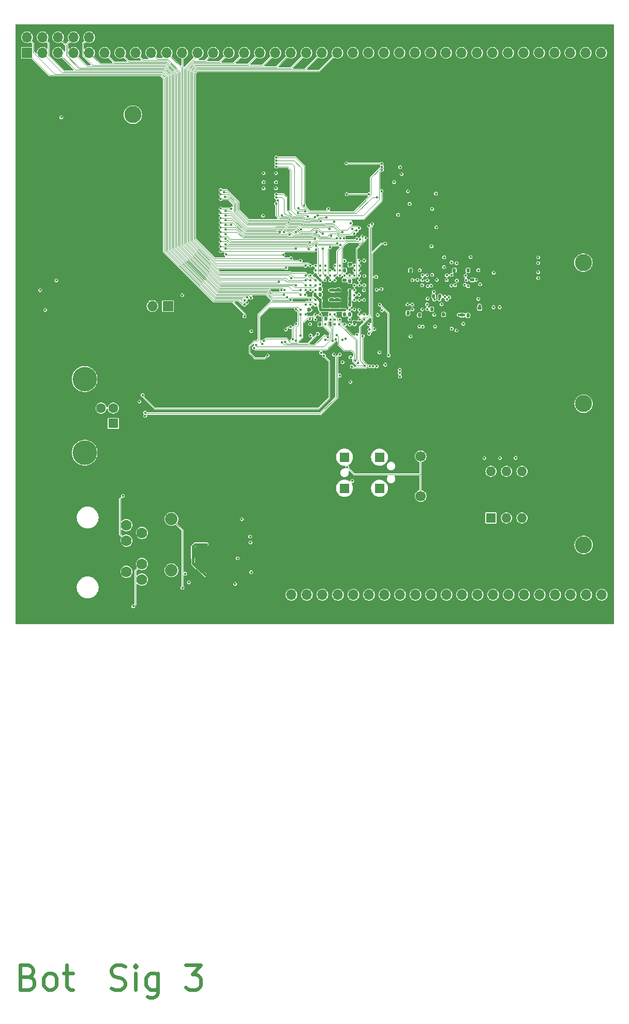
<source format=gbr>
%TF.GenerationSoftware,KiCad,Pcbnew,8.0.1*%
%TF.CreationDate,2025-05-27T09:35:13-07:00*%
%TF.ProjectId,mb,6d622e6b-6963-4616-945f-706362585858,A*%
%TF.SameCoordinates,Original*%
%TF.FileFunction,Copper,L6,Bot*%
%TF.FilePolarity,Positive*%
%FSLAX46Y46*%
G04 Gerber Fmt 4.6, Leading zero omitted, Abs format (unit mm)*
G04 Created by KiCad (PCBNEW 8.0.1) date 2025-05-27 09:35:13*
%MOMM*%
%LPD*%
G01*
G04 APERTURE LIST*
G04 Aperture macros list*
%AMRoundRect*
0 Rectangle with rounded corners*
0 $1 Rounding radius*
0 $2 $3 $4 $5 $6 $7 $8 $9 X,Y pos of 4 corners*
0 Add a 4 corners polygon primitive as box body*
4,1,4,$2,$3,$4,$5,$6,$7,$8,$9,$2,$3,0*
0 Add four circle primitives for the rounded corners*
1,1,$1+$1,$2,$3*
1,1,$1+$1,$4,$5*
1,1,$1+$1,$6,$7*
1,1,$1+$1,$8,$9*
0 Add four rect primitives between the rounded corners*
20,1,$1+$1,$2,$3,$4,$5,0*
20,1,$1+$1,$4,$5,$6,$7,0*
20,1,$1+$1,$6,$7,$8,$9,0*
20,1,$1+$1,$8,$9,$2,$3,0*%
G04 Aperture macros list end*
%ADD10C,0.600000*%
%TA.AperFunction,NonConductor*%
%ADD11C,0.600000*%
%TD*%
%TA.AperFunction,ComponentPad*%
%ADD12C,2.800000*%
%TD*%
%TA.AperFunction,ComponentPad*%
%ADD13R,1.700000X1.700000*%
%TD*%
%TA.AperFunction,ComponentPad*%
%ADD14C,1.700000*%
%TD*%
%TA.AperFunction,ComponentPad*%
%ADD15R,1.600000X1.600000*%
%TD*%
%TA.AperFunction,ComponentPad*%
%ADD16C,1.600000*%
%TD*%
%TA.AperFunction,ComponentPad*%
%ADD17C,4.000000*%
%TD*%
%TA.AperFunction,ComponentPad*%
%ADD18O,1.700000X1.700000*%
%TD*%
%TA.AperFunction,ComponentPad*%
%ADD19O,1.600000X1.600000*%
%TD*%
%TA.AperFunction,HeatsinkPad*%
%ADD20C,0.500000*%
%TD*%
%TA.AperFunction,HeatsinkPad*%
%ADD21R,2.500000X2.500000*%
%TD*%
%TA.AperFunction,WasherPad*%
%ADD22R,1.600000X1.600000*%
%TD*%
%TA.AperFunction,WasherPad*%
%ADD23R,0.100000X0.100000*%
%TD*%
%TA.AperFunction,ComponentPad*%
%ADD24C,1.778000*%
%TD*%
%TA.AperFunction,ComponentPad*%
%ADD25C,2.032000*%
%TD*%
%TA.AperFunction,ComponentPad*%
%ADD26C,3.251200*%
%TD*%
%TA.AperFunction,SMDPad,CuDef*%
%ADD27RoundRect,0.140000X-0.140000X-0.170000X0.140000X-0.170000X0.140000X0.170000X-0.140000X0.170000X0*%
%TD*%
%TA.AperFunction,SMDPad,CuDef*%
%ADD28RoundRect,0.140000X-0.170000X0.140000X-0.170000X-0.140000X0.170000X-0.140000X0.170000X0.140000X0*%
%TD*%
%TA.AperFunction,SMDPad,CuDef*%
%ADD29RoundRect,0.140000X0.219203X0.021213X0.021213X0.219203X-0.219203X-0.021213X-0.021213X-0.219203X0*%
%TD*%
%TA.AperFunction,SMDPad,CuDef*%
%ADD30RoundRect,0.140000X0.140000X0.170000X-0.140000X0.170000X-0.140000X-0.170000X0.140000X-0.170000X0*%
%TD*%
%TA.AperFunction,SMDPad,CuDef*%
%ADD31RoundRect,0.140000X0.170000X-0.140000X0.170000X0.140000X-0.170000X0.140000X-0.170000X-0.140000X0*%
%TD*%
%TA.AperFunction,SMDPad,CuDef*%
%ADD32RoundRect,0.135000X0.135000X0.185000X-0.135000X0.185000X-0.135000X-0.185000X0.135000X-0.185000X0*%
%TD*%
%TA.AperFunction,ViaPad*%
%ADD33C,0.400000*%
%TD*%
%TA.AperFunction,Conductor*%
%ADD34C,0.400000*%
%TD*%
%TA.AperFunction,Conductor*%
%ADD35C,0.101600*%
%TD*%
%TA.AperFunction,Conductor*%
%ADD36C,0.100000*%
%TD*%
G04 APERTURE END LIST*
D10*
D11*
X33585850Y-181936568D02*
X34157278Y-182127044D01*
X34157278Y-182127044D02*
X34347755Y-182317520D01*
X34347755Y-182317520D02*
X34538231Y-182698472D01*
X34538231Y-182698472D02*
X34538231Y-183269901D01*
X34538231Y-183269901D02*
X34347755Y-183650853D01*
X34347755Y-183650853D02*
X34157278Y-183841330D01*
X34157278Y-183841330D02*
X33776326Y-184031806D01*
X33776326Y-184031806D02*
X32252516Y-184031806D01*
X32252516Y-184031806D02*
X32252516Y-180031806D01*
X32252516Y-180031806D02*
X33585850Y-180031806D01*
X33585850Y-180031806D02*
X33966802Y-180222282D01*
X33966802Y-180222282D02*
X34157278Y-180412758D01*
X34157278Y-180412758D02*
X34347755Y-180793710D01*
X34347755Y-180793710D02*
X34347755Y-181174663D01*
X34347755Y-181174663D02*
X34157278Y-181555615D01*
X34157278Y-181555615D02*
X33966802Y-181746091D01*
X33966802Y-181746091D02*
X33585850Y-181936568D01*
X33585850Y-181936568D02*
X32252516Y-181936568D01*
X36823945Y-184031806D02*
X36442993Y-183841330D01*
X36442993Y-183841330D02*
X36252516Y-183650853D01*
X36252516Y-183650853D02*
X36062040Y-183269901D01*
X36062040Y-183269901D02*
X36062040Y-182127044D01*
X36062040Y-182127044D02*
X36252516Y-181746091D01*
X36252516Y-181746091D02*
X36442993Y-181555615D01*
X36442993Y-181555615D02*
X36823945Y-181365139D01*
X36823945Y-181365139D02*
X37395374Y-181365139D01*
X37395374Y-181365139D02*
X37776326Y-181555615D01*
X37776326Y-181555615D02*
X37966802Y-181746091D01*
X37966802Y-181746091D02*
X38157278Y-182127044D01*
X38157278Y-182127044D02*
X38157278Y-183269901D01*
X38157278Y-183269901D02*
X37966802Y-183650853D01*
X37966802Y-183650853D02*
X37776326Y-183841330D01*
X37776326Y-183841330D02*
X37395374Y-184031806D01*
X37395374Y-184031806D02*
X36823945Y-184031806D01*
X39300136Y-181365139D02*
X40823945Y-181365139D01*
X39871564Y-180031806D02*
X39871564Y-183460377D01*
X39871564Y-183460377D02*
X40062041Y-183841330D01*
X40062041Y-183841330D02*
X40442993Y-184031806D01*
X40442993Y-184031806D02*
X40823945Y-184031806D01*
X47109659Y-183841330D02*
X47681088Y-184031806D01*
X47681088Y-184031806D02*
X48633469Y-184031806D01*
X48633469Y-184031806D02*
X49014421Y-183841330D01*
X49014421Y-183841330D02*
X49204897Y-183650853D01*
X49204897Y-183650853D02*
X49395374Y-183269901D01*
X49395374Y-183269901D02*
X49395374Y-182888949D01*
X49395374Y-182888949D02*
X49204897Y-182507996D01*
X49204897Y-182507996D02*
X49014421Y-182317520D01*
X49014421Y-182317520D02*
X48633469Y-182127044D01*
X48633469Y-182127044D02*
X47871564Y-181936568D01*
X47871564Y-181936568D02*
X47490612Y-181746091D01*
X47490612Y-181746091D02*
X47300135Y-181555615D01*
X47300135Y-181555615D02*
X47109659Y-181174663D01*
X47109659Y-181174663D02*
X47109659Y-180793710D01*
X47109659Y-180793710D02*
X47300135Y-180412758D01*
X47300135Y-180412758D02*
X47490612Y-180222282D01*
X47490612Y-180222282D02*
X47871564Y-180031806D01*
X47871564Y-180031806D02*
X48823945Y-180031806D01*
X48823945Y-180031806D02*
X49395374Y-180222282D01*
X51109659Y-184031806D02*
X51109659Y-181365139D01*
X51109659Y-180031806D02*
X50919183Y-180222282D01*
X50919183Y-180222282D02*
X51109659Y-180412758D01*
X51109659Y-180412758D02*
X51300136Y-180222282D01*
X51300136Y-180222282D02*
X51109659Y-180031806D01*
X51109659Y-180031806D02*
X51109659Y-180412758D01*
X54728707Y-181365139D02*
X54728707Y-184603234D01*
X54728707Y-184603234D02*
X54538231Y-184984187D01*
X54538231Y-184984187D02*
X54347755Y-185174663D01*
X54347755Y-185174663D02*
X53966802Y-185365139D01*
X53966802Y-185365139D02*
X53395374Y-185365139D01*
X53395374Y-185365139D02*
X53014421Y-185174663D01*
X54728707Y-183841330D02*
X54347755Y-184031806D01*
X54347755Y-184031806D02*
X53585850Y-184031806D01*
X53585850Y-184031806D02*
X53204898Y-183841330D01*
X53204898Y-183841330D02*
X53014421Y-183650853D01*
X53014421Y-183650853D02*
X52823945Y-183269901D01*
X52823945Y-183269901D02*
X52823945Y-182127044D01*
X52823945Y-182127044D02*
X53014421Y-181746091D01*
X53014421Y-181746091D02*
X53204898Y-181555615D01*
X53204898Y-181555615D02*
X53585850Y-181365139D01*
X53585850Y-181365139D02*
X54347755Y-181365139D01*
X54347755Y-181365139D02*
X54728707Y-181555615D01*
X59300136Y-180031806D02*
X61776327Y-180031806D01*
X61776327Y-180031806D02*
X60442993Y-181555615D01*
X60442993Y-181555615D02*
X61014422Y-181555615D01*
X61014422Y-181555615D02*
X61395374Y-181746091D01*
X61395374Y-181746091D02*
X61585850Y-181936568D01*
X61585850Y-181936568D02*
X61776327Y-182317520D01*
X61776327Y-182317520D02*
X61776327Y-183269901D01*
X61776327Y-183269901D02*
X61585850Y-183650853D01*
X61585850Y-183650853D02*
X61395374Y-183841330D01*
X61395374Y-183841330D02*
X61014422Y-184031806D01*
X61014422Y-184031806D02*
X59871565Y-184031806D01*
X59871565Y-184031806D02*
X59490612Y-183841330D01*
X59490612Y-183841330D02*
X59300136Y-183650853D01*
D12*
%TO.P,TP402,1,1*%
%TO.N,GND*%
X50657200Y-49717200D03*
%TD*%
%TO.P,TP401,1,1*%
%TO.N,+24V*%
X50657200Y-41005000D03*
%TD*%
%TO.P,TP202,1,1*%
%TO.N,GND*%
X124428200Y-44230200D03*
%TD*%
%TO.P,TP204,1,1*%
%TO.N,GND*%
X124428200Y-99801750D03*
%TD*%
D13*
%TO.P,SW201,1,1*%
%TO.N,GND*%
X102261357Y-96851300D03*
D14*
X102261357Y-103351300D03*
%TO.P,SW201,2,2*%
%TO.N,/~{RESET}*%
X97761357Y-96851300D03*
X97761357Y-103351300D03*
%TD*%
D15*
%TO.P,J405,1,VBUS*%
%TO.N,/MPU Interface/USB_VBUS*%
X47458400Y-91475600D03*
D16*
%TO.P,J405,2,D-*%
%TO.N,Net-(J405-D-)*%
X47458400Y-88975600D03*
%TO.P,J405,3,D+*%
%TO.N,Net-(J405-D+)*%
X45458400Y-88975600D03*
%TO.P,J405,4,GND*%
%TO.N,GND*%
X45458400Y-91475600D03*
D17*
%TO.P,J405,5,Shield*%
%TO.N,Net-(J405-Shield)*%
X42758400Y-84225600D03*
X42758400Y-96265600D03*
%TD*%
D12*
%TO.P,TP209,1,1*%
%TO.N,GND*%
X124428200Y-76724450D03*
%TD*%
D13*
%TO.P,J403,1,Pin_1*%
%TO.N,Net-(J403-Pin_1)*%
X56402427Y-72292973D03*
D18*
%TO.P,J403,2,Pin_2*%
%TO.N,Net-(J403-Pin_2)*%
X53862427Y-72292973D03*
%TD*%
D12*
%TO.P,TP208,1,1*%
%TO.N,+1.35V*%
X124393400Y-65185800D03*
%TD*%
%TO.P,TP203,1,1*%
%TO.N,+1.25V*%
X124428200Y-88263100D03*
%TD*%
D13*
%TO.P,J502,1,Pin_1*%
%TO.N,GND*%
X76606400Y-122021600D03*
D18*
%TO.P,J502,2,Pin_2*%
%TO.N,/MPU Extra Pins/I2C3_SCL*%
X76606400Y-119481600D03*
%TO.P,J502,3,Pin_3*%
%TO.N,GND*%
X79146400Y-122021600D03*
%TO.P,J502,4,Pin_4*%
%TO.N,/MPU Extra Pins/I2C4_SDA*%
X79146400Y-119481600D03*
%TO.P,J502,5,Pin_5*%
%TO.N,GND*%
X81686400Y-122021600D03*
%TO.P,J502,6,Pin_6*%
%TO.N,/MPU Extra Pins/SPI2_MISO*%
X81686400Y-119481600D03*
%TO.P,J502,7,Pin_7*%
%TO.N,GND*%
X84226400Y-122021600D03*
%TO.P,J502,8,Pin_8*%
%TO.N,/MPU Extra Pins/GPIO19*%
X84226400Y-119481600D03*
%TO.P,J502,9,Pin_9*%
%TO.N,GND*%
X86766400Y-122021600D03*
%TO.P,J502,10,Pin_10*%
%TO.N,/MPU Extra Pins/GPIO6*%
X86766400Y-119481600D03*
%TO.P,J502,11,Pin_11*%
%TO.N,GND*%
X89306400Y-122021600D03*
%TO.P,J502,12,Pin_12*%
%TO.N,/MPU Extra Pins/GPIO1*%
X89306400Y-119481600D03*
%TO.P,J502,13,Pin_13*%
%TO.N,GND*%
X91846400Y-122021600D03*
%TO.P,J502,14,Pin_14*%
%TO.N,/MPU Extra Pins/SPI1_CS*%
X91846400Y-119481600D03*
%TO.P,J502,15,Pin_15*%
%TO.N,GND*%
X94386400Y-122021600D03*
%TO.P,J502,16,Pin_16*%
%TO.N,/MPU Extra Pins/GPIO18*%
X94386400Y-119481600D03*
%TO.P,J502,17,Pin_17*%
%TO.N,GND*%
X96926400Y-122021600D03*
%TO.P,J502,18,Pin_18*%
%TO.N,/MPU Extra Pins/GPIO0*%
X96926400Y-119481600D03*
%TO.P,J502,19,Pin_19*%
%TO.N,GND*%
X99466400Y-122021600D03*
%TO.P,J502,20,Pin_20*%
%TO.N,/MPU Extra Pins/SPI1_MISO*%
X99466400Y-119481600D03*
%TO.P,J502,21,Pin_21*%
%TO.N,GND*%
X102006400Y-122021600D03*
%TO.P,J502,22,Pin_22*%
%TO.N,/MPU Extra Pins/GPIO13*%
X102006400Y-119481600D03*
%TO.P,J502,23,Pin_23*%
%TO.N,GND*%
X104546400Y-122021600D03*
%TO.P,J502,24,Pin_24*%
%TO.N,/MPU Extra Pins/GPIO5*%
X104546400Y-119481600D03*
%TO.P,J502,25,Pin_25*%
%TO.N,GND*%
X107086400Y-122021600D03*
%TO.P,J502,26,Pin_26*%
%TO.N,/MPU Extra Pins/SPI1_SCK*%
X107086400Y-119481600D03*
%TO.P,J502,27,Pin_27*%
%TO.N,GND*%
X109626400Y-122021600D03*
%TO.P,J502,28,Pin_28*%
%TO.N,/MPU Extra Pins/GPIO7*%
X109626400Y-119481600D03*
%TO.P,J502,29,Pin_29*%
%TO.N,GND*%
X112166400Y-122021600D03*
%TO.P,J502,30,Pin_30*%
%TO.N,/MPU Extra Pins/GPIO2*%
X112166400Y-119481600D03*
%TO.P,J502,31,Pin_31*%
%TO.N,GND*%
X114706400Y-122021600D03*
%TO.P,J502,32,Pin_32*%
%TO.N,/MPU Extra Pins/USART2_TX*%
X114706400Y-119481600D03*
%TO.P,J502,33,Pin_33*%
%TO.N,GND*%
X117246400Y-122021600D03*
%TO.P,J502,34,Pin_34*%
%TO.N,/MPU Extra Pins/GPIO8*%
X117246400Y-119481600D03*
%TO.P,J502,35,Pin_35*%
%TO.N,GND*%
X119786400Y-122021600D03*
%TO.P,J502,36,Pin_36*%
%TO.N,/MPU Extra Pins/GPIO12*%
X119786400Y-119481600D03*
%TO.P,J502,37,Pin_37*%
%TO.N,GND*%
X122326400Y-122021600D03*
%TO.P,J502,38,Pin_38*%
%TO.N,/MPU Extra Pins/SPI1_MOSI*%
X122326400Y-119481600D03*
%TO.P,J502,39,Pin_39*%
%TO.N,GND*%
X124866400Y-122021600D03*
%TO.P,J502,40,Pin_40*%
%TO.N,/MPU Extra Pins/GPIO4*%
X124866400Y-119481600D03*
%TO.P,J502,41,Pin_41*%
%TO.N,GND*%
X127406400Y-122021600D03*
%TO.P,J502,42,Pin_42*%
%TO.N,/MPU Extra Pins/GPIO3*%
X127406400Y-119481600D03*
%TD*%
D15*
%TO.P,SW202,1*%
%TO.N,/MPU Power & Clock/MPU_BOOT2*%
X109265000Y-106926300D03*
D19*
%TO.P,SW202,2*%
%TO.N,/MPU Power & Clock/MPU_BOOT1*%
X111805000Y-106926300D03*
%TO.P,SW202,3*%
%TO.N,/MPU Power & Clock/MPU_BOOT0*%
X114345000Y-106926300D03*
%TO.P,SW202,4*%
%TO.N,GND*%
X116885000Y-106926300D03*
%TO.P,SW202,5*%
X116885000Y-99306300D03*
%TO.P,SW202,6*%
%TO.N,Net-(R205-Pad1)*%
X114345000Y-99306300D03*
%TO.P,SW202,7*%
%TO.N,Net-(R204-Pad1)*%
X111805000Y-99306300D03*
%TO.P,SW202,8*%
%TO.N,Net-(R203-Pad1)*%
X109265000Y-99306300D03*
%TD*%
D20*
%TO.P,U402,25,VSS*%
%TO.N,GND*%
X64179800Y-114065600D03*
X65179800Y-114065600D03*
X66179800Y-114065600D03*
X64179800Y-113065600D03*
X65179800Y-113065600D03*
D21*
X65179800Y-113065600D03*
D20*
X66179800Y-113065600D03*
X64179800Y-112065600D03*
X65179800Y-112065600D03*
X66179800Y-112065600D03*
%TD*%
D22*
%TO.P,J404,*%
%TO.N,*%
X85302800Y-96995900D03*
D23*
X85302800Y-99535900D03*
D22*
X85302800Y-102075900D03*
X91017800Y-96995900D03*
X91017800Y-102075900D03*
D23*
X92922800Y-98434400D03*
X92922800Y-100550900D03*
%TD*%
D13*
%TO.P,J503,1,Pin_1*%
%TO.N,/MPU Extra Pins/QUADSPI_IO2*%
X33334400Y-30895800D03*
D18*
%TO.P,J503,2,Pin_2*%
%TO.N,/MPU Extra Pins/SPI2_SCK*%
X33334400Y-28355800D03*
%TO.P,J503,3,Pin_3*%
%TO.N,/MPU Extra Pins/GPIO14*%
X35874400Y-30895800D03*
%TO.P,J503,4,Pin_4*%
%TO.N,/MPU Extra Pins/GPIO9*%
X35874400Y-28355800D03*
%TO.P,J503,5,Pin_5*%
%TO.N,/MPU Extra Pins/GPIO16*%
X38414400Y-30895800D03*
%TO.P,J503,6,Pin_6*%
%TO.N,/MPU Extra Pins/QUADSPI_IO3*%
X38414400Y-28355800D03*
%TO.P,J503,7,Pin_7*%
%TO.N,/MPU Extra Pins/GPIO15*%
X40954400Y-30895800D03*
%TO.P,J503,8,Pin_8*%
%TO.N,/MPU Extra Pins/SPI5_MOSI*%
X40954400Y-28355800D03*
%TO.P,J503,9,Pin_9*%
%TO.N,/MPU Extra Pins/GPIO11*%
X43494400Y-30895800D03*
%TO.P,J503,10,Pin_10*%
%TO.N,/MPU Extra Pins/GPIO10*%
X43494400Y-28355800D03*
%TO.P,J503,11,Pin_11*%
%TO.N,/MPU Extra Pins/UART8_TX*%
X46034400Y-30895800D03*
%TO.P,J503,12,Pin_12*%
%TO.N,GND*%
X46034400Y-28355800D03*
%TO.P,J503,13,Pin_13*%
%TO.N,/MPU Extra Pins/USART1_RX*%
X48574400Y-30895800D03*
%TO.P,J503,14,Pin_14*%
%TO.N,GND*%
X48574400Y-28355800D03*
%TO.P,J503,15,Pin_15*%
%TO.N,/MPU Extra Pins/GPIO17*%
X51114400Y-30895800D03*
%TO.P,J503,16,Pin_16*%
%TO.N,GND*%
X51114400Y-28355800D03*
%TO.P,J503,17,Pin_17*%
%TO.N,/MPU Extra Pins/QUADSPI_IO0*%
X53654400Y-30895800D03*
%TO.P,J503,18,Pin_18*%
%TO.N,GND*%
X53654400Y-28355800D03*
%TO.P,J503,19,Pin_19*%
%TO.N,/MPU Extra Pins/SPI5_CS*%
X56194400Y-30895800D03*
%TO.P,J503,20,Pin_20*%
%TO.N,GND*%
X56194400Y-28355800D03*
%TO.P,J503,21,Pin_21*%
%TO.N,/MPU Extra Pins/QUADSPI_IO1*%
X58734400Y-30895800D03*
%TO.P,J503,22,Pin_22*%
%TO.N,GND*%
X58734400Y-28355800D03*
%TO.P,J503,23,Pin_23*%
%TO.N,/MPU Extra Pins/QUADSPI_CLK*%
X61274400Y-30895800D03*
%TO.P,J503,24,Pin_24*%
%TO.N,GND*%
X61274400Y-28355800D03*
%TO.P,J503,25,Pin_25*%
%TO.N,/MPU Extra Pins/SPI5_MISO*%
X63814400Y-30895800D03*
%TO.P,J503,26,Pin_26*%
%TO.N,GND*%
X63814400Y-28355800D03*
%TO.P,J503,27,Pin_27*%
%TO.N,/MPU Extra Pins/SPI5_SCK*%
X66354400Y-30895800D03*
%TO.P,J503,28,Pin_28*%
%TO.N,GND*%
X66354400Y-28355800D03*
%TO.P,J503,29,Pin_29*%
%TO.N,/MPU Extra Pins/UART7_TX*%
X68894400Y-30895800D03*
%TO.P,J503,30,Pin_30*%
%TO.N,GND*%
X68894400Y-28355800D03*
%TO.P,J503,31,Pin_31*%
%TO.N,/MPU Extra Pins/USART2_RX*%
X71434400Y-30895800D03*
%TO.P,J503,32,Pin_32*%
%TO.N,GND*%
X71434400Y-28355800D03*
%TO.P,J503,33,Pin_33*%
%TO.N,/MPU Extra Pins/I2C1_SCL*%
X73974400Y-30895800D03*
%TO.P,J503,34,Pin_34*%
%TO.N,GND*%
X73974400Y-28355800D03*
%TO.P,J503,35,Pin_35*%
%TO.N,/MPU Extra Pins/SPI4_MOSI*%
X76514400Y-30895800D03*
%TO.P,J503,36,Pin_36*%
%TO.N,GND*%
X76514400Y-28355800D03*
%TO.P,J503,37,Pin_37*%
%TO.N,/MPU Extra Pins/SPI4_MISO*%
X79054400Y-30895800D03*
%TO.P,J503,38,Pin_38*%
%TO.N,GND*%
X79054400Y-28355800D03*
%TO.P,J503,39,Pin_39*%
%TO.N,/MPU Extra Pins/QUADSPI_CS*%
X81594400Y-30895800D03*
%TO.P,J503,40,Pin_40*%
%TO.N,GND*%
X81594400Y-28355800D03*
%TO.P,J503,41,Pin_41*%
%TO.N,/MPU Extra Pins/I2C1_SDA*%
X84134400Y-30895800D03*
%TO.P,J503,42,Pin_42*%
%TO.N,GND*%
X84134400Y-28355800D03*
%TO.P,J503,43,Pin_43*%
%TO.N,/MPU Extra Pins/SPI4_CS*%
X86674400Y-30895800D03*
%TO.P,J503,44,Pin_44*%
%TO.N,GND*%
X86674400Y-28355800D03*
%TO.P,J503,45,Pin_45*%
%TO.N,/MPU Extra Pins/UART8_RX*%
X89214400Y-30895800D03*
%TO.P,J503,46,Pin_46*%
%TO.N,GND*%
X89214400Y-28355800D03*
%TO.P,J503,47,Pin_47*%
%TO.N,/MPU Extra Pins/I2C4_SCL*%
X91754400Y-30895800D03*
%TO.P,J503,48,Pin_48*%
%TO.N,GND*%
X91754400Y-28355800D03*
%TO.P,J503,49,Pin_49*%
%TO.N,/MPU Extra Pins/I2C3_SDA*%
X94294400Y-30895800D03*
%TO.P,J503,50,Pin_50*%
%TO.N,GND*%
X94294400Y-28355800D03*
%TO.P,J503,51,Pin_51*%
%TO.N,/MPU Extra Pins/USART3_TX*%
X96834400Y-30895800D03*
%TO.P,J503,52,Pin_52*%
%TO.N,GND*%
X96834400Y-28355800D03*
%TO.P,J503,53,Pin_53*%
%TO.N,/MPU Extra Pins/USART3_RX*%
X99374400Y-30895800D03*
%TO.P,J503,54,Pin_54*%
%TO.N,GND*%
X99374400Y-28355800D03*
%TO.P,J503,55,Pin_55*%
%TO.N,/MPU Extra Pins/I2C2_SDA*%
X101914400Y-30895800D03*
%TO.P,J503,56,Pin_56*%
%TO.N,GND*%
X101914400Y-28355800D03*
%TO.P,J503,57,Pin_57*%
%TO.N,/MPU Extra Pins/USART6_RX*%
X104454400Y-30895800D03*
%TO.P,J503,58,Pin_58*%
%TO.N,GND*%
X104454400Y-28355800D03*
%TO.P,J503,59,Pin_59*%
%TO.N,/MPU Extra Pins/USART6_TX*%
X106994400Y-30895800D03*
%TO.P,J503,60,Pin_60*%
%TO.N,GND*%
X106994400Y-28355800D03*
%TO.P,J503,61,Pin_61*%
%TO.N,/MPU Extra Pins/UART5_RX*%
X109534400Y-30895800D03*
%TO.P,J503,62,Pin_62*%
%TO.N,GND*%
X109534400Y-28355800D03*
%TO.P,J503,63,Pin_63*%
%TO.N,/MPU Extra Pins/UART5_TX*%
X112074400Y-30895800D03*
%TO.P,J503,64,Pin_64*%
%TO.N,GND*%
X112074400Y-28355800D03*
%TO.P,J503,65,Pin_65*%
%TO.N,/MPU Extra Pins/UART7_RX*%
X114614400Y-30895800D03*
%TO.P,J503,66,Pin_66*%
%TO.N,GND*%
X114614400Y-28355800D03*
%TO.P,J503,67,Pin_67*%
%TO.N,/MPU Extra Pins/USART1_TX*%
X117154400Y-30895800D03*
%TO.P,J503,68,Pin_68*%
%TO.N,GND*%
X117154400Y-28355800D03*
%TO.P,J503,69,Pin_69*%
%TO.N,/MPU Extra Pins/SPI4_SCK*%
X119694400Y-30895800D03*
%TO.P,J503,70,Pin_70*%
%TO.N,GND*%
X119694400Y-28355800D03*
%TO.P,J503,71,Pin_71*%
%TO.N,/MPU Extra Pins/I2C2_SCL*%
X122234400Y-30895800D03*
%TO.P,J503,72,Pin_72*%
%TO.N,GND*%
X122234400Y-28355800D03*
%TO.P,J503,73,Pin_73*%
%TO.N,/MPU Extra Pins/SPI2_CS*%
X124774400Y-30895800D03*
%TO.P,J503,74,Pin_74*%
%TO.N,GND*%
X124774400Y-28355800D03*
%TO.P,J503,75,Pin_75*%
%TO.N,/MPU Extra Pins/SPI2_MOSI*%
X127314400Y-30895800D03*
%TO.P,J503,76,Pin_76*%
%TO.N,GND*%
X127314400Y-28355800D03*
%TD*%
D24*
%TO.P,J406,1,+TX*%
%TO.N,/MPU Interface/ETH_TX_P*%
X52149700Y-117004400D03*
%TO.P,J406,2,-TX*%
%TO.N,/MPU Interface/ETH_TX_N*%
X49609700Y-115734400D03*
%TO.P,J406,3,TXCT*%
%TO.N,Net-(J406-TXCT)*%
X52149700Y-114464400D03*
%TO.P,J406,4,GND*%
%TO.N,GND*%
X49609700Y-113194400D03*
%TO.P,J406,5,GND*%
X52149700Y-111924400D03*
%TO.P,J406,6,RXCT*%
%TO.N,Net-(J406-RXCT)*%
X49609700Y-110654400D03*
%TO.P,J406,7,+RX*%
%TO.N,/MPU Interface/ETH_RX_P*%
X52149700Y-109384400D03*
%TO.P,J406,8,-RX*%
%TO.N,/MPU Interface/ETH_RX_N*%
X49609700Y-108114400D03*
D25*
%TO.P,J406,9,+LEDR*%
%TO.N,GND*%
X56975700Y-118020400D03*
%TO.P,J406,10,-LEDR*%
%TO.N,Net-(J406--LEDR)*%
X56975700Y-115480400D03*
%TO.P,J406,11,-LEDL*%
%TO.N,GND*%
X56975700Y-109638400D03*
%TO.P,J406,12,+LEDL*%
%TO.N,Net-(J406-+LEDL)*%
X56975700Y-107098400D03*
D26*
%TO.P,J406,13,GND*%
%TO.N,GND*%
X46307700Y-104685400D03*
%TO.P,J406,14,GND*%
X46307700Y-120433400D03*
%TD*%
D12*
%TO.P,TP201,1,1*%
%TO.N,+3.3V*%
X124428200Y-111340400D03*
%TD*%
D27*
%TO.P,C310,1*%
%TO.N,+1.35V*%
X105498400Y-73821800D03*
%TO.P,C310,2*%
%TO.N,GND*%
X106458400Y-73821800D03*
%TD*%
D28*
%TO.P,C313,1*%
%TO.N,+1.35V*%
X106232400Y-68007800D03*
%TO.P,C313,2*%
%TO.N,GND*%
X106232400Y-68967800D03*
%TD*%
D29*
%TO.P,C221,1*%
%TO.N,+1.35V*%
X80511411Y-67252411D03*
%TO.P,C221,2*%
%TO.N,GND*%
X79832589Y-66573589D03*
%TD*%
D30*
%TO.P,C214,1*%
%TO.N,+3.3V*%
X81236200Y-75295000D03*
%TO.P,C214,2*%
%TO.N,GND*%
X80276200Y-75295000D03*
%TD*%
D28*
%TO.P,C208,1*%
%TO.N,+3.3V*%
X86953800Y-74967400D03*
%TO.P,C208,2*%
%TO.N,GND*%
X86953800Y-75927400D03*
%TD*%
D30*
%TO.P,C229,1*%
%TO.N,+1.35V*%
X86163800Y-71129400D03*
%TO.P,C229,2*%
%TO.N,GND*%
X85203800Y-71129400D03*
%TD*%
D28*
%TO.P,C231,1*%
%TO.N,+3.3V*%
X85267800Y-68049200D03*
%TO.P,C231,2*%
%TO.N,GND*%
X85267800Y-69009200D03*
%TD*%
D30*
%TO.P,C307,1*%
%TO.N,+1.35V*%
X103283400Y-66430400D03*
%TO.P,C307,2*%
%TO.N,GND*%
X102323400Y-66430400D03*
%TD*%
%TO.P,C222,1*%
%TO.N,+1.35V*%
X86163800Y-72069200D03*
%TO.P,C222,2*%
%TO.N,GND*%
X85203800Y-72069200D03*
%TD*%
%TO.P,C311,1*%
%TO.N,+1.35V*%
X96095200Y-66430400D03*
%TO.P,C311,2*%
%TO.N,GND*%
X95135200Y-66430400D03*
%TD*%
D27*
%TO.P,C225,1*%
%TO.N,+1.35V*%
X81343000Y-69478400D03*
%TO.P,C225,2*%
%TO.N,GND*%
X82303000Y-69478400D03*
%TD*%
D28*
%TO.P,C206,1*%
%TO.N,+1.25V*%
X84109000Y-71233600D03*
%TO.P,C206,2*%
%TO.N,GND*%
X84109000Y-72193600D03*
%TD*%
D27*
%TO.P,C305,1*%
%TO.N,+1.35V*%
X105523800Y-66455800D03*
%TO.P,C305,2*%
%TO.N,GND*%
X106483800Y-66455800D03*
%TD*%
D30*
%TO.P,C216,1*%
%TO.N,+3.3V*%
X80448800Y-70443600D03*
%TO.P,C216,2*%
%TO.N,GND*%
X79488800Y-70443600D03*
%TD*%
D27*
%TO.P,C205,1*%
%TO.N,+3.3V*%
X85330800Y-66430400D03*
%TO.P,C205,2*%
%TO.N,GND*%
X86290800Y-66430400D03*
%TD*%
D30*
%TO.P,C312,1*%
%TO.N,+1.35V*%
X97568400Y-73771000D03*
%TO.P,C312,2*%
%TO.N,GND*%
X96608400Y-73771000D03*
%TD*%
D27*
%TO.P,C308,1*%
%TO.N,+1.35V*%
X99580200Y-72805800D03*
%TO.P,C308,2*%
%TO.N,GND*%
X100540200Y-72805800D03*
%TD*%
D31*
%TO.P,C314,1*%
%TO.N,+1.35V*%
X104556000Y-73768400D03*
%TO.P,C314,2*%
%TO.N,GND*%
X104556000Y-72808400D03*
%TD*%
D30*
%TO.P,C306,1*%
%TO.N,+1.35V*%
X95688800Y-73415400D03*
%TO.P,C306,2*%
%TO.N,GND*%
X94728800Y-73415400D03*
%TD*%
D27*
%TO.P,C219,1*%
%TO.N,+1.35V*%
X86159400Y-68249800D03*
%TO.P,C219,2*%
%TO.N,GND*%
X87119400Y-68249800D03*
%TD*%
D31*
%TO.P,C209,1*%
%TO.N,+1.25V*%
X83337400Y-69695000D03*
%TO.P,C209,2*%
%TO.N,GND*%
X83337400Y-68735000D03*
%TD*%
D27*
%TO.P,C220,1*%
%TO.N,+3.3V*%
X81292200Y-72323200D03*
%TO.P,C220,2*%
%TO.N,GND*%
X82252200Y-72323200D03*
%TD*%
D30*
%TO.P,C232,1*%
%TO.N,+3.3V*%
X82226800Y-74355200D03*
%TO.P,C232,2*%
%TO.N,GND*%
X81266800Y-74355200D03*
%TD*%
%TO.P,C228,1*%
%TO.N,/MPU Power & Clock/VDDA1V1_REG*%
X85274800Y-73694800D03*
%TO.P,C228,2*%
%TO.N,GND*%
X84314800Y-73694800D03*
%TD*%
D28*
%TO.P,C217,1*%
%TO.N,+1.25V*%
X83169200Y-71233600D03*
%TO.P,C217,2*%
%TO.N,GND*%
X83169200Y-72193600D03*
%TD*%
D27*
%TO.P,C226,1*%
%TO.N,+1.35V*%
X81317600Y-70418200D03*
%TO.P,C226,2*%
%TO.N,GND*%
X82277600Y-70418200D03*
%TD*%
%TO.P,C223,1*%
%TO.N,+3.3V*%
X79463400Y-72882000D03*
%TO.P,C223,2*%
%TO.N,GND*%
X80423400Y-72882000D03*
%TD*%
%TO.P,C309,1*%
%TO.N,+1.35V*%
X101510600Y-73669400D03*
%TO.P,C309,2*%
%TO.N,GND*%
X102470600Y-73669400D03*
%TD*%
D31*
%TO.P,C230,1*%
%TO.N,+3.3V*%
X86191800Y-65462600D03*
%TO.P,C230,2*%
%TO.N,GND*%
X86191800Y-64502600D03*
%TD*%
D28*
%TO.P,C302,1*%
%TO.N,+1.35V*%
X107400800Y-72656000D03*
%TO.P,C302,2*%
%TO.N,GND*%
X107400800Y-73616000D03*
%TD*%
D27*
%TO.P,C227,1*%
%TO.N,+3.3V*%
X81317600Y-71358000D03*
%TO.P,C227,2*%
%TO.N,GND*%
X82277600Y-71358000D03*
%TD*%
%TO.P,C234,1*%
%TO.N,+1.35V*%
X86159400Y-73685400D03*
%TO.P,C234,2*%
%TO.N,GND*%
X87119400Y-73685400D03*
%TD*%
D32*
%TO.P,R307,1*%
%TO.N,/MPU Memory/DDR_CLKP*%
X100913100Y-70692868D03*
%TO.P,R307,2*%
%TO.N,/MPU Memory/DDR_CLKN*%
X99893100Y-70692868D03*
%TD*%
D31*
%TO.P,C211,1*%
%TO.N,+1.25V*%
X84302600Y-69618800D03*
%TO.P,C211,2*%
%TO.N,GND*%
X84302600Y-68658800D03*
%TD*%
D33*
%TO.N,+1.35V*%
X100403100Y-68000468D03*
X86123554Y-72890615D03*
X104012154Y-73713587D03*
X116992400Y-65252600D03*
X109726654Y-66835483D03*
X97608900Y-66425668D03*
X86123554Y-67290615D03*
X105936300Y-64266668D03*
X95627900Y-73639268D03*
X109675854Y-72474283D03*
X81323554Y-70490615D03*
X80527600Y-67268600D03*
X96114400Y-77239068D03*
X107400800Y-72196200D03*
X104848100Y-73715468D03*
X102003300Y-68025868D03*
X110691854Y-72474283D03*
X105610100Y-73715468D03*
X105102100Y-67314668D03*
X86123554Y-68090615D03*
X96008900Y-66425668D03*
X101611954Y-73713587D03*
X86123554Y-71290615D03*
X99653700Y-72775668D03*
X105608900Y-66425668D03*
X116992400Y-64338200D03*
X86123554Y-69690615D03*
X83723554Y-68090615D03*
X81323554Y-68090615D03*
X102028700Y-71226268D03*
X103208900Y-66425668D03*
X97609100Y-73690068D03*
X82923554Y-68090615D03*
X91972600Y-81876200D03*
X105992827Y-68008180D03*
X81323554Y-69690615D03*
X86123554Y-73690615D03*
X107208900Y-66425668D03*
%TO.N,+3.3V*%
X82923554Y-72890615D03*
X35474266Y-69678185D03*
X51724000Y-87897500D03*
X116994015Y-66751200D03*
X70037400Y-76387200D03*
X59820500Y-117461600D03*
X110738200Y-97132100D03*
X83723554Y-72890615D03*
X80523554Y-70490615D03*
X99531400Y-62524600D03*
X82123554Y-72958200D03*
X85323554Y-68090615D03*
X67827500Y-113511600D03*
X81323554Y-72890615D03*
X86572800Y-100872800D03*
X74965000Y-69681600D03*
X113303600Y-97106700D03*
X117019415Y-67716400D03*
X84515400Y-83651600D03*
X108198200Y-97106700D03*
X68478400Y-107111800D03*
X81323554Y-71290615D03*
X86283800Y-80645000D03*
X38947800Y-41436800D03*
X69910300Y-110920800D03*
X38134144Y-68090900D03*
X69857500Y-109955600D03*
X91032800Y-79869600D03*
X94417400Y-49586400D03*
X85323554Y-72890615D03*
X79723554Y-72890615D03*
X86923554Y-75290615D03*
X70031300Y-115785200D03*
X99618800Y-56413400D03*
X36312466Y-72903985D03*
X81323554Y-72090615D03*
X81315000Y-68716400D03*
X86123554Y-65690615D03*
X94651200Y-50729400D03*
X82123554Y-74490615D03*
X85277400Y-66430400D03*
X82077000Y-68056000D03*
X59210900Y-116039200D03*
X84523554Y-72890615D03*
X58737542Y-70517800D03*
X81323554Y-75290615D03*
X83723554Y-75290615D03*
X67389700Y-117715600D03*
%TO.N,+1.25V*%
X83723554Y-71290615D03*
X94345200Y-82720100D03*
X86923554Y-70490615D03*
X82923554Y-69690615D03*
X91338400Y-69494400D03*
X94345200Y-83228100D03*
X84523554Y-71290615D03*
X82923554Y-71290615D03*
X84523554Y-69690615D03*
X83723554Y-69690615D03*
X94370600Y-83812300D03*
%TO.N,/MPU Power & Clock/VDD_USB*%
X84972600Y-77784200D03*
X84523554Y-74490615D03*
X84972600Y-81467200D03*
%TO.N,/MPU Power & Clock/VDDA1V8_REG*%
X86268000Y-84667600D03*
X85480600Y-77657200D03*
X85323554Y-75290615D03*
%TO.N,/MPU Power & Clock/VDDA1V1_REG*%
X85323554Y-73690615D03*
%TO.N,/MPU Memory/VREF_DDR0*%
X97571000Y-75625200D03*
X98040900Y-72826468D03*
%TO.N,/MPU Memory/VREF_DDR1*%
X101622300Y-64317468D03*
X101596900Y-65917668D03*
%TO.N,/MPU Memory/VDD_NAND*%
X74077200Y-53040800D03*
X93432000Y-52024800D03*
X95970800Y-55584600D03*
X72045200Y-53040800D03*
X71967800Y-57515000D03*
X95676600Y-53523400D03*
X72045200Y-50551600D03*
X72070600Y-52050200D03*
X74077200Y-50551600D03*
X94081600Y-57378600D03*
X74102600Y-52050200D03*
%TO.N,/~{RESET}*%
X88630200Y-82026000D03*
X85760000Y-98637600D03*
X84058200Y-77022200D03*
X89814400Y-58851800D03*
%TO.N,/MPU Interface/CTP_INT*%
X65855866Y-62911433D03*
X77352600Y-62925200D03*
%TO.N,/MPU Interface/CTP_SCL*%
X65017666Y-61743033D03*
X84134400Y-62061600D03*
%TO.N,/MPU Interface/CTP_RST*%
X79460800Y-62976000D03*
X65017666Y-62555833D03*
%TO.N,/MPU Interface/CTP_SDA*%
X84617000Y-62290200D03*
X65830466Y-62200233D03*
%TO.N,/MPU Interface/R5*%
X78190800Y-59775600D03*
X65776466Y-54456433D03*
%TO.N,/MPU Interface/R3*%
X65541600Y-53654200D03*
X84998000Y-60207400D03*
X83723554Y-66490615D03*
%TO.N,/MPU Interface/R4*%
X65014466Y-54024633D03*
X87284000Y-59978800D03*
X86923554Y-66490615D03*
%TO.N,/MPU Interface/B4*%
X79723554Y-69690615D03*
X74736400Y-60207400D03*
X65827266Y-58271513D03*
%TO.N,/MPU Interface/DE*%
X87334800Y-61299600D03*
X65827266Y-61289033D03*
%TO.N,/MPU Interface/G6*%
X65014466Y-57098033D03*
X77327200Y-60207400D03*
X78923554Y-67290615D03*
%TO.N,/MPU Interface/B3*%
X75371400Y-60207400D03*
X79723554Y-68890615D03*
X65014466Y-57870193D03*
%TO.N,/MPU Interface/G5*%
X82123554Y-66490615D03*
X81721400Y-60486800D03*
X65827266Y-56762753D03*
%TO.N,/MPU Interface/B5*%
X84617000Y-61172600D03*
X65014466Y-58642353D03*
%TO.N,/MPU Interface/G7*%
X80603800Y-62417200D03*
X65827266Y-57517133D03*
X81323554Y-67290615D03*
X80730800Y-60182000D03*
%TO.N,/MPU Interface/DISP*%
X65014466Y-60186673D03*
X83723554Y-65690615D03*
X84032800Y-61172600D03*
%TO.N,/MPU Interface/G4*%
X65014466Y-56325873D03*
X66789400Y-56361648D03*
%TO.N,/MPU Interface/VSYNC*%
X65014466Y-60958833D03*
X79587800Y-61858400D03*
%TO.N,/MPU Interface/R6*%
X86923554Y-65690615D03*
X86903000Y-60410600D03*
X65014466Y-54781553D03*
%TO.N,/MPU Interface/B6*%
X66789400Y-59028648D03*
X65827266Y-59025893D03*
%TO.N,/MPU Interface/HSYNC*%
X80502200Y-61299600D03*
X65827266Y-60534653D03*
%TO.N,/MPU Interface/DCLK*%
X82923554Y-67290615D03*
X82915200Y-62671200D03*
X83093000Y-60817000D03*
X65827266Y-59780273D03*
%TO.N,/MPU Interface/B7*%
X65014466Y-59414513D03*
X76285800Y-60613800D03*
%TO.N,Net-(J403-Pin_2)*%
X65875000Y-63829248D03*
X75269800Y-63890400D03*
%TO.N,Net-(J403-Pin_1)*%
X65011400Y-63321248D03*
X80523554Y-65690615D03*
X80603800Y-63052200D03*
%TO.N,/MPU Interface/MPU_JTAG_TRST*%
X87512600Y-81619600D03*
X83702600Y-73618600D03*
%TO.N,GND*%
X85323554Y-69690615D03*
X89051600Y-79869600D03*
X94789700Y-73232868D03*
X81323554Y-74490615D03*
X88523554Y-72890615D03*
X98552800Y-77243800D03*
X84523554Y-72090615D03*
X69982600Y-50500800D03*
X114898400Y-62397600D03*
X70546600Y-51511600D03*
X103212154Y-73713587D03*
X82127800Y-73694800D03*
X70033400Y-53066200D03*
X82923554Y-72090615D03*
X86522000Y-80095600D03*
X82123554Y-71290615D03*
X82923554Y-65690615D03*
X38947800Y-42427400D03*
X37094878Y-41905485D03*
X86191800Y-63204600D03*
X73897396Y-72827785D03*
X44221400Y-81178400D03*
X66405100Y-117726000D03*
X109701254Y-65895683D03*
X70036596Y-75215385D03*
X50976000Y-103326200D03*
X109675854Y-73439483D03*
X94524200Y-52990000D03*
X60512300Y-110565200D03*
X82123554Y-72090615D03*
X97240800Y-83736100D03*
X116854200Y-48884800D03*
X93301800Y-72069200D03*
X47473200Y-43207607D03*
X85323554Y-71290615D03*
X65506600Y-107111800D03*
X51724000Y-85890900D03*
X96808900Y-66425668D03*
X94167400Y-100974400D03*
X74077200Y-46030400D03*
X78923554Y-71290615D03*
X107210100Y-73715468D03*
X98408900Y-66425668D03*
X116701800Y-62397600D03*
X76514400Y-63687200D03*
X114046000Y-64287400D03*
X80523554Y-75290615D03*
X95311600Y-51821600D03*
X85323554Y-68890615D03*
X90282954Y-63690615D03*
X74177600Y-69681600D03*
X99611700Y-64292068D03*
X93457400Y-51516800D03*
X37069478Y-50907085D03*
X47476800Y-45533400D03*
X49768200Y-86191600D03*
X85887000Y-83143600D03*
X37069478Y-57450285D03*
X38898278Y-46462085D03*
X53324200Y-87461600D03*
X93218000Y-69570600D03*
X70009900Y-113867200D03*
X80523554Y-72890615D03*
X102054100Y-72039068D03*
X95107200Y-77220668D03*
X104416300Y-72902668D03*
X86979200Y-76031600D03*
X69885950Y-74660000D03*
X103574100Y-64292068D03*
X79723554Y-70490615D03*
X91094000Y-66862200D03*
X37094878Y-53935085D03*
X82123554Y-70490615D03*
X76497154Y-76917615D03*
X92937800Y-81876200D03*
X89112800Y-100872800D03*
X114046000Y-65252600D03*
X71561400Y-55683600D03*
X82923554Y-68890615D03*
X102408900Y-66425668D03*
X49323982Y-121864000D03*
X102411954Y-73713587D03*
X104390900Y-72013668D03*
X74355400Y-76082400D03*
X82077000Y-82635600D03*
X41538600Y-41436800D03*
X82923554Y-75290615D03*
X37094878Y-42906085D03*
X97266200Y-82770900D03*
X85323554Y-72090615D03*
X82123554Y-68890615D03*
X84515400Y-73644000D03*
X106408900Y-66425668D03*
X37094878Y-45934085D03*
X104008900Y-66425668D03*
X79816400Y-66582800D03*
X84523554Y-68890615D03*
X87723554Y-69690615D03*
X69998700Y-112866400D03*
X105449600Y-62499200D03*
X72045200Y-46030400D03*
X46533400Y-44376007D03*
X45857022Y-42007800D03*
X37145678Y-49916485D03*
X104808900Y-66425668D03*
X44822100Y-43937500D03*
X90052600Y-76844400D03*
X114022215Y-66802000D03*
X86923554Y-68090615D03*
X95196100Y-66425668D03*
X100348800Y-51266400D03*
X96389900Y-73690068D03*
X90027200Y-78927200D03*
X100453700Y-72775668D03*
X88523554Y-68090615D03*
X97105000Y-77239068D03*
X98409100Y-73690068D03*
X102133400Y-58293000D03*
X60512300Y-109600000D03*
X69017400Y-51491400D03*
X99644200Y-58293000D03*
X106410100Y-73715468D03*
X85323554Y-74490615D03*
X100441100Y-67263868D03*
X37049066Y-74834385D03*
X60512300Y-115492800D03*
X45351622Y-38551400D03*
X96251400Y-51821600D03*
X110691854Y-73439483D03*
X83723554Y-68890615D03*
X79689400Y-73644000D03*
X86123554Y-66490615D03*
X83723554Y-72090615D03*
X38923678Y-50424485D03*
X37120278Y-40914885D03*
X83143800Y-83245200D03*
X78923554Y-66490615D03*
X96358200Y-49611800D03*
X82123554Y-69690615D03*
X86877600Y-73745600D03*
X91425400Y-51516800D03*
X106422900Y-68965668D03*
X113946015Y-67665600D03*
X93276400Y-73821800D03*
X115762000Y-48884800D03*
X63407900Y-117624400D03*
X51687400Y-91922200D03*
X90016800Y-79869600D03*
%TO.N,/MPU Interface/MPU_JTAG_TCK*%
X81467400Y-79943200D03*
X79638600Y-74406000D03*
%TO.N,/MPU Interface/MPU_JTAG_TMS*%
X87106200Y-81213200D03*
X84490000Y-75244200D03*
%TO.N,/MPU Memory/DDR_CLKP*%
X100809500Y-71226268D03*
%TO.N,/MPU Memory/DDR_CLKN*%
X99996700Y-71226268D03*
%TO.N,Net-(U301-ZQ)*%
X100111000Y-75625200D03*
X98853700Y-72775668D03*
%TO.N,/MPU Memory/DDR_CKE*%
X98079000Y-75650600D03*
X87723554Y-71290615D03*
X99998954Y-73690068D03*
%TO.N,/MPU Memory/PWR_ON*%
X89306400Y-59207400D03*
X87766600Y-74507600D03*
%TO.N,/MPU Memory/FMC_NCE*%
X91369500Y-53512800D03*
X75041200Y-57464200D03*
%TO.N,/MPU Interface/BRIGHT*%
X65014466Y-53313433D03*
X87690400Y-59547000D03*
%TO.N,/MPU Interface/ETH_RXD0*%
X75523800Y-78165200D03*
X80908600Y-76844400D03*
%TO.N,/MPU Interface/ETH_RXD1*%
X82123554Y-75290615D03*
X75015800Y-78266800D03*
X82585000Y-77403200D03*
%TO.N,/MPU Interface/ETH_NRST*%
X78114600Y-72907400D03*
X71866200Y-78520800D03*
%TO.N,/MPU Interface/ETH_MDINT*%
X75676200Y-76133200D03*
X76514400Y-75726800D03*
%TO.N,/MPU Interface/ETH_MDIO*%
X72720200Y-80365600D03*
X80523554Y-72090615D03*
%TO.N,/MPU Power & Clock/MPU_BOOT0*%
X87334800Y-76971400D03*
X90586000Y-82127600D03*
%TO.N,/MPU Power & Clock/MPU_BOOT1*%
X89976400Y-82153000D03*
X86123554Y-74490615D03*
%TO.N,/MPU Power & Clock/MPU_BOOT2*%
X86141000Y-75345800D03*
X89417600Y-82127600D03*
%TO.N,/MPU Memory/DDR_A7*%
X96415300Y-68051268D03*
X87723554Y-68890615D03*
%TO.N,/MPU Memory/DDR_A1*%
X96389900Y-72039068D03*
X88503200Y-71281800D03*
%TO.N,/MPU Memory/DDR_A13*%
X90484400Y-67522600D03*
X87723554Y-68090615D03*
%TO.N,/MPU Memory/DDR_BA2*%
X86923554Y-68890615D03*
X98040900Y-68025868D03*
%TO.N,/MPU Memory/DDR_DQS1P*%
X103400300Y-68864068D03*
X103632000Y-76276200D03*
%TO.N,/MPU Memory/DDR_DQM1*%
X91424200Y-72983600D03*
X87723554Y-73690615D03*
%TO.N,/MPU Memory/DDR_DQ12*%
X89316000Y-75295000D03*
X106854700Y-68000468D03*
%TO.N,/MPU Memory/DDR_CASN*%
X99488700Y-68965668D03*
X98904500Y-71073868D03*
%TO.N,/MPU Memory/DDR_DQ11*%
X88523554Y-74490615D03*
X107210300Y-71124668D03*
%TO.N,/MPU Memory/DDR_DQ7*%
X101190500Y-71988268D03*
X88554000Y-67370200D03*
%TO.N,/MPU Memory/DDR_DQ1*%
X102041100Y-67263868D03*
X87715800Y-65668400D03*
%TO.N,/MPU Memory/DDR_A3*%
X88523554Y-68890615D03*
X97228100Y-68000468D03*
%TO.N,/MPU Memory/DDR_DQ4*%
X103679700Y-68127468D03*
X103654300Y-65282668D03*
%TO.N,/MPU Memory/DDR_DQ6*%
X87690400Y-67319400D03*
X101723900Y-70769068D03*
%TO.N,/MPU Memory/DDR_A10*%
X87690400Y-70443600D03*
X98802900Y-72013668D03*
%TO.N,/MPU Memory/DDR_DQM0*%
X88528600Y-64855600D03*
X104975100Y-68813268D03*
%TO.N,/MPU Memory/DDR_DQ15*%
X89366800Y-76133200D03*
X105205427Y-68033580D03*
%TO.N,/MPU Memory/DDR_WEN*%
X98853700Y-68076668D03*
X86923554Y-69690615D03*
%TO.N,/MPU Memory/DDR_DQ9*%
X104749600Y-75184000D03*
X105511600Y-69037200D03*
%TO.N,/MPU Memory/DDR_A4*%
X96415300Y-72826468D03*
X87723554Y-72890615D03*
%TO.N,/MPU Memory/DDR_CSN*%
X98929900Y-69016468D03*
X98802900Y-67238468D03*
%TO.N,/MPU Memory/DDR_DQ14*%
X90179600Y-76057000D03*
X107489700Y-68737068D03*
%TO.N,/MPU Memory/DDR_A11*%
X95602500Y-72039068D03*
X86923554Y-71290615D03*
%TO.N,/MPU Memory/DDR_DQS1N*%
X102844600Y-75996800D03*
X102790700Y-68914868D03*
%TO.N,/MPU Memory/DDR_BA0*%
X98091700Y-67263868D03*
X98015500Y-68889468D03*
%TO.N,/MPU Memory/DDR_DQ10*%
X88523554Y-73690615D03*
X90738400Y-73745600D03*
%TO.N,/MPU Memory/DDR_ODT*%
X90560600Y-69605400D03*
X99641100Y-67187668D03*
X99920500Y-69956268D03*
X88503200Y-69707000D03*
%TO.N,/MPU Memory/DDR_DQ0*%
X102816100Y-65155668D03*
X102816100Y-67213068D03*
%TO.N,/MPU Memory/DDR_DQ2*%
X102409700Y-70845268D03*
X86923554Y-67290615D03*
%TO.N,/MPU Memory/SDMMC1_D0*%
X87723554Y-66490615D03*
X100344200Y-59425800D03*
%TO.N,/MPU Memory/FMC_D7*%
X74108100Y-55555400D03*
X83626400Y-58480200D03*
%TO.N,/MPU Memory/FMC_CLE*%
X77724000Y-56311800D03*
X91421300Y-49510200D03*
%TO.N,/MPU Memory/FMC_D3*%
X79257600Y-57642000D03*
X80523554Y-66490615D03*
X74118700Y-49520800D03*
%TO.N,/MPU Memory/FMC_ALE*%
X91421300Y-50018200D03*
X81323554Y-65690615D03*
X80908600Y-57515000D03*
%TO.N,/MPU Memory/FMC_D4*%
X80451400Y-57769000D03*
X74108100Y-54031400D03*
%TO.N,/MPU Memory/FMC_NWE*%
X91359900Y-48991600D03*
X85582200Y-48955200D03*
%TO.N,/MPU Memory/SDMMC1_D3*%
X100268000Y-53914000D03*
X87715800Y-64855600D03*
%TO.N,/MPU Memory/FMC_D2*%
X78876600Y-56803800D03*
X74118700Y-49012800D03*
X79723554Y-67290615D03*
%TO.N,/MPU Memory/FMC_NOE*%
X82123554Y-67290615D03*
X81772200Y-62874400D03*
X85658400Y-54009800D03*
X89239800Y-54009800D03*
%TO.N,/MPU Memory/FMC_D0*%
X78724200Y-55864000D03*
X74118700Y-47996800D03*
%TO.N,/MPU Memory/uSD_DETECT*%
X89290600Y-76819000D03*
X91983000Y-62087000D03*
%TO.N,/MPU Memory/FMC_D1*%
X74118700Y-48504800D03*
X82661200Y-56422800D03*
X82123554Y-65690615D03*
%TO.N,/MPU Memory/FMC_D5*%
X74108100Y-54539400D03*
X82305600Y-57845200D03*
%TO.N,/MPU Memory/FMC_D6*%
X74380800Y-55025800D03*
X81391200Y-58378600D03*
%TO.N,/MPU Memory/FMC_NWAIT*%
X77708200Y-57057800D03*
X90636800Y-54517800D03*
%TO.N,/MPU Interface/ETH_TXD0*%
X70799400Y-78673200D03*
X82991400Y-74507600D03*
%TO.N,/MPU Interface/ETH_TX_EN*%
X80523554Y-73690615D03*
X72069400Y-78012800D03*
%TO.N,/MPU Interface/ETH_TXD1*%
X83723554Y-74490615D03*
X70443800Y-79130400D03*
X83829600Y-77733400D03*
%TO.N,/MPU Extra Pins/UART7_TX*%
X79723554Y-68090615D03*
%TO.N,/MPU Extra Pins/USART3_RX*%
X84523554Y-66490615D03*
X85175800Y-61172600D03*
%TO.N,/MPU Extra Pins/SPI5_MOSI*%
X76489000Y-71307200D03*
%TO.N,/MPU Extra Pins/SPI2_CS*%
X88223800Y-60893200D03*
X84523554Y-67290615D03*
%TO.N,/MPU Extra Pins/QUADSPI_IO2*%
X78923554Y-73690615D03*
X68945200Y-73974200D03*
%TO.N,/MPU Extra Pins/USART2_TX*%
X81323554Y-73690615D03*
X82127800Y-77809600D03*
%TO.N,/MPU Extra Pins/GPIO14*%
X79723554Y-72090615D03*
X69351600Y-71713600D03*
%TO.N,/MPU Extra Pins/USART1_RX*%
X75498400Y-69707000D03*
%TO.N,/MPU Extra Pins/I2C2_SCL*%
X83723554Y-67290615D03*
X87868200Y-61401200D03*
%TO.N,/MPU Extra Pins/UART8_RX*%
X81323554Y-66490615D03*
%TO.N,/MPU Extra Pins/QUADSPI_CS*%
X78114600Y-64881000D03*
%TO.N,/MPU Extra Pins/SPI5_SCK*%
X76565200Y-67700400D03*
%TO.N,/MPU Extra Pins/SPI5_CS*%
X77301800Y-68894200D03*
%TO.N,/MPU Extra Pins/GPIO3*%
X86496600Y-82178400D03*
X88274600Y-77200000D03*
%TO.N,/MPU Extra Pins/QUADSPI_IO1*%
X74558600Y-68310000D03*
%TO.N,/MPU Extra Pins/QUADSPI_IO3*%
X78923554Y-69690615D03*
X69986600Y-70926200D03*
%TO.N,/MPU Extra Pins/SPI4_MISO*%
X79723554Y-65690615D03*
%TO.N,/MPU Extra Pins/I2C1_SCL*%
X75752400Y-66074800D03*
%TO.N,/MPU Extra Pins/SPI2_SCK*%
X68945200Y-72069200D03*
X78923554Y-72090615D03*
%TO.N,/MPU Extra Pins/SPI2_MISO*%
X78140000Y-77149200D03*
X78088861Y-73618600D03*
%TO.N,/MPU Extra Pins/GPIO15*%
X80523554Y-71290615D03*
%TO.N,/MPU Extra Pins/USART2_RX*%
X80523554Y-68090615D03*
%TO.N,/MPU Extra Pins/GPIO11*%
X75422200Y-70469000D03*
%TO.N,/MPU Extra Pins/UART8_TX*%
X78140000Y-70469000D03*
X80523554Y-69690615D03*
%TO.N,/MPU Extra Pins/UART7_RX*%
X86547400Y-59648600D03*
X85328200Y-64906400D03*
%TO.N,/MPU Extra Pins/SPI1_MOSI*%
X82889800Y-73644000D03*
X83321600Y-77987400D03*
%TO.N,/MPU Extra Pins/SPI5_MISO*%
X78923554Y-68090615D03*
%TO.N,/MPU Extra Pins/GPIO18*%
X79740200Y-77098400D03*
X79664000Y-75244200D03*
%TO.N,/MPU Extra Pins/SPI4_MOSI*%
X78927400Y-65719200D03*
%TO.N,/MPU Extra Pins/GPIO17*%
X78089200Y-69681600D03*
%TO.N,/MPU Extra Pins/I2C4_SDA*%
X77378000Y-72831200D03*
X77327200Y-77936600D03*
%TO.N,/MPU Extra Pins/GPIO16*%
X78902000Y-70469000D03*
X69377000Y-70900800D03*
%TO.N,/MPU Extra Pins/QUADSPI_CLK*%
X78923554Y-68890615D03*
%TO.N,/MPU Extra Pins/QUADSPI_IO0*%
X80523554Y-68890615D03*
%TO.N,/MPU Extra Pins/SPI2_MOSI*%
X85323554Y-67290615D03*
X88731800Y-61121800D03*
%TO.N,/MPU Extra Pins/UART5_RX*%
X84523554Y-65690615D03*
X86344200Y-58734200D03*
%TO.N,/MPU Extra Pins/I2C4_SCL*%
X82864400Y-59699400D03*
X82923554Y-66490615D03*
%TO.N,/MPU Extra Pins/I2C3_SCL*%
X77378000Y-75218800D03*
X76793800Y-77733400D03*
%TO.N,/MPU Extra Pins/I2C1_SDA*%
X76539800Y-64474600D03*
%TO.N,/MPU Extra Pins/GPIO9*%
X68919800Y-71358000D03*
X79723554Y-71290615D03*
%TO.N,/MPU Extra Pins/GPIO10*%
X75879400Y-70875400D03*
%TO.N,/MPU Memory/VREF_DDR2*%
X86903000Y-72831200D03*
X92516400Y-80349600D03*
X91066600Y-72069200D03*
%TO.N,/MPU Interface/USB_D+*%
X52652000Y-90217000D03*
X84540800Y-80197200D03*
%TO.N,/MPU Interface/USB_D-*%
X52677400Y-89709000D03*
X83575600Y-80211200D03*
%TO.N,/MPU Interface/USB_VBUS_MON*%
X80523554Y-74490615D03*
X52257400Y-86852000D03*
X81924600Y-80400400D03*
%TO.N,Net-(U402-VDD1A)*%
X62712600Y-111226600D03*
X60604400Y-114477800D03*
X60448300Y-112561600D03*
X60499100Y-113526800D03*
X62484000Y-116255800D03*
X60477400Y-111607600D03*
%TO.N,Net-(J406-TXCT)*%
X50723800Y-121361200D03*
%TO.N,Net-(J406-RXCT)*%
X49047400Y-103301800D03*
%TO.N,Net-(J406-+LEDL)*%
X58785100Y-118337600D03*
%TD*%
D34*
%TO.N,+1.35V*%
X107400800Y-72656000D02*
X107400800Y-72196200D01*
X81323554Y-68090615D02*
X81323554Y-68064554D01*
X86163800Y-71129400D02*
X86163800Y-72069200D01*
X81323554Y-68064554D02*
X80527600Y-67268600D01*
X86163800Y-69730861D02*
X86123554Y-69690615D01*
X86163800Y-71129400D02*
X86163800Y-69730861D01*
%TO.N,+3.3V*%
X85323554Y-72890615D02*
X85279369Y-72934800D01*
X80398000Y-70443600D02*
X81266800Y-71312400D01*
X85279369Y-72934800D02*
X81367739Y-72934800D01*
X81367739Y-72934800D02*
X81323554Y-72890615D01*
X81323554Y-72890615D02*
X81323554Y-71414754D01*
%TO.N,+1.25V*%
X84523554Y-69690615D02*
X82923554Y-69690615D01*
X82923554Y-71290615D02*
X84523554Y-71290615D01*
D35*
%TO.N,/~{RESET}*%
X89814400Y-59232800D02*
X89814400Y-58851800D01*
X85760000Y-98637600D02*
X86927200Y-99804800D01*
X89624000Y-59842400D02*
X89624000Y-59778800D01*
X97761357Y-99780600D02*
X97761357Y-103351300D01*
X86927200Y-99804800D02*
X97737157Y-99804800D01*
X97761357Y-96851300D02*
X97761357Y-99780600D01*
X97737157Y-99804800D02*
X97761357Y-99780600D01*
X86928400Y-79968600D02*
X86928400Y-80892631D01*
X86445800Y-79486000D02*
X86928400Y-79968600D01*
X86753800Y-81359169D02*
X87420631Y-82026000D01*
X84312200Y-77276200D02*
X84312200Y-78571600D01*
X89624000Y-73888538D02*
X87817400Y-75695138D01*
X84058200Y-77022200D02*
X84312200Y-77276200D01*
X89624000Y-73888538D02*
X89624000Y-60528200D01*
X87817400Y-81213200D02*
X88630200Y-82026000D01*
X89624000Y-60528200D02*
X89624000Y-59842400D01*
X86928400Y-80892631D02*
X86753800Y-81067231D01*
X87817400Y-75695138D02*
X87817400Y-81213200D01*
X84312200Y-78571600D02*
X85226600Y-79486000D01*
X89624000Y-59423200D02*
X89814400Y-59232800D01*
X85226600Y-79486000D02*
X86445800Y-79486000D01*
X86753800Y-81067231D02*
X86753800Y-81359169D01*
X89624000Y-60528200D02*
X89624000Y-59423200D01*
X87420631Y-82026000D02*
X88630200Y-82026000D01*
%TO.N,/MPU Interface/CTP_INT*%
X77352600Y-62925200D02*
X65869633Y-62925200D01*
X65869633Y-62925200D02*
X65855866Y-62911433D01*
%TO.N,/MPU Interface/CTP_SCL*%
X79078048Y-62134385D02*
X66415552Y-62134385D01*
X79364063Y-62420400D02*
X79078048Y-62134385D01*
X80833937Y-61861600D02*
X80373663Y-61861600D01*
X81087936Y-62115600D02*
X80833937Y-61861600D01*
X79814864Y-62420400D02*
X79364063Y-62420400D01*
X66024200Y-61743033D02*
X65017666Y-61743033D01*
X66415552Y-62134385D02*
X66024200Y-61743033D01*
X84134400Y-62061600D02*
X84080400Y-62115600D01*
X84080400Y-62115600D02*
X81087936Y-62115600D01*
X80373663Y-61861600D02*
X79814864Y-62420400D01*
%TO.N,/MPU Interface/CTP_RST*%
X72181352Y-62555833D02*
X72196400Y-62540785D01*
X65017666Y-62555833D02*
X72181352Y-62555833D01*
X79344927Y-62976000D02*
X79460800Y-62976000D01*
X78909712Y-62540785D02*
X79344927Y-62976000D01*
X72196400Y-62540785D02*
X78909712Y-62540785D01*
%TO.N,/MPU Interface/CTP_SDA*%
X83156369Y-62414000D02*
X84493200Y-62414000D01*
X81003768Y-62318800D02*
X83061169Y-62318800D01*
X65982866Y-62352633D02*
X66049600Y-62352633D01*
X66064648Y-62337585D02*
X78993880Y-62337585D01*
X79279895Y-62623600D02*
X79899032Y-62623600D01*
X66049600Y-62352633D02*
X66064648Y-62337585D01*
X84493200Y-62414000D02*
X84617000Y-62290200D01*
X65830466Y-62200233D02*
X65982866Y-62352633D01*
X80457831Y-62064800D02*
X80749769Y-62064800D01*
X83061169Y-62318800D02*
X83156369Y-62414000D01*
X80749769Y-62064800D02*
X81003768Y-62318800D01*
X79899032Y-62623600D02*
X80457831Y-62064800D01*
X78993880Y-62337585D02*
X79279895Y-62623600D01*
%TO.N,/MPU Interface/R5*%
X66276129Y-54456433D02*
X67345000Y-55525304D01*
X69389846Y-58839000D02*
X75650841Y-58839000D01*
X77660600Y-59245400D02*
X78190800Y-59775600D01*
X75650841Y-58839000D02*
X76057241Y-59245400D01*
X67345000Y-55525304D02*
X67345000Y-56794154D01*
X65776466Y-54456433D02*
X66276129Y-54456433D01*
X67345000Y-56794154D02*
X69389846Y-58839000D01*
X76057241Y-59245400D02*
X77660600Y-59245400D01*
%TO.N,/MPU Interface/R3*%
X84567862Y-60207400D02*
X84998000Y-60207400D01*
X83504262Y-59143800D02*
X84567862Y-60207400D01*
X76268368Y-58839000D02*
X78039937Y-58839000D01*
X65541600Y-53654200D02*
X66048632Y-53654200D01*
X67751400Y-55356968D02*
X67751400Y-56625818D01*
X82553200Y-59143800D02*
X83504262Y-59143800D01*
X66048632Y-53654200D02*
X67751400Y-55356968D01*
X78039937Y-58839000D02*
X78414536Y-59213600D01*
X75861968Y-58432600D02*
X76268368Y-58839000D01*
X78414536Y-59213600D02*
X82483400Y-59213600D01*
X67751400Y-56625818D02*
X69558182Y-58432600D01*
X69558182Y-58432600D02*
X75861968Y-58432600D01*
X82483400Y-59213600D02*
X82553200Y-59143800D01*
%TO.N,/MPU Interface/R4*%
X82718431Y-59347000D02*
X83420094Y-59347000D01*
X82648631Y-59416800D02*
X82718431Y-59347000D01*
X76184200Y-59042200D02*
X77955769Y-59042200D01*
X77955769Y-59042200D02*
X78330369Y-59416800D01*
X65014466Y-54024633D02*
X66131697Y-54024633D01*
X75777800Y-58635800D02*
X76184200Y-59042200D01*
X86245800Y-60559800D02*
X86826800Y-59978800D01*
X78330369Y-59416800D02*
X82648631Y-59416800D01*
X67548200Y-55441136D02*
X67548200Y-56709986D01*
X67548200Y-56709986D02*
X69474014Y-58635800D01*
X66131697Y-54024633D02*
X67548200Y-55441136D01*
X86826800Y-59978800D02*
X87284000Y-59978800D01*
X84632895Y-60559800D02*
X86245800Y-60559800D01*
X69474014Y-58635800D02*
X75777800Y-58635800D01*
X83420094Y-59347000D02*
X84632895Y-60559800D01*
%TO.N,/MPU Interface/B4*%
X74587415Y-60356385D02*
X74736400Y-60207400D01*
X65827266Y-58271513D02*
X66954466Y-58271513D01*
X66954466Y-58271513D02*
X69039338Y-60356385D01*
X69039338Y-60356385D02*
X74587415Y-60356385D01*
%TO.N,/MPU Interface/DE*%
X87106200Y-61528200D02*
X87334800Y-61299600D01*
X80289496Y-61658400D02*
X85469432Y-61658400D01*
X85469432Y-61658400D02*
X85599632Y-61528200D01*
X79162216Y-61931185D02*
X79448231Y-62217200D01*
X65827266Y-61289033D02*
X65857568Y-61289033D01*
X79730696Y-62217200D02*
X80289496Y-61658400D01*
X85599632Y-61528200D02*
X87106200Y-61528200D01*
X79448231Y-62217200D02*
X79730696Y-62217200D01*
X66499720Y-61931185D02*
X79162216Y-61931185D01*
X65857568Y-61289033D02*
X66499720Y-61931185D01*
%TO.N,/MPU Interface/G6*%
X66660210Y-57115153D02*
X69291842Y-59746785D01*
X65014466Y-57098033D02*
X65031586Y-57115153D01*
X69291842Y-59746785D02*
X73933064Y-59746785D01*
X76974800Y-59855000D02*
X77327200Y-60207400D01*
X73933064Y-59746785D02*
X74231249Y-59448600D01*
X75804737Y-59855000D02*
X76974800Y-59855000D01*
X74231249Y-59448600D02*
X75398337Y-59448600D01*
X65031586Y-57115153D02*
X66660210Y-57115153D01*
X75398337Y-59448600D02*
X75804737Y-59855000D01*
%TO.N,/MPU Interface/B3*%
X75019000Y-59855000D02*
X75371400Y-60207400D01*
X65014466Y-57870193D02*
X66840514Y-57870193D01*
X69123506Y-60153185D02*
X74292246Y-60153185D01*
X66840514Y-57870193D02*
X69123506Y-60153185D01*
X74590431Y-59855000D02*
X75019000Y-59855000D01*
X74292246Y-60153185D02*
X74590431Y-59855000D01*
%TO.N,/MPU Interface/G5*%
X77281263Y-59651800D02*
X75888905Y-59651800D01*
X80876769Y-59829600D02*
X80259017Y-59829600D01*
X77985848Y-60356385D02*
X77281263Y-59651800D01*
X66595178Y-56762753D02*
X65827266Y-56762753D01*
X80259017Y-59829600D02*
X79732232Y-60356385D01*
X75482505Y-59245400D02*
X74068032Y-59245400D01*
X79732232Y-60356385D02*
X77985848Y-60356385D01*
X74068032Y-59245400D02*
X73769847Y-59543585D01*
X75888905Y-59651800D02*
X75482505Y-59245400D01*
X81721400Y-60486800D02*
X81533969Y-60486800D01*
X69376010Y-59543585D02*
X66595178Y-56762753D01*
X73769847Y-59543585D02*
X69376010Y-59543585D01*
X81533969Y-60486800D02*
X80876769Y-59829600D01*
%TO.N,/MPU Interface/B5*%
X80965706Y-60537600D02*
X80186017Y-60537600D01*
X76096832Y-60261400D02*
X75798647Y-60559585D01*
X83909000Y-60464600D02*
X82937400Y-60464600D01*
X68955170Y-60559585D02*
X67037938Y-58642353D01*
X76431769Y-60261400D02*
X76096832Y-60261400D01*
X79960832Y-60762785D02*
X76933155Y-60762785D01*
X84617000Y-61172600D02*
X83909000Y-60464600D01*
X82937400Y-60464600D02*
X82483400Y-60918600D01*
X75798647Y-60559585D02*
X68955170Y-60559585D01*
X67037938Y-58642353D02*
X65014466Y-58642353D01*
X76933155Y-60762785D02*
X76431769Y-60261400D01*
X81346705Y-60918600D02*
X80965706Y-60537600D01*
X80186017Y-60537600D02*
X79960832Y-60762785D01*
X82483400Y-60918600D02*
X81346705Y-60918600D01*
%TO.N,/MPU Interface/G7*%
X79816400Y-60559585D02*
X80041585Y-60334400D01*
X76679631Y-60058200D02*
X77181016Y-60559585D01*
X66774822Y-57517133D02*
X69207674Y-59949985D01*
X74017232Y-59949985D02*
X74315417Y-59651800D01*
X80971154Y-62921185D02*
X80603800Y-62553831D01*
X80041585Y-60334400D02*
X80680000Y-60334400D01*
X74315417Y-59651800D02*
X75314169Y-59651800D01*
X77181016Y-60559585D02*
X79816400Y-60559585D01*
X80603800Y-62553831D02*
X80603800Y-62417200D01*
X65827266Y-57517133D02*
X66774822Y-57517133D01*
X80971154Y-66938215D02*
X80971154Y-62921185D01*
X75314169Y-59651800D02*
X75720569Y-60058200D01*
X75720569Y-60058200D02*
X76679631Y-60058200D01*
X81323554Y-67290615D02*
X80971154Y-66938215D01*
X69207674Y-59949985D02*
X74017232Y-59949985D01*
%TO.N,/MPU Interface/DISP*%
X80797369Y-60944000D02*
X81178369Y-61325000D01*
X83880400Y-61325000D02*
X84032800Y-61172600D01*
X80134246Y-61169185D02*
X80359431Y-60944000D01*
X80359431Y-60944000D02*
X80797369Y-60944000D01*
X67715734Y-60182253D02*
X68702666Y-61169185D01*
X65018886Y-60182253D02*
X67715734Y-60182253D01*
X65014466Y-60186673D02*
X65018886Y-60182253D01*
X81178369Y-61325000D02*
X83880400Y-61325000D01*
X68702666Y-61169185D02*
X80134246Y-61169185D01*
%TO.N,/MPU Interface/G4*%
X65014466Y-56325873D02*
X65049366Y-56360773D01*
X65049366Y-56360773D02*
X66788525Y-56360773D01*
X66788525Y-56360773D02*
X66789400Y-56361648D01*
%TO.N,/MPU Interface/VSYNC*%
X66764587Y-61727985D02*
X79457385Y-61727985D01*
X65036666Y-60936633D02*
X65973235Y-60936633D01*
X65973235Y-60936633D02*
X66764587Y-61727985D01*
X79457385Y-61727985D02*
X79587800Y-61858400D01*
X65014466Y-60958833D02*
X65036666Y-60936633D01*
%TO.N,/MPU Interface/R6*%
X86550600Y-60763000D02*
X86903000Y-60410600D01*
X84548727Y-60763000D02*
X86550600Y-60763000D01*
X67141800Y-55609472D02*
X67141800Y-56878322D01*
X79971825Y-59829424D02*
X80174849Y-59626400D01*
X80174849Y-59626400D02*
X80960937Y-59626400D01*
X66341161Y-54808833D02*
X67141800Y-55609472D01*
X65014466Y-54781553D02*
X65041746Y-54808833D01*
X78070016Y-60153185D02*
X79648064Y-60153185D01*
X79648064Y-60153185D02*
X80174849Y-59626400D01*
X81465737Y-60131200D02*
X83916928Y-60131200D01*
X75566673Y-59042200D02*
X75973073Y-59448600D01*
X75973073Y-59448600D02*
X77365431Y-59448600D01*
X80960937Y-59626400D02*
X81465737Y-60131200D01*
X79648064Y-60153185D02*
X79971825Y-59829424D01*
X65041746Y-54808833D02*
X66341161Y-54808833D01*
X69305678Y-59042200D02*
X75566673Y-59042200D01*
X67141800Y-56878322D02*
X69305678Y-59042200D01*
X83916928Y-60131200D02*
X84548727Y-60763000D01*
X77365431Y-59448600D02*
X78070016Y-60153185D01*
%TO.N,/MPU Interface/B6*%
X66786645Y-59025893D02*
X66789400Y-59028648D01*
X65827266Y-59025893D02*
X66786645Y-59025893D01*
%TO.N,/MPU Interface/HSYNC*%
X66696355Y-61372385D02*
X65858623Y-60534653D01*
X80429415Y-61372385D02*
X66696355Y-61372385D01*
X65858623Y-60534653D02*
X65827266Y-60534653D01*
X80502200Y-61299600D02*
X80429415Y-61372385D01*
%TO.N,/MPU Interface/DCLK*%
X67601122Y-59780273D02*
X68786834Y-60965985D01*
X68786834Y-60965985D02*
X80045000Y-60965985D01*
X82571154Y-63015246D02*
X82915200Y-62671200D01*
X80881538Y-60740800D02*
X81262537Y-61121800D01*
X83143800Y-60918600D02*
X83093000Y-60817000D01*
X82571154Y-66938215D02*
X82571154Y-63015246D01*
X82923554Y-67290615D02*
X82571154Y-66938215D01*
X80270185Y-60740800D02*
X80881538Y-60740800D01*
X65827266Y-59780273D02*
X67601122Y-59780273D01*
X81262537Y-61121800D02*
X82940600Y-61121800D01*
X82940600Y-61121800D02*
X83143800Y-60918600D01*
X80045000Y-60965985D02*
X80270185Y-60740800D01*
%TO.N,/MPU Interface/B7*%
X76031800Y-60613800D02*
X76285800Y-60613800D01*
X68871002Y-60762785D02*
X75882815Y-60762785D01*
X75882815Y-60762785D02*
X76031800Y-60613800D01*
X67522730Y-59414513D02*
X68871002Y-60762785D01*
X65014466Y-59414513D02*
X67522730Y-59414513D01*
%TO.N,Net-(J403-Pin_2)*%
X65936152Y-63890400D02*
X65875000Y-63829248D01*
X75269800Y-63890400D02*
X65936152Y-63890400D01*
%TO.N,Net-(J403-Pin_1)*%
X65018552Y-63328400D02*
X80327600Y-63328400D01*
X65011400Y-63321248D02*
X65018552Y-63328400D01*
X80327600Y-63328400D02*
X80603800Y-63052200D01*
%TO.N,/MPU Interface/MPU_JTAG_TRST*%
X84083600Y-74549030D02*
X84377585Y-74843015D01*
X84377585Y-74843015D02*
X84587184Y-74843015D01*
X87334800Y-80908400D02*
X87512600Y-81086200D01*
X83702600Y-73821800D02*
X84083600Y-74202800D01*
X84842400Y-75098231D02*
X84842400Y-75309232D01*
X87512600Y-81086200D02*
X87512600Y-81619600D01*
X84083600Y-74202800D02*
X84083600Y-74549030D01*
X84587184Y-74843015D02*
X84842400Y-75098231D01*
X87334800Y-77801632D02*
X87334800Y-80908400D01*
X84842400Y-75309232D02*
X87334800Y-77801632D01*
X83702600Y-73618600D02*
X83702600Y-73821800D01*
D34*
%TO.N,GND*%
X82407200Y-68642800D02*
X84388400Y-68642800D01*
X85003200Y-68642800D02*
X85353600Y-68993200D01*
X85203800Y-72069200D02*
X82506200Y-72069200D01*
X82252200Y-69113400D02*
X82252200Y-68797800D01*
X85353600Y-71919400D02*
X85203800Y-72069200D01*
X84388400Y-68642800D02*
X85003200Y-68642800D01*
X82252200Y-68797800D02*
X82407200Y-68642800D01*
X82506200Y-72069200D02*
X82252200Y-72323200D01*
X86191800Y-64502600D02*
X86191800Y-63204600D01*
X82252200Y-72323200D02*
X82252200Y-69113400D01*
X85353600Y-68993200D02*
X85353600Y-71919400D01*
D35*
%TO.N,/MPU Interface/MPU_JTAG_TMS*%
X87131600Y-77885800D02*
X87131600Y-81187800D01*
X84490000Y-75244200D02*
X87131600Y-77885800D01*
X87131600Y-81187800D02*
X87106200Y-81213200D01*
D36*
%TO.N,/MPU Memory/DDR_CLKP*%
X100913100Y-70692868D02*
X100913100Y-71122668D01*
X100913100Y-71122668D02*
X100809500Y-71226268D01*
%TO.N,/MPU Memory/DDR_CLKN*%
X99893100Y-71122668D02*
X99996700Y-71226268D01*
X99893100Y-70692868D02*
X99893100Y-71122668D01*
D35*
%TO.N,/MPU Memory/PWR_ON*%
X89417600Y-62137800D02*
X89417600Y-59410600D01*
X89417600Y-59318600D02*
X89306400Y-59207400D01*
X89417600Y-62137800D02*
X89420800Y-62141000D01*
X88926585Y-74138215D02*
X88377585Y-74138215D01*
X89420800Y-62141000D02*
X89420800Y-73644000D01*
X88377585Y-74138215D02*
X88008200Y-74507600D01*
X88008200Y-74507600D02*
X87766600Y-74507600D01*
X89420800Y-73644000D02*
X88926585Y-74138215D01*
%TO.N,/MPU Memory/FMC_NCE*%
X88340868Y-58127800D02*
X91369500Y-55099169D01*
X81245231Y-58026200D02*
X81537169Y-58026200D01*
X75041200Y-57565800D02*
X75095200Y-57619800D01*
X76208104Y-57619800D02*
X76614504Y-58026200D01*
X75041200Y-57464200D02*
X74939600Y-57464200D01*
X91369500Y-55099169D02*
X91369500Y-53512800D01*
X83410631Y-58197600D02*
X83480431Y-58127800D01*
X81708569Y-58197600D02*
X83410631Y-58197600D01*
X75041200Y-57464200D02*
X75041200Y-57565800D01*
X78376609Y-58026200D02*
X78751208Y-58400800D01*
X80943632Y-58327800D02*
X81245231Y-58026200D01*
X79740200Y-58327800D02*
X80943632Y-58327800D01*
X78751208Y-58400800D02*
X79667200Y-58400800D01*
X75095200Y-57619800D02*
X76208104Y-57619800D01*
X81537169Y-58026200D02*
X81708569Y-58197600D01*
X76614504Y-58026200D02*
X78376609Y-58026200D01*
X83480431Y-58127800D02*
X88340868Y-58127800D01*
X79667200Y-58400800D02*
X79740200Y-58327800D01*
X74939600Y-57464200D02*
X74965000Y-57489600D01*
%TO.N,/MPU Interface/BRIGHT*%
X67954600Y-56541650D02*
X67954600Y-55272800D01*
X78498704Y-59010400D02*
X78124105Y-58635800D01*
X65983600Y-53301800D02*
X65026099Y-53301800D01*
X82248400Y-58940600D02*
X83588430Y-58940600D01*
X85756800Y-59855000D02*
X84512200Y-59855000D01*
X67954600Y-55272800D02*
X65983600Y-53301800D01*
X82178600Y-59010400D02*
X78546400Y-59010400D01*
X87690400Y-59547000D02*
X87436400Y-59293000D01*
X69642350Y-58229400D02*
X67954600Y-56541650D01*
X82248400Y-58940600D02*
X82178600Y-59010400D01*
X84512200Y-59855000D02*
X84507515Y-59859685D01*
X65026099Y-53301800D02*
X65014466Y-53313433D01*
X87436400Y-59293000D02*
X86318800Y-59293000D01*
X78124105Y-58635800D02*
X76362000Y-58635800D01*
X84507515Y-59859685D02*
X83588430Y-58940600D01*
X78546400Y-59010400D02*
X78498704Y-59010400D01*
X75955600Y-58229400D02*
X69642350Y-58229400D01*
X86318800Y-59293000D02*
X85756800Y-59855000D01*
X76362000Y-58635800D02*
X75955600Y-58229400D01*
%TO.N,/MPU Interface/ETH_RXD0*%
X75850800Y-78492200D02*
X79260800Y-78492200D01*
X75850800Y-78492200D02*
X75523800Y-78165200D01*
X80908600Y-76844400D02*
X79260800Y-78492200D01*
%TO.N,/MPU Interface/ETH_RXD1*%
X81986954Y-77098400D02*
X80389954Y-78695400D01*
X75444400Y-78695400D02*
X80389954Y-78695400D01*
X82153200Y-77098400D02*
X81986954Y-77098400D01*
X75444400Y-78695400D02*
X75015800Y-78266800D01*
X82585000Y-77403200D02*
X82153200Y-77098400D01*
%TO.N,/MPU Interface/ETH_NRST*%
X71459800Y-78114400D02*
X71866200Y-78520800D01*
X78114600Y-72907400D02*
X77682585Y-72475385D01*
X77682585Y-72475385D02*
X72933215Y-72475385D01*
X71459800Y-73948800D02*
X71459800Y-78114400D01*
X72933215Y-72475385D02*
X71459800Y-73948800D01*
%TO.N,/MPU Interface/ETH_MDINT*%
X76514400Y-75726800D02*
X76082600Y-75726800D01*
X76082600Y-75726800D02*
X75676200Y-76133200D01*
%TO.N,/MPU Interface/ETH_MDIO*%
X73190200Y-71659600D02*
X71256600Y-73593200D01*
X80075954Y-71643015D02*
X79029000Y-71643015D01*
X72237600Y-80848200D02*
X72720200Y-80365600D01*
X70956516Y-78017716D02*
X70546884Y-78017716D01*
X79029000Y-71643015D02*
X79012415Y-71659600D01*
X71256600Y-73593200D02*
X71256600Y-77717632D01*
X80523554Y-72090615D02*
X80075954Y-71643015D01*
X79012415Y-71659600D02*
X73190200Y-71659600D01*
X70612000Y-80848200D02*
X72237600Y-80848200D01*
X69748400Y-78816200D02*
X69748400Y-79984600D01*
X69748400Y-79984600D02*
X70612000Y-80848200D01*
X70546884Y-78017716D02*
X69748400Y-78816200D01*
X71256600Y-77717632D02*
X70956516Y-78017716D01*
%TO.N,/MPU Memory/FMC_D7*%
X74108100Y-55555400D02*
X74108100Y-57496300D01*
X76446168Y-58432600D02*
X78208273Y-58432600D01*
X82077000Y-58737400D02*
X83372400Y-58737400D01*
X76039768Y-58026200D02*
X76446168Y-58432600D01*
X74108100Y-57496300D02*
X74638000Y-58026200D01*
X83372400Y-58734200D02*
X83626400Y-58480200D01*
X83372400Y-58737400D02*
X83372400Y-58734200D01*
X78208273Y-58432600D02*
X78582872Y-58807200D01*
X74638000Y-58026200D02*
X76039768Y-58026200D01*
X78582872Y-58807200D02*
X82007200Y-58807200D01*
X82007200Y-58807200D02*
X82077000Y-58737400D01*
%TO.N,/MPU Memory/FMC_CLE*%
X79009017Y-56437848D02*
X77850048Y-56437848D01*
X86788569Y-56959400D02*
X79530569Y-56959400D01*
X91275331Y-49665800D02*
X89611200Y-51329932D01*
X91421300Y-49510200D02*
X91576900Y-49665800D01*
X91576900Y-49665800D02*
X91275331Y-49665800D01*
X77850048Y-56437848D02*
X77724000Y-56311800D01*
X89611200Y-54136769D02*
X86788569Y-56959400D01*
X79530569Y-56959400D02*
X79009017Y-56437848D01*
X89611200Y-51329932D02*
X89611200Y-54136769D01*
%TO.N,/MPU Memory/FMC_D3*%
X76479400Y-56553000D02*
X77343000Y-57416600D01*
X76479400Y-50038000D02*
X76479400Y-56553000D01*
X74118700Y-49520800D02*
X75962200Y-49520800D01*
X77343000Y-57416600D02*
X79032200Y-57416600D01*
X79032200Y-57416600D02*
X79257600Y-57642000D01*
X75962200Y-49520800D02*
X76479400Y-50038000D01*
%TO.N,/MPU Memory/FMC_ALE*%
X90989200Y-50450300D02*
X90989200Y-54864000D01*
X80930800Y-57492800D02*
X80908600Y-57515000D01*
X90989200Y-54864000D02*
X88360400Y-57492800D01*
X88360400Y-57492800D02*
X80930800Y-57492800D01*
X91421300Y-50018200D02*
X90989200Y-50450300D01*
%TO.N,/MPU Memory/FMC_D4*%
X80451400Y-57794400D02*
X80324400Y-57921400D01*
X80324400Y-57921400D02*
X79571864Y-57921400D01*
X75342000Y-54031400D02*
X74108100Y-54031400D01*
X80476800Y-57769000D02*
X80451400Y-57794400D01*
X78975000Y-57994400D02*
X78600400Y-57619800D01*
X80451400Y-57794400D02*
X80451400Y-57769000D01*
X76847600Y-57619800D02*
X75869800Y-56642000D01*
X75869800Y-56642000D02*
X75869800Y-54559200D01*
X78600400Y-57619800D02*
X76847600Y-57619800D01*
X79571864Y-57921400D02*
X79498864Y-57994400D01*
X75869800Y-54559200D02*
X75342000Y-54031400D01*
X80451400Y-57769000D02*
X80476800Y-57769000D01*
X79498864Y-57994400D02*
X78975000Y-57994400D01*
%TO.N,/MPU Memory/FMC_NWE*%
X85629200Y-49002200D02*
X91349300Y-49002200D01*
X85582200Y-48955200D02*
X85629200Y-49002200D01*
X91349300Y-49002200D02*
X91359900Y-48991600D01*
%TO.N,/MPU Memory/FMC_D2*%
X77114400Y-49453800D02*
X77114400Y-56299000D01*
X77114400Y-56299000D02*
X77520800Y-56705400D01*
X74118700Y-49012800D02*
X76673400Y-49012800D01*
X76673400Y-49012800D02*
X77114400Y-49453800D01*
X77520800Y-56705400D02*
X78778200Y-56705400D01*
X78778200Y-56705400D02*
X78876600Y-56803800D01*
%TO.N,/MPU Memory/FMC_NOE*%
X82123554Y-67290615D02*
X81771154Y-66938215D01*
X89218200Y-54031400D02*
X89239800Y-54009800D01*
X85680000Y-54031400D02*
X89218200Y-54031400D01*
X81771154Y-66938215D02*
X81771154Y-62875446D01*
X81771154Y-62875446D02*
X81772200Y-62874400D01*
X85658400Y-54009800D02*
X85680000Y-54031400D01*
%TO.N,/MPU Memory/FMC_D0*%
X77257600Y-47996800D02*
X74118700Y-47996800D01*
X78724200Y-55864000D02*
X78724200Y-49463400D01*
X78724200Y-49463400D02*
X77257600Y-47996800D01*
%TO.N,/MPU Memory/uSD_DETECT*%
X89827200Y-76282400D02*
X89827200Y-63648000D01*
X89827200Y-63648000D02*
X91388200Y-62087000D01*
X89290600Y-76819000D02*
X89827200Y-76282400D01*
X91388200Y-62087000D02*
X91983000Y-62087000D01*
%TO.N,/MPU Memory/FMC_D1*%
X74118700Y-48504800D02*
X77003600Y-48504800D01*
X77003600Y-48504800D02*
X78232000Y-49733200D01*
X78596479Y-56234648D02*
X79093185Y-56234648D01*
X79093185Y-56234648D02*
X79614737Y-56756200D01*
X78232000Y-55870169D02*
X78596479Y-56234648D01*
X78232000Y-49733200D02*
X78232000Y-55870169D01*
X82327800Y-56756200D02*
X82661200Y-56422800D01*
X79614737Y-56756200D02*
X82327800Y-56756200D01*
%TO.N,/MPU Memory/FMC_D5*%
X79656032Y-58124600D02*
X79583032Y-58197600D01*
X81161063Y-57823000D02*
X80859463Y-58124600D01*
X75062600Y-54539400D02*
X75412600Y-54889400D01*
X82305600Y-57845200D02*
X82283400Y-57823000D01*
X75412600Y-57035600D02*
X75793600Y-57416600D01*
X82458000Y-57845200D02*
X82407200Y-57794400D01*
X76292272Y-57416600D02*
X75793600Y-57416600D01*
X74108100Y-54539400D02*
X75062600Y-54539400D01*
X78460777Y-57823000D02*
X76698672Y-57823000D01*
X75412600Y-54889400D02*
X75412600Y-57035600D01*
X78835376Y-58197600D02*
X78460777Y-57823000D01*
X82305600Y-57845200D02*
X82458000Y-57845200D01*
X82283400Y-57823000D02*
X81161063Y-57823000D01*
X76698672Y-57823000D02*
X76292272Y-57416600D01*
X80859463Y-58124600D02*
X79656032Y-58124600D01*
X79583032Y-58197600D02*
X78835376Y-58197600D01*
%TO.N,/MPU Memory/FMC_D6*%
X74460500Y-57518500D02*
X74460500Y-55105500D01*
X79821168Y-58534200D02*
X79751368Y-58604000D01*
X78667040Y-58604000D02*
X78292441Y-58229400D01*
X81416600Y-58404000D02*
X81286400Y-58534200D01*
X74765000Y-57823000D02*
X74460500Y-57518500D01*
X76530336Y-58229400D02*
X76123936Y-57823000D01*
X78292441Y-58229400D02*
X76530336Y-58229400D01*
X74460500Y-55105500D02*
X74380800Y-55025800D01*
X81286400Y-58534200D02*
X79821168Y-58534200D01*
X76123936Y-57823000D02*
X74765000Y-57823000D01*
X79751368Y-58604000D02*
X78667040Y-58604000D01*
%TO.N,/MPU Memory/FMC_NWAIT*%
X89830400Y-54517800D02*
X87185600Y-57162600D01*
X87185600Y-57162600D02*
X77813000Y-57162600D01*
X90636800Y-54517800D02*
X89830400Y-54517800D01*
X77813000Y-57162600D02*
X77708200Y-57057800D01*
%TO.N,/MPU Interface/ETH_TXD0*%
X83140600Y-77633337D02*
X81875337Y-78898600D01*
X82571154Y-74927846D02*
X82571154Y-75436584D01*
X82991400Y-74507600D02*
X82571154Y-74927846D01*
X70923200Y-78898600D02*
X70799400Y-78673200D01*
X70923200Y-78898600D02*
X81875337Y-78898600D01*
X83140600Y-76006030D02*
X83140600Y-77633337D01*
X82571154Y-75436584D02*
X83140600Y-76006030D01*
%TO.N,/MPU Interface/ETH_TX_EN*%
X76511200Y-78289000D02*
X75879400Y-77657200D01*
X79406507Y-74053600D02*
X78492400Y-74967707D01*
X78492400Y-74967707D02*
X78492400Y-77295169D01*
X80160569Y-74053600D02*
X79406507Y-74053600D01*
X72425000Y-77657200D02*
X72069400Y-78012800D01*
X80523554Y-73690615D02*
X80160569Y-74053600D01*
X77498569Y-78289000D02*
X76511200Y-78289000D01*
X75879400Y-77657200D02*
X72425000Y-77657200D01*
X78492400Y-77295169D02*
X77498569Y-78289000D01*
%TO.N,/MPU Interface/ETH_TXD1*%
X83138984Y-78668385D02*
X83829600Y-77977769D01*
X82389570Y-79392400D02*
X83113585Y-78668385D01*
X70705800Y-79392400D02*
X82389570Y-79392400D01*
X83829600Y-77977769D02*
X83829600Y-77733400D01*
X70705800Y-79392400D02*
X70443800Y-79130400D01*
X83113585Y-78668385D02*
X83138984Y-78668385D01*
%TO.N,/MPU Extra Pins/UART7_TX*%
X64836872Y-67014600D02*
X59623400Y-61801128D01*
X76387400Y-67014600D02*
X77015815Y-67643015D01*
X59623400Y-61801128D02*
X59623400Y-33766000D01*
X60766400Y-32623000D02*
X67167200Y-32623000D01*
X67167200Y-32623000D02*
X68894400Y-30895800D01*
X78974323Y-67643015D02*
X77015815Y-67643015D01*
X79421923Y-68090615D02*
X78974323Y-67643015D01*
X59623400Y-33766000D02*
X60766400Y-32623000D01*
X64836872Y-67014600D02*
X76387400Y-67014600D01*
X79723554Y-68090615D02*
X79421923Y-68090615D01*
%TO.N,/MPU Extra Pins/SPI5_MOSI*%
X39952000Y-31311008D02*
X39952000Y-29358200D01*
X56981800Y-62899800D02*
X64424215Y-70342215D01*
X76339800Y-71456400D02*
X76489000Y-71307200D01*
X39952000Y-29358200D02*
X40954400Y-28355800D01*
X56981800Y-62899800D02*
X56981800Y-34583776D01*
X41961592Y-33320600D02*
X39952000Y-31311008D01*
X70723200Y-70342000D02*
X72440728Y-70342000D01*
X55718624Y-33320600D02*
X41961592Y-33320600D01*
X72440728Y-70342000D02*
X73555128Y-71456400D01*
X64424215Y-70342215D02*
X70722985Y-70342215D01*
X70722985Y-70342215D02*
X70723200Y-70342000D01*
X73555128Y-71456400D02*
X76339800Y-71456400D01*
X56981800Y-34583776D02*
X55718624Y-33320600D01*
%TO.N,/MPU Extra Pins/SPI2_CS*%
X84875954Y-66938215D02*
X84875954Y-62826614D01*
X84875954Y-62826614D02*
X85767968Y-61934600D01*
X84523554Y-67290615D02*
X84875954Y-66938215D01*
X87987232Y-61934600D02*
X88220600Y-61701232D01*
X85767968Y-61934600D02*
X87987232Y-61934600D01*
X88220600Y-61701232D02*
X88223800Y-60893200D01*
%TO.N,/MPU Extra Pins/QUADSPI_IO2*%
X68945200Y-73974200D02*
X68945200Y-73517000D01*
X55762600Y-63404808D02*
X55762600Y-35112200D01*
X55762600Y-63404808D02*
X63919207Y-71561415D01*
X55762600Y-35112200D02*
X55190200Y-34539800D01*
X36978400Y-34539800D02*
X33334400Y-30895800D01*
X63919207Y-71561415D02*
X66989615Y-71561415D01*
X55190200Y-34539800D02*
X36978400Y-34539800D01*
X68945200Y-73517000D02*
X66989615Y-71561415D01*
%TO.N,/MPU Extra Pins/USART2_TX*%
X81699200Y-74060204D02*
X81699200Y-75364630D01*
X81699200Y-75364630D02*
X82937400Y-76602830D01*
X82937400Y-77549169D02*
X82676969Y-77809600D01*
X82676969Y-77809600D02*
X82127800Y-77809600D01*
X81323554Y-73690615D02*
X81329611Y-73690615D01*
X82937400Y-76602830D02*
X82937400Y-77549169D01*
X81329611Y-73690615D02*
X81699200Y-74060204D01*
%TO.N,/MPU Extra Pins/GPIO14*%
X68429447Y-71155015D02*
X64087543Y-71155015D01*
X56169000Y-34920448D02*
X55381952Y-34133400D01*
X55381952Y-34133400D02*
X39112000Y-34133400D01*
X68777031Y-71713600D02*
X68433216Y-71369785D01*
X39112000Y-34133400D02*
X35874400Y-30895800D01*
X68433216Y-71158784D02*
X68429447Y-71155015D01*
X69351600Y-71713600D02*
X68777031Y-71713600D01*
X68433216Y-71369785D02*
X68433216Y-71158784D01*
X64087543Y-71155015D02*
X56169000Y-63236472D01*
X56169000Y-63236472D02*
X56169000Y-34920448D01*
%TO.N,/MPU Extra Pins/USART1_RX*%
X75117615Y-69326215D02*
X64849543Y-69326215D01*
X49983200Y-32304600D02*
X48574400Y-30895800D01*
X75498400Y-69707000D02*
X75117615Y-69326215D01*
X57997800Y-34162936D02*
X56139464Y-32304600D01*
X64849543Y-69326215D02*
X57997800Y-62474472D01*
X57997800Y-62474472D02*
X57997800Y-34162936D01*
X56139464Y-32304600D02*
X49983200Y-32304600D01*
%TO.N,/MPU Extra Pins/I2C2_SCL*%
X84075954Y-66938215D02*
X84075954Y-64507646D01*
X84075954Y-64507646D02*
X84121700Y-64461900D01*
X83723554Y-67290615D02*
X84075954Y-66938215D01*
X84121700Y-64461900D02*
X84121700Y-63293500D01*
X87538000Y-61731400D02*
X87868200Y-61401200D01*
X85683800Y-61731400D02*
X87538000Y-61731400D01*
X84121700Y-63293500D02*
X85683800Y-61731400D01*
%TO.N,/MPU Extra Pins/QUADSPI_CS*%
X64140112Y-64881000D02*
X60639400Y-61380288D01*
X60639400Y-34186840D02*
X61187240Y-33639000D01*
X61187240Y-33639000D02*
X78851200Y-33639000D01*
X78114600Y-64881000D02*
X64140112Y-64881000D01*
X60639400Y-61380288D02*
X60639400Y-34186840D01*
X78851200Y-33639000D02*
X81594400Y-30895800D01*
%TO.N,/MPU Extra Pins/SPI5_SCK*%
X60682232Y-32419800D02*
X64830400Y-32419800D01*
X76082600Y-67217800D02*
X64752704Y-67217800D01*
X59420200Y-33681832D02*
X60682232Y-32419800D01*
X64830400Y-32419800D02*
X66354400Y-30895800D01*
X59420200Y-61885296D02*
X59420200Y-33681832D01*
X64752704Y-67217800D02*
X59420200Y-61885296D01*
X76565200Y-67700400D02*
X76082600Y-67217800D01*
%TO.N,/MPU Extra Pins/SPI5_CS*%
X58607400Y-33308800D02*
X56194400Y-30895800D01*
X77301800Y-68894200D02*
X77124000Y-68716400D01*
X65101832Y-68716400D02*
X77124000Y-68716400D01*
X58607400Y-62221968D02*
X58607400Y-33308800D01*
X65101832Y-68716400D02*
X58607400Y-62221968D01*
%TO.N,/MPU Extra Pins/GPIO3*%
X88982600Y-81880031D02*
X88982600Y-82207000D01*
X88274600Y-81172031D02*
X88982600Y-81880031D01*
X88811200Y-82378400D02*
X86696600Y-82378400D01*
X86696600Y-82378400D02*
X86496600Y-82178400D01*
X88274600Y-77200000D02*
X88274600Y-81172031D01*
X88982600Y-82207000D02*
X88811200Y-82378400D01*
%TO.N,/MPU Extra Pins/QUADSPI_IO1*%
X58810600Y-62137800D02*
X58810600Y-30972000D01*
X58810600Y-62137800D02*
X65186000Y-68513200D01*
X65186000Y-68513200D02*
X74355400Y-68513200D01*
X74355400Y-68513200D02*
X74558600Y-68310000D01*
%TO.N,/MPU Extra Pins/QUADSPI_IO3*%
X39709800Y-29651200D02*
X38414400Y-28355800D01*
X39709800Y-31356176D02*
X39709800Y-29651200D01*
X55634456Y-33523800D02*
X41877424Y-33523800D01*
X41877424Y-33523800D02*
X39709800Y-31356176D01*
X56778600Y-62983968D02*
X56778600Y-34667944D01*
X64340047Y-70545415D02*
X56778600Y-62983968D01*
X69986600Y-70926200D02*
X69605815Y-70545415D01*
X69605815Y-70545415D02*
X64340047Y-70545415D01*
X56778600Y-34667944D02*
X55634456Y-33523800D01*
%TO.N,/MPU Extra Pins/SPI4_MISO*%
X76514400Y-33435800D02*
X79054400Y-30895800D01*
X60436200Y-61464456D02*
X60436200Y-34102672D01*
X61103072Y-33435800D02*
X76514400Y-33435800D01*
X64338544Y-65366800D02*
X60436200Y-61464456D01*
X79723554Y-65690615D02*
X79399739Y-65366800D01*
X60436200Y-34102672D02*
X61103072Y-33435800D01*
X79399739Y-65366800D02*
X64338544Y-65366800D01*
%TO.N,/MPU Extra Pins/I2C1_SCL*%
X73974400Y-30895800D02*
X71840800Y-33029400D01*
X60029800Y-33934336D02*
X60029800Y-61632792D01*
X60029800Y-61632792D02*
X64497208Y-66100200D01*
X64497208Y-66100200D02*
X75727000Y-66100200D01*
X71840800Y-33029400D02*
X60934736Y-33029400D01*
X60934736Y-33029400D02*
X60029800Y-33934336D01*
X75727000Y-66100200D02*
X75752400Y-66074800D01*
%TO.N,/MPU Extra Pins/SPI2_SCK*%
X55965800Y-63320640D02*
X64003375Y-71358215D01*
X55297784Y-34336600D02*
X37897592Y-34336600D01*
X68665585Y-72069200D02*
X67954600Y-71358215D01*
X55965800Y-35004616D02*
X55297784Y-34336600D01*
X68665585Y-72069200D02*
X68945200Y-72069200D01*
X67954600Y-71358215D02*
X64003375Y-71358215D01*
X37897592Y-34336600D02*
X34350400Y-30789408D01*
X34350400Y-29371800D02*
X33334400Y-28355800D01*
X34350400Y-30789408D02*
X34350400Y-29371800D01*
X55965800Y-63320640D02*
X55965800Y-35004616D01*
%TO.N,/MPU Extra Pins/SPI2_MISO*%
X78089039Y-76920600D02*
X78089039Y-77022039D01*
X78089039Y-77022039D02*
X78216200Y-77149200D01*
X78088861Y-73618600D02*
X78089039Y-76920600D01*
X78089039Y-76920600D02*
X78140000Y-77149200D01*
%TO.N,/MPU Extra Pins/GPIO15*%
X43176000Y-33117400D02*
X40954400Y-30895800D01*
X80523554Y-71290615D02*
X80171154Y-70938215D01*
X76044631Y-71253200D02*
X73639296Y-71253200D01*
X64512871Y-70139015D02*
X57185000Y-62811144D01*
X73639296Y-71253200D02*
X72525111Y-70139015D01*
X57185000Y-62811144D02*
X57185000Y-34499608D01*
X55802792Y-33117400D02*
X43176000Y-33117400D01*
X72525111Y-70139015D02*
X64512871Y-70139015D01*
X57185000Y-34499608D02*
X55802792Y-33117400D01*
X80171154Y-70938215D02*
X76359616Y-70938215D01*
X76359616Y-70938215D02*
X76044631Y-71253200D01*
%TO.N,/MPU Extra Pins/USART2_RX*%
X69504000Y-32826200D02*
X71434400Y-30895800D01*
X59826600Y-33850168D02*
X60850568Y-32826200D01*
X64921040Y-66811400D02*
X59826600Y-61716960D01*
X79577585Y-67643015D02*
X79371154Y-67436584D01*
X80075954Y-67643015D02*
X79577585Y-67643015D01*
X79371154Y-67436584D02*
X79371154Y-67239846D01*
X60850568Y-32826200D02*
X69504000Y-32826200D01*
X79371154Y-67239846D02*
X78974323Y-66843015D01*
X76489000Y-66811400D02*
X64921040Y-66811400D01*
X59826600Y-61716960D02*
X59826600Y-33850168D01*
X76520615Y-66843015D02*
X76489000Y-66811400D01*
X80523554Y-68090615D02*
X80075954Y-67643015D01*
X78974323Y-66843015D02*
X76520615Y-66843015D01*
%TO.N,/MPU Extra Pins/GPIO11*%
X73429832Y-70469000D02*
X72693447Y-69732615D01*
X72693447Y-69732615D02*
X64681207Y-69732615D01*
X57591400Y-34331272D02*
X55971128Y-32711000D01*
X55971128Y-32711000D02*
X45309600Y-32711000D01*
X45309600Y-32711000D02*
X43494400Y-30895800D01*
X75422200Y-70469000D02*
X73429832Y-70469000D01*
X64681207Y-69732615D02*
X57591400Y-62642808D01*
X57591400Y-62642808D02*
X57591400Y-34331272D01*
%TO.N,/MPU Extra Pins/UART8_TX*%
X64765375Y-69529415D02*
X57794600Y-62558640D01*
X57794600Y-34247104D02*
X56055296Y-32507800D01*
X73312400Y-70064200D02*
X72777615Y-69529415D01*
X47646400Y-32507800D02*
X46034400Y-30895800D01*
X77735200Y-70064200D02*
X78140000Y-70469000D01*
X57794600Y-62558640D02*
X57794600Y-34247104D01*
X73312400Y-70064200D02*
X77735200Y-70064200D01*
X72777615Y-69529415D02*
X64765375Y-69529415D01*
X56055296Y-32507800D02*
X47646400Y-32507800D01*
%TO.N,/MPU Extra Pins/SPI1_MOSI*%
X83343800Y-77965200D02*
X83343800Y-74098000D01*
X82889800Y-73644000D02*
X83343800Y-74098000D01*
X83321600Y-77987400D02*
X83343800Y-77965200D01*
%TO.N,/MPU Extra Pins/SPI5_MISO*%
X60598064Y-32216600D02*
X59217000Y-33597664D01*
X59217000Y-33597664D02*
X59217000Y-61969464D01*
X62493600Y-32216600D02*
X60598064Y-32216600D01*
X59217000Y-61969464D02*
X65001936Y-67754400D01*
X76107584Y-68090615D02*
X78923554Y-68090615D01*
X75771369Y-67754400D02*
X76107584Y-68090615D01*
X63814400Y-30895800D02*
X62493600Y-32216600D01*
X65001936Y-67754400D02*
X75771369Y-67754400D01*
%TO.N,/MPU Extra Pins/SPI4_MOSI*%
X74177600Y-33232600D02*
X76514400Y-30895800D01*
X60233000Y-61548624D02*
X60233000Y-34018504D01*
X60233000Y-34018504D02*
X61018904Y-33232600D01*
X78927400Y-65719200D02*
X64403576Y-65719200D01*
X61018904Y-33232600D02*
X74177600Y-33232600D01*
X64403576Y-65719200D02*
X60233000Y-61548624D01*
%TO.N,/MPU Extra Pins/GPIO17*%
X78089200Y-69681600D02*
X76738232Y-69681600D01*
X58201000Y-62390304D02*
X58201000Y-34078768D01*
X76738232Y-69681600D02*
X76179432Y-69122800D01*
X58201000Y-34078768D02*
X56223632Y-32101400D01*
X56223632Y-32101400D02*
X52320000Y-32101400D01*
X52320000Y-32101400D02*
X51114400Y-30895800D01*
X64933496Y-69122800D02*
X76179432Y-69122800D01*
X64933496Y-69122800D02*
X58201000Y-62390304D01*
%TO.N,/MPU Extra Pins/I2C4_SDA*%
X77736461Y-75358708D02*
X77327200Y-75767969D01*
X77327200Y-75767969D02*
X77327200Y-77936600D01*
X77736461Y-73189661D02*
X77378000Y-72831200D01*
X77736461Y-73158539D02*
X77736461Y-73771000D01*
X77736461Y-73771000D02*
X77736461Y-75358708D01*
X77736461Y-73771000D02*
X77736461Y-73189661D01*
%TO.N,/MPU Extra Pins/GPIO16*%
X69224815Y-70748615D02*
X64255879Y-70748615D01*
X56575400Y-34752112D02*
X55550288Y-33727000D01*
X41245600Y-33727000D02*
X38414400Y-30895800D01*
X55550288Y-33727000D02*
X41245600Y-33727000D01*
X64255879Y-70748615D02*
X56575400Y-63068136D01*
X69377000Y-70900800D02*
X69224815Y-70748615D01*
X56575400Y-63068136D02*
X56575400Y-34752112D01*
%TO.N,/MPU Extra Pins/QUADSPI_CLK*%
X75476200Y-67957600D02*
X64917768Y-67957600D01*
X60791800Y-31735496D02*
X60791800Y-31378400D01*
X75879400Y-68360800D02*
X75476200Y-67957600D01*
X78393739Y-68360800D02*
X75879400Y-68360800D01*
X64917768Y-67957600D02*
X59013800Y-62053632D01*
X59013800Y-62053632D02*
X59013800Y-33513496D01*
X59013800Y-33513496D02*
X60791800Y-31735496D01*
X78923554Y-68890615D02*
X78393739Y-68360800D01*
%TO.N,/MPU Extra Pins/QUADSPI_IO0*%
X65017664Y-68919600D02*
X58404200Y-62306136D01*
X76828831Y-68919600D02*
X65017664Y-68919600D01*
X54656800Y-31898200D02*
X53654400Y-30895800D01*
X56307800Y-31898200D02*
X54656800Y-31898200D01*
X80523554Y-68890615D02*
X80167569Y-69246600D01*
X77155831Y-69246600D02*
X76828831Y-68919600D01*
X80167569Y-69246600D02*
X77155831Y-69246600D01*
X58404200Y-33994600D02*
X56307800Y-31898200D01*
X58404200Y-62306136D02*
X58404200Y-33994600D01*
%TO.N,/MPU Extra Pins/SPI2_MOSI*%
X87069523Y-67643015D02*
X85675954Y-67643015D01*
X87275954Y-67436584D02*
X87069523Y-67643015D01*
X88731800Y-61121800D02*
X88731800Y-61477400D01*
X88731800Y-61477400D02*
X87275954Y-62933246D01*
X87275954Y-62933246D02*
X87275954Y-67436584D01*
X85675954Y-67643015D02*
X85323554Y-67290615D01*
%TO.N,/MPU Extra Pins/I2C3_SCL*%
X76849554Y-77677646D02*
X76849554Y-75890014D01*
X76793800Y-77733400D02*
X76849554Y-77677646D01*
X77378000Y-75361569D02*
X77378000Y-75218800D01*
X76849554Y-75890014D02*
X77378000Y-75361569D01*
%TO.N,/MPU Extra Pins/I2C1_SDA*%
X64021080Y-64474600D02*
X60842600Y-61296120D01*
X60842600Y-34271008D02*
X61271408Y-33842200D01*
X81188000Y-33842200D02*
X84134400Y-30895800D01*
X76539800Y-64474600D02*
X64021080Y-64474600D01*
X60842600Y-61296120D02*
X60842600Y-34271008D01*
X61271408Y-33842200D02*
X81188000Y-33842200D01*
%TO.N,/MPU Extra Pins/GPIO9*%
X68513615Y-70951815D02*
X68919800Y-71358000D01*
X56372200Y-63152304D02*
X64171711Y-70951815D01*
X56372200Y-34836280D02*
X55466120Y-33930200D01*
X64171711Y-70951815D02*
X68513615Y-70951815D01*
X55466120Y-33930200D02*
X39495992Y-33930200D01*
X56372200Y-63152304D02*
X56372200Y-34836280D01*
X36876800Y-29358200D02*
X35874400Y-28355800D01*
X39495992Y-33930200D02*
X36876800Y-31311008D01*
X36876800Y-31311008D02*
X36876800Y-29358200D01*
%TO.N,/MPU Extra Pins/GPIO10*%
X75879400Y-70875400D02*
X75790500Y-70964300D01*
X42492000Y-29358200D02*
X43494400Y-28355800D01*
X75790500Y-70964300D02*
X73637764Y-70964300D01*
X57388200Y-62726976D02*
X57388200Y-34415440D01*
X44095192Y-32914200D02*
X42492000Y-31311008D01*
X72609279Y-69935815D02*
X64597039Y-69935815D01*
X64597039Y-69935815D02*
X57388200Y-62726976D01*
X42492000Y-31311008D02*
X42492000Y-29358200D01*
X73637764Y-70964300D02*
X72609279Y-69935815D01*
X57388200Y-34415440D02*
X55886960Y-32914200D01*
X55886960Y-32914200D02*
X44095192Y-32914200D01*
%TO.N,/MPU Memory/VREF_DDR2*%
X92516400Y-73519000D02*
X91066600Y-72069200D01*
X92516400Y-80349600D02*
X92516400Y-73519000D01*
D36*
%TO.N,/MPU Interface/USB_D+*%
X81356922Y-90050300D02*
X84151200Y-87256022D01*
X52818700Y-90050300D02*
X81356922Y-90050300D01*
X84151200Y-80586800D02*
X84540800Y-80197200D01*
X84151200Y-87256022D02*
X84151200Y-80586800D01*
X52652000Y-90217000D02*
X52818700Y-90050300D01*
%TO.N,/MPU Interface/USB_D-*%
X83951200Y-80586800D02*
X83575600Y-80211200D01*
X81274078Y-89850300D02*
X83951200Y-87173178D01*
X52677400Y-89709000D02*
X52818700Y-89850300D01*
X52818700Y-89850300D02*
X81274078Y-89850300D01*
X83951200Y-87173178D02*
X83951200Y-80586800D01*
D35*
%TO.N,/MPU Interface/USB_VBUS_MON*%
X81924600Y-80400400D02*
X82791400Y-81267200D01*
X81076900Y-89052300D02*
X54305300Y-89052300D01*
X82791400Y-81267200D02*
X82791400Y-87337800D01*
X52257400Y-87004400D02*
X52257400Y-86852000D01*
X82791400Y-87337800D02*
X81076900Y-89052300D01*
X54305300Y-89052300D02*
X52257400Y-87004400D01*
D34*
%TO.N,Net-(U402-VDD1A)*%
X61417200Y-115189000D02*
X62484000Y-116255800D01*
X60477400Y-113505100D02*
X60499100Y-113526800D01*
X60499100Y-113817400D02*
X60499100Y-114372500D01*
X61417200Y-115189000D02*
X61277500Y-115049300D01*
X60604400Y-114477800D02*
X60706000Y-114477800D01*
X60499100Y-113817400D02*
X60499100Y-114270900D01*
X60499100Y-114270900D02*
X61417200Y-115189000D01*
X60477400Y-111607600D02*
X60477400Y-113505100D01*
X61277500Y-115049300D02*
X61175900Y-115049300D01*
X60499100Y-113526800D02*
X60499100Y-113817400D01*
X61175900Y-115049300D02*
X60604400Y-114477800D01*
X60706000Y-114477800D02*
X62484000Y-116255800D01*
X60499100Y-114372500D02*
X60604400Y-114477800D01*
X60858400Y-111226600D02*
X60477400Y-111607600D01*
X62712600Y-111226600D02*
X60858400Y-111226600D01*
D35*
%TO.N,Net-(J406-TXCT)*%
X51108300Y-120976700D02*
X50723800Y-121361200D01*
X52149700Y-114464400D02*
X51108300Y-115505800D01*
X51108300Y-115505800D02*
X51108300Y-120976700D01*
%TO.N,Net-(J406-RXCT)*%
X49609700Y-110654400D02*
X48568300Y-109613000D01*
X48568300Y-103780900D02*
X49047400Y-103301800D01*
X48568300Y-109613000D02*
X48568300Y-103780900D01*
%TO.N,Net-(J406-+LEDL)*%
X58785100Y-108907800D02*
X56975700Y-107098400D01*
X58785100Y-118337600D02*
X58785100Y-108907800D01*
%TD*%
%TA.AperFunction,Conductor*%
%TO.N,GND*%
G36*
X81000205Y-73752522D02*
G01*
X81030942Y-73787994D01*
X81035293Y-73795531D01*
X81035294Y-73795533D01*
X81088562Y-73887797D01*
X81170174Y-73956277D01*
X81270286Y-73992715D01*
X81270288Y-73992715D01*
X81364115Y-73992715D01*
X81431154Y-74012400D01*
X81451796Y-74029034D01*
X81509981Y-74087219D01*
X81543466Y-74148542D01*
X81546300Y-74174900D01*
X81546300Y-74760897D01*
X81526615Y-74827936D01*
X81473811Y-74873691D01*
X81406116Y-74883424D01*
X81406109Y-74883497D01*
X81405814Y-74883467D01*
X81404653Y-74883635D01*
X81400781Y-74882972D01*
X81400047Y-74882900D01*
X81400044Y-74882900D01*
X81072356Y-74882900D01*
X81072351Y-74882900D01*
X81001741Y-74896945D01*
X81001737Y-74896947D01*
X80921655Y-74950455D01*
X80868147Y-75030537D01*
X80868145Y-75030541D01*
X80854100Y-75101151D01*
X80854100Y-75488848D01*
X80868145Y-75559458D01*
X80868146Y-75559461D01*
X80868147Y-75559463D01*
X80883620Y-75582619D01*
X80921655Y-75639544D01*
X80938202Y-75650600D01*
X81001737Y-75693053D01*
X81001740Y-75693053D01*
X81001741Y-75693054D01*
X81072351Y-75707099D01*
X81072354Y-75707100D01*
X81072356Y-75707100D01*
X81400046Y-75707100D01*
X81400047Y-75707099D01*
X81470663Y-75693053D01*
X81550744Y-75639544D01*
X81550745Y-75639543D01*
X81559380Y-75630909D01*
X81560503Y-75632032D01*
X81603379Y-75596201D01*
X81672704Y-75587492D01*
X81735731Y-75617646D01*
X81740551Y-75622215D01*
X82748181Y-76629844D01*
X82781666Y-76691167D01*
X82784500Y-76717525D01*
X82784500Y-76979107D01*
X82764815Y-77046146D01*
X82712011Y-77091901D01*
X82649117Y-77100944D01*
X82649117Y-77101100D01*
X82648034Y-77101100D01*
X82642853Y-77101845D01*
X82638969Y-77101223D01*
X82638271Y-77101100D01*
X82638268Y-77101100D01*
X82531732Y-77101100D01*
X82531730Y-77101100D01*
X82520375Y-77105233D01*
X82450646Y-77109663D01*
X82406458Y-77090014D01*
X82282934Y-77002821D01*
X82260727Y-76987145D01*
X82244558Y-76973525D01*
X82239811Y-76968778D01*
X82239809Y-76968777D01*
X82239807Y-76968775D01*
X82239334Y-76968459D01*
X82217045Y-76956176D01*
X82216526Y-76955945D01*
X82209963Y-76954464D01*
X82189816Y-76948069D01*
X82183614Y-76945500D01*
X82183050Y-76945388D01*
X82157760Y-76942570D01*
X82157193Y-76942555D01*
X82150573Y-76943697D01*
X82129505Y-76945500D01*
X81956537Y-76945500D01*
X81949004Y-76948621D01*
X81949001Y-76948623D01*
X81900345Y-76968776D01*
X81900340Y-76968779D01*
X80362939Y-78506181D01*
X80301616Y-78539666D01*
X80275258Y-78542500D01*
X79726096Y-78542500D01*
X79659057Y-78522815D01*
X79613302Y-78470011D01*
X79603358Y-78400853D01*
X79632383Y-78337297D01*
X79638415Y-78330819D01*
X80786414Y-77182819D01*
X80847737Y-77149334D01*
X80874095Y-77146500D01*
X80961866Y-77146500D01*
X80961868Y-77146500D01*
X81061980Y-77110062D01*
X81143592Y-77041582D01*
X81196860Y-76949318D01*
X81215360Y-76844400D01*
X81214156Y-76837574D01*
X81208521Y-76805614D01*
X81196860Y-76739482D01*
X81184183Y-76717525D01*
X81143594Y-76647221D01*
X81143593Y-76647220D01*
X81143592Y-76647218D01*
X81061980Y-76578738D01*
X80961868Y-76542300D01*
X80855332Y-76542300D01*
X80826333Y-76552855D01*
X80755220Y-76578738D01*
X80673607Y-76647219D01*
X80673605Y-76647221D01*
X80620340Y-76739480D01*
X80601840Y-76844399D01*
X80601840Y-76844402D01*
X80604200Y-76857788D01*
X80596455Y-76927227D01*
X80569765Y-76967000D01*
X80241258Y-77295507D01*
X80179935Y-77328992D01*
X80110243Y-77324008D01*
X80054310Y-77282136D01*
X80029893Y-77216672D01*
X80031460Y-77186301D01*
X80046960Y-77098400D01*
X80028460Y-76993482D01*
X80013171Y-76967000D01*
X79975194Y-76901221D01*
X79975193Y-76901220D01*
X79975192Y-76901218D01*
X79893580Y-76832738D01*
X79793468Y-76796300D01*
X79686932Y-76796300D01*
X79586820Y-76832738D01*
X79507660Y-76899161D01*
X79505207Y-76901219D01*
X79505205Y-76901221D01*
X79451940Y-76993480D01*
X79433440Y-77098399D01*
X79433440Y-77098400D01*
X79451940Y-77203319D01*
X79505205Y-77295578D01*
X79505206Y-77295579D01*
X79505208Y-77295582D01*
X79586820Y-77364062D01*
X79686932Y-77400500D01*
X79686934Y-77400500D01*
X79793466Y-77400500D01*
X79793468Y-77400500D01*
X79806837Y-77395633D01*
X79876563Y-77391200D01*
X79937620Y-77425168D01*
X79970620Y-77486753D01*
X79965085Y-77556403D01*
X79936930Y-77599835D01*
X79233785Y-78302981D01*
X79172462Y-78336466D01*
X79146104Y-78339300D01*
X77963865Y-78339300D01*
X77896826Y-78319615D01*
X77851071Y-78266811D01*
X77841127Y-78197653D01*
X77870152Y-78134097D01*
X77876184Y-78127619D01*
X78622020Y-77381782D01*
X78622019Y-77381782D01*
X78622022Y-77381780D01*
X78645300Y-77325583D01*
X78645300Y-77264756D01*
X78645300Y-75244200D01*
X79357240Y-75244200D01*
X79375740Y-75349119D01*
X79429005Y-75441378D01*
X79429006Y-75441379D01*
X79429008Y-75441382D01*
X79510620Y-75509862D01*
X79610732Y-75546300D01*
X79610734Y-75546300D01*
X79717266Y-75546300D01*
X79717268Y-75546300D01*
X79817380Y-75509862D01*
X79898992Y-75441382D01*
X79952260Y-75349118D01*
X79970760Y-75244200D01*
X79952260Y-75139282D01*
X79947622Y-75131248D01*
X79898994Y-75047021D01*
X79898993Y-75047020D01*
X79898992Y-75047018D01*
X79817380Y-74978538D01*
X79717268Y-74942100D01*
X79717266Y-74942100D01*
X79707073Y-74938390D01*
X79708031Y-74935756D01*
X79660194Y-74912042D01*
X79653454Y-74900783D01*
X79636457Y-74925476D01*
X79600674Y-74945760D01*
X79510621Y-74978537D01*
X79500243Y-74987245D01*
X79448650Y-75030537D01*
X79429007Y-75047019D01*
X79429005Y-75047021D01*
X79375740Y-75139280D01*
X79357240Y-75244199D01*
X79357240Y-75244200D01*
X78645300Y-75244200D01*
X78645300Y-75082401D01*
X78664985Y-75015362D01*
X78681615Y-74994724D01*
X79168388Y-74507950D01*
X79229709Y-74474467D01*
X79299400Y-74479451D01*
X79355334Y-74521322D01*
X79363454Y-74533633D01*
X79403605Y-74603178D01*
X79403606Y-74603179D01*
X79403608Y-74603182D01*
X79485220Y-74671662D01*
X79585332Y-74708100D01*
X79585334Y-74708100D01*
X79595527Y-74711810D01*
X79594567Y-74714445D01*
X79642391Y-74738144D01*
X79649142Y-74749419D01*
X79666157Y-74724711D01*
X79701923Y-74704440D01*
X79791980Y-74671662D01*
X79873592Y-74603182D01*
X79926860Y-74510918D01*
X79945360Y-74406000D01*
X79935844Y-74352032D01*
X79943588Y-74282594D01*
X79987644Y-74228364D01*
X80054025Y-74206562D01*
X80057960Y-74206500D01*
X80123979Y-74206500D01*
X80191018Y-74226185D01*
X80236773Y-74278989D01*
X80246717Y-74348147D01*
X80237446Y-74374932D01*
X80239005Y-74375500D01*
X80235294Y-74385695D01*
X80216794Y-74490614D01*
X80216794Y-74490615D01*
X80235294Y-74595534D01*
X80288559Y-74687793D01*
X80288560Y-74687794D01*
X80288562Y-74687797D01*
X80370174Y-74756277D01*
X80470286Y-74792715D01*
X80470288Y-74792715D01*
X80576820Y-74792715D01*
X80576822Y-74792715D01*
X80676934Y-74756277D01*
X80758546Y-74687797D01*
X80811814Y-74595533D01*
X80830314Y-74490615D01*
X80828345Y-74479451D01*
X80815394Y-74406000D01*
X80811814Y-74385697D01*
X80793418Y-74353833D01*
X80758548Y-74293436D01*
X80758547Y-74293435D01*
X80758546Y-74293433D01*
X80676934Y-74224953D01*
X80627982Y-74207136D01*
X80571720Y-74165711D01*
X80546784Y-74100442D01*
X80561094Y-74032053D01*
X80610106Y-73982258D01*
X80627979Y-73974095D01*
X80676934Y-73956277D01*
X80758546Y-73887797D01*
X80811814Y-73795533D01*
X80811814Y-73795531D01*
X80816166Y-73787994D01*
X80866733Y-73739778D01*
X80935340Y-73726554D01*
X81000205Y-73752522D01*
G37*
%TD.AperFunction*%
%TA.AperFunction,Conductor*%
G36*
X77026281Y-72647970D02*
G01*
X77072036Y-72700774D01*
X77081980Y-72769932D01*
X77081358Y-72773818D01*
X77071240Y-72831199D01*
X77071240Y-72831200D01*
X77089740Y-72936119D01*
X77143005Y-73028378D01*
X77143006Y-73028379D01*
X77143008Y-73028382D01*
X77224620Y-73096862D01*
X77324732Y-73133300D01*
X77324734Y-73133300D01*
X77412503Y-73133300D01*
X77479542Y-73152985D01*
X77500183Y-73169618D01*
X77547241Y-73216675D01*
X77580727Y-73277998D01*
X77583561Y-73304357D01*
X77583561Y-74795776D01*
X77563876Y-74862815D01*
X77511072Y-74908570D01*
X77441914Y-74918514D01*
X77438028Y-74917892D01*
X77431268Y-74916700D01*
X77324732Y-74916700D01*
X77231989Y-74950456D01*
X77224620Y-74953138D01*
X77143007Y-75021619D01*
X77143005Y-75021621D01*
X77089740Y-75113880D01*
X77071240Y-75218799D01*
X77071240Y-75218800D01*
X77089740Y-75323722D01*
X77092043Y-75330048D01*
X77096471Y-75399777D01*
X77063200Y-75460133D01*
X76953089Y-75570244D01*
X76891766Y-75603729D01*
X76822074Y-75598745D01*
X76766141Y-75556873D01*
X76758021Y-75544564D01*
X76755810Y-75540734D01*
X76749392Y-75529618D01*
X76667780Y-75461138D01*
X76567668Y-75424700D01*
X76461132Y-75424700D01*
X76361020Y-75461138D01*
X76279408Y-75529618D01*
X76279406Y-75529620D01*
X76271098Y-75536592D01*
X76270317Y-75535661D01*
X76221246Y-75568308D01*
X76184429Y-75573900D01*
X76113013Y-75573900D01*
X76052186Y-75573900D01*
X76052185Y-75573900D01*
X76052181Y-75573901D01*
X75995991Y-75597176D01*
X75995990Y-75597177D01*
X75995989Y-75597178D01*
X75798382Y-75794782D01*
X75737061Y-75828266D01*
X75710703Y-75831100D01*
X75622932Y-75831100D01*
X75522820Y-75867538D01*
X75463864Y-75917008D01*
X75441207Y-75936019D01*
X75441205Y-75936021D01*
X75387940Y-76028280D01*
X75369440Y-76133199D01*
X75369440Y-76133200D01*
X75387940Y-76238119D01*
X75441205Y-76330378D01*
X75441206Y-76330379D01*
X75441208Y-76330382D01*
X75522820Y-76398862D01*
X75622932Y-76435300D01*
X75622934Y-76435300D01*
X75729466Y-76435300D01*
X75729468Y-76435300D01*
X75829580Y-76398862D01*
X75911192Y-76330382D01*
X75964460Y-76238118D01*
X75982960Y-76133200D01*
X75980599Y-76119811D01*
X75988342Y-76050374D01*
X76015031Y-76010601D01*
X76102620Y-75923012D01*
X76163941Y-75889529D01*
X76233633Y-75894513D01*
X76269008Y-75919497D01*
X76271098Y-75917008D01*
X76279406Y-75923979D01*
X76279408Y-75923982D01*
X76361020Y-75992462D01*
X76461132Y-76028900D01*
X76461134Y-76028900D01*
X76572654Y-76028900D01*
X76639693Y-76048585D01*
X76685448Y-76101389D01*
X76696654Y-76152900D01*
X76696654Y-77363679D01*
X76676969Y-77430718D01*
X76647278Y-77459033D01*
X76648731Y-77460765D01*
X76640421Y-77467737D01*
X76640420Y-77467738D01*
X76573504Y-77523887D01*
X76558807Y-77536219D01*
X76558805Y-77536221D01*
X76505540Y-77628480D01*
X76487040Y-77733399D01*
X76487040Y-77744249D01*
X76484501Y-77744249D01*
X76478479Y-77798224D01*
X76434420Y-77852452D01*
X76368038Y-77874251D01*
X76300409Y-77856700D01*
X76276428Y-77837994D01*
X75966013Y-77527579D01*
X75966012Y-77527578D01*
X75966011Y-77527577D01*
X75917539Y-77507500D01*
X75917538Y-77507499D01*
X75917538Y-77507498D01*
X75917535Y-77507498D01*
X75909816Y-77504300D01*
X75909814Y-77504300D01*
X72455413Y-77504300D01*
X72394586Y-77504300D01*
X72394585Y-77504300D01*
X72394581Y-77504301D01*
X72338391Y-77527576D01*
X72338390Y-77527577D01*
X72338389Y-77527578D01*
X72191582Y-77674382D01*
X72130260Y-77707866D01*
X72103903Y-77710700D01*
X72016132Y-77710700D01*
X71916020Y-77747138D01*
X71840985Y-77810100D01*
X71834406Y-77815620D01*
X71831688Y-77818860D01*
X71826173Y-77822528D01*
X71826098Y-77822592D01*
X71826090Y-77822583D01*
X71773516Y-77857561D01*
X71703655Y-77858668D01*
X71644286Y-77821829D01*
X71614257Y-77758742D01*
X71612700Y-77739152D01*
X71612700Y-74063495D01*
X71632385Y-73996456D01*
X71649019Y-73975814D01*
X72960229Y-72664604D01*
X73021552Y-72631119D01*
X73047910Y-72628285D01*
X76959242Y-72628285D01*
X77026281Y-72647970D01*
G37*
%TD.AperFunction*%
%TA.AperFunction,Conductor*%
G36*
X88237526Y-74629038D02*
G01*
X88279751Y-74672536D01*
X88288559Y-74687793D01*
X88288561Y-74687795D01*
X88288562Y-74687797D01*
X88348561Y-74738142D01*
X88358867Y-74746789D01*
X88397570Y-74804960D01*
X88398679Y-74874821D01*
X88366843Y-74929460D01*
X87687776Y-75608526D01*
X87672134Y-75646294D01*
X87672132Y-75646299D01*
X87664500Y-75664722D01*
X87664500Y-76592823D01*
X87644815Y-76659862D01*
X87592011Y-76705617D01*
X87522853Y-76715561D01*
X87498090Y-76709345D01*
X87487847Y-76705617D01*
X87388068Y-76669300D01*
X87281532Y-76669300D01*
X87181420Y-76705738D01*
X87120879Y-76756538D01*
X87099807Y-76774219D01*
X87099805Y-76774221D01*
X87046540Y-76866480D01*
X87028040Y-76971399D01*
X87028040Y-76979276D01*
X87008355Y-77046315D01*
X86955551Y-77092070D01*
X86886393Y-77102014D01*
X86822837Y-77072989D01*
X86816359Y-77066957D01*
X85479502Y-75730100D01*
X85446017Y-75668777D01*
X85451001Y-75599085D01*
X85487476Y-75547430D01*
X85558546Y-75487797D01*
X85598958Y-75417800D01*
X85617239Y-75386137D01*
X85620107Y-75387793D01*
X85650687Y-75346244D01*
X85715951Y-75321296D01*
X85784342Y-75335592D01*
X85834148Y-75384594D01*
X85847918Y-75423371D01*
X85852740Y-75450719D01*
X85906005Y-75542978D01*
X85906006Y-75542979D01*
X85906008Y-75542982D01*
X85987620Y-75611462D01*
X86087732Y-75647900D01*
X86087734Y-75647900D01*
X86194266Y-75647900D01*
X86194268Y-75647900D01*
X86294380Y-75611462D01*
X86375992Y-75542982D01*
X86429260Y-75450718D01*
X86429261Y-75450709D01*
X86430291Y-75447883D01*
X86433100Y-75444067D01*
X86434685Y-75441322D01*
X86434990Y-75441498D01*
X86471713Y-75391616D01*
X86536980Y-75366676D01*
X86605370Y-75380980D01*
X86654203Y-75428286D01*
X86688558Y-75487791D01*
X86688560Y-75487794D01*
X86688562Y-75487797D01*
X86770174Y-75556277D01*
X86870286Y-75592715D01*
X86870288Y-75592715D01*
X86976820Y-75592715D01*
X86976822Y-75592715D01*
X87076934Y-75556277D01*
X87158546Y-75487797D01*
X87211814Y-75395533D01*
X87213765Y-75384464D01*
X87244790Y-75321862D01*
X87266987Y-75302895D01*
X87298344Y-75281944D01*
X87351853Y-75201863D01*
X87365900Y-75131244D01*
X87365900Y-74831654D01*
X87385585Y-74764615D01*
X87438389Y-74718860D01*
X87507547Y-74708916D01*
X87569603Y-74736664D01*
X87613220Y-74773262D01*
X87713332Y-74809700D01*
X87713334Y-74809700D01*
X87819866Y-74809700D01*
X87819868Y-74809700D01*
X87919980Y-74773262D01*
X88001592Y-74704782D01*
X88002508Y-74703194D01*
X88004584Y-74701214D01*
X88008566Y-74696470D01*
X88009094Y-74696913D01*
X88053071Y-74654977D01*
X88062424Y-74650637D01*
X88094811Y-74637223D01*
X88094817Y-74637216D01*
X88103469Y-74631437D01*
X88170145Y-74610556D01*
X88237526Y-74629038D01*
G37*
%TD.AperFunction*%
%TA.AperFunction,Conductor*%
G36*
X83046462Y-74809700D02*
G01*
X83055517Y-74809700D01*
X83055517Y-74810709D01*
X83114798Y-74817317D01*
X83169031Y-74861369D01*
X83190837Y-74927749D01*
X83190900Y-74931692D01*
X83190900Y-75540734D01*
X83171215Y-75607773D01*
X83118411Y-75653528D01*
X83049253Y-75663472D01*
X82985697Y-75634447D01*
X82979219Y-75628415D01*
X82760373Y-75409569D01*
X82726888Y-75348246D01*
X82724054Y-75321888D01*
X82724054Y-75042541D01*
X82743739Y-74975502D01*
X82760373Y-74954860D01*
X82869214Y-74846019D01*
X82930537Y-74812534D01*
X82956895Y-74809700D01*
X83044662Y-74809700D01*
X83044668Y-74809700D01*
X83044673Y-74809697D01*
X83045359Y-74809577D01*
X83046462Y-74809700D01*
G37*
%TD.AperFunction*%
%TA.AperFunction,Conductor*%
G36*
X84871049Y-73256585D02*
G01*
X84916804Y-73309389D01*
X84926748Y-73378547D01*
X84911252Y-73418987D01*
X84911420Y-73419057D01*
X84908828Y-73425312D01*
X84907113Y-73429788D01*
X84906891Y-73430119D01*
X84906746Y-73430338D01*
X84906745Y-73430341D01*
X84892700Y-73500951D01*
X84892700Y-73888648D01*
X84906745Y-73959258D01*
X84906746Y-73959261D01*
X84906747Y-73959263D01*
X84921358Y-73981130D01*
X84960255Y-74039344D01*
X84982895Y-74054471D01*
X85040337Y-74092853D01*
X85040340Y-74092853D01*
X85040341Y-74092854D01*
X85078489Y-74100442D01*
X85109392Y-74106589D01*
X85110951Y-74106899D01*
X85110954Y-74106900D01*
X85110956Y-74106900D01*
X85438646Y-74106900D01*
X85438647Y-74106899D01*
X85509263Y-74092853D01*
X85589344Y-74039344D01*
X85617138Y-73997746D01*
X85670749Y-73952943D01*
X85740074Y-73944235D01*
X85803102Y-73974389D01*
X85823342Y-73997747D01*
X85838205Y-74019990D01*
X85844856Y-74029944D01*
X85906555Y-74071170D01*
X85951359Y-74124780D01*
X85960066Y-74194105D01*
X85929912Y-74257133D01*
X85917370Y-74269259D01*
X85888565Y-74293429D01*
X85888559Y-74293436D01*
X85835294Y-74385695D01*
X85816794Y-74490614D01*
X85816794Y-74490615D01*
X85835294Y-74595534D01*
X85888559Y-74687793D01*
X85888560Y-74687794D01*
X85888562Y-74687797D01*
X85970174Y-74756277D01*
X86070286Y-74792715D01*
X86070288Y-74792715D01*
X86176820Y-74792715D01*
X86176822Y-74792715D01*
X86276934Y-74756277D01*
X86337996Y-74705039D01*
X86402003Y-74677029D01*
X86470995Y-74688068D01*
X86523066Y-74734655D01*
X86541700Y-74800031D01*
X86541700Y-75021745D01*
X86522015Y-75088784D01*
X86469211Y-75134539D01*
X86400053Y-75144483D01*
X86337995Y-75116735D01*
X86334595Y-75113882D01*
X86294380Y-75080138D01*
X86194268Y-75043700D01*
X86087732Y-75043700D01*
X85987620Y-75080138D01*
X85947408Y-75113880D01*
X85906007Y-75148619D01*
X85906005Y-75148621D01*
X85847315Y-75250278D01*
X85844450Y-75248624D01*
X85813829Y-75290198D01*
X85748556Y-75315122D01*
X85680170Y-75300800D01*
X85630383Y-75251779D01*
X85616636Y-75213043D01*
X85611814Y-75185697D01*
X85563002Y-75101151D01*
X85558548Y-75093436D01*
X85558547Y-75093435D01*
X85558546Y-75093433D01*
X85476934Y-75024953D01*
X85376822Y-74988515D01*
X85270286Y-74988515D01*
X85170174Y-75024953D01*
X85170172Y-75024953D01*
X85170170Y-75024955D01*
X85154873Y-75037790D01*
X85090864Y-75065801D01*
X85021872Y-75054759D01*
X84981271Y-75019644D01*
X84980660Y-75020256D01*
X84972227Y-75011823D01*
X84972065Y-75011683D01*
X84972020Y-75011616D01*
X84785436Y-74825033D01*
X84751951Y-74763710D01*
X84756935Y-74694019D01*
X84765722Y-74675366D01*
X84811814Y-74595533D01*
X84830314Y-74490615D01*
X84828345Y-74479451D01*
X84815394Y-74406000D01*
X84811814Y-74385697D01*
X84793418Y-74353833D01*
X84758548Y-74293436D01*
X84758547Y-74293435D01*
X84758546Y-74293433D01*
X84676934Y-74224953D01*
X84576822Y-74188515D01*
X84470286Y-74188515D01*
X84470285Y-74188515D01*
X84384479Y-74219746D01*
X84314750Y-74224177D01*
X84253695Y-74190206D01*
X84227508Y-74150678D01*
X84221616Y-74136454D01*
X84213222Y-74116189D01*
X84170211Y-74073178D01*
X83995802Y-73898769D01*
X83962317Y-73837446D01*
X83967301Y-73767754D01*
X83976093Y-73749095D01*
X83990860Y-73723518D01*
X84009360Y-73618600D01*
X83990860Y-73513682D01*
X83938446Y-73422898D01*
X83921975Y-73354999D01*
X83944828Y-73288972D01*
X83999750Y-73245782D01*
X84045835Y-73236900D01*
X84804010Y-73236900D01*
X84871049Y-73256585D01*
G37*
%TD.AperFunction*%
%TA.AperFunction,Conductor*%
G36*
X87365388Y-72871810D02*
G01*
X87415189Y-72920816D01*
X87428955Y-72959583D01*
X87435294Y-72995534D01*
X87488559Y-73087793D01*
X87488560Y-73087794D01*
X87488562Y-73087797D01*
X87570174Y-73156277D01*
X87619125Y-73174093D01*
X87675388Y-73215520D01*
X87700323Y-73280789D01*
X87686013Y-73349177D01*
X87637001Y-73398973D01*
X87619128Y-73407134D01*
X87570174Y-73424953D01*
X87489211Y-73492889D01*
X87488561Y-73493434D01*
X87488559Y-73493436D01*
X87435294Y-73585695D01*
X87416794Y-73690614D01*
X87416794Y-73690615D01*
X87435294Y-73795534D01*
X87488559Y-73887793D01*
X87488560Y-73887794D01*
X87488562Y-73887797D01*
X87570174Y-73956277D01*
X87663982Y-73990420D01*
X87720244Y-74031845D01*
X87745179Y-74097114D01*
X87730869Y-74165503D01*
X87681857Y-74215298D01*
X87663982Y-74223461D01*
X87613220Y-74241938D01*
X87561753Y-74285124D01*
X87531607Y-74310419D01*
X87531605Y-74310421D01*
X87478340Y-74402680D01*
X87459840Y-74507599D01*
X87459840Y-74507602D01*
X87460020Y-74508623D01*
X87459840Y-74510237D01*
X87459840Y-74518449D01*
X87458924Y-74518449D01*
X87452276Y-74578063D01*
X87408219Y-74632291D01*
X87341837Y-74654093D01*
X87274207Y-74636545D01*
X87269014Y-74633258D01*
X87248668Y-74619663D01*
X87218263Y-74599347D01*
X87218262Y-74599346D01*
X87218261Y-74599346D01*
X87218258Y-74599345D01*
X87147648Y-74585300D01*
X87147644Y-74585300D01*
X86759956Y-74585300D01*
X86759951Y-74585300D01*
X86689341Y-74599345D01*
X86689335Y-74599347D01*
X86615413Y-74648740D01*
X86548736Y-74669617D01*
X86481356Y-74651132D01*
X86434666Y-74599152D01*
X86423491Y-74530182D01*
X86424400Y-74524152D01*
X86430314Y-74490615D01*
X86411814Y-74385697D01*
X86393418Y-74353833D01*
X86358548Y-74293436D01*
X86358547Y-74293434D01*
X86358546Y-74293433D01*
X86358544Y-74293431D01*
X86351573Y-74285124D01*
X86352689Y-74284187D01*
X86320512Y-74235819D01*
X86319406Y-74165958D01*
X86356245Y-74106589D01*
X86391473Y-74084442D01*
X86393857Y-74083454D01*
X86393863Y-74083453D01*
X86473944Y-74029944D01*
X86527453Y-73949863D01*
X86541500Y-73879244D01*
X86541500Y-73491556D01*
X86541500Y-73491553D01*
X86541499Y-73491551D01*
X86527454Y-73420941D01*
X86527453Y-73420940D01*
X86527453Y-73420937D01*
X86485051Y-73357478D01*
X86473944Y-73340855D01*
X86383708Y-73280562D01*
X86385297Y-73278183D01*
X86345233Y-73245894D01*
X86323172Y-73179598D01*
X86340455Y-73111900D01*
X86352107Y-73095469D01*
X86358541Y-73087800D01*
X86358546Y-73087797D01*
X86411814Y-72995533D01*
X86411815Y-72995526D01*
X86412586Y-72993409D01*
X86414693Y-72990546D01*
X86417239Y-72986137D01*
X86417730Y-72986420D01*
X86454007Y-72937141D01*
X86519273Y-72912199D01*
X86587663Y-72926502D01*
X86636499Y-72973807D01*
X86658734Y-73012318D01*
X86668008Y-73028382D01*
X86749620Y-73096862D01*
X86849732Y-73133300D01*
X86849734Y-73133300D01*
X86956266Y-73133300D01*
X86956268Y-73133300D01*
X87056380Y-73096862D01*
X87137992Y-73028382D01*
X87173627Y-72966659D01*
X87196685Y-72926722D01*
X87198410Y-72927718D01*
X87231732Y-72882451D01*
X87296998Y-72857508D01*
X87365388Y-72871810D01*
G37*
%TD.AperFunction*%
%TA.AperFunction,Conductor*%
G36*
X82026540Y-73244377D02*
G01*
X82070286Y-73260300D01*
X82070288Y-73260300D01*
X82176820Y-73260300D01*
X82176822Y-73260300D01*
X82220567Y-73244377D01*
X82262977Y-73236900D01*
X82565032Y-73236900D01*
X82632071Y-73256585D01*
X82677826Y-73309389D01*
X82687770Y-73378547D01*
X82660019Y-73440609D01*
X82654805Y-73446821D01*
X82601540Y-73539080D01*
X82583040Y-73643999D01*
X82583040Y-73644000D01*
X82601540Y-73748918D01*
X82620993Y-73782612D01*
X82637465Y-73850512D01*
X82614612Y-73916539D01*
X82559690Y-73959729D01*
X82490137Y-73966370D01*
X82466150Y-73959171D01*
X82461261Y-73957145D01*
X82390648Y-73943100D01*
X82390644Y-73943100D01*
X82062956Y-73943100D01*
X82062951Y-73943100D01*
X81992341Y-73957145D01*
X81992332Y-73957148D01*
X81969068Y-73972693D01*
X81902390Y-73993569D01*
X81835011Y-73975082D01*
X81812500Y-73957270D01*
X81663296Y-73808066D01*
X81629811Y-73746743D01*
X81628862Y-73698848D01*
X81630314Y-73690615D01*
X81621509Y-73640680D01*
X81611814Y-73585697D01*
X81611497Y-73585148D01*
X81558548Y-73493436D01*
X81558547Y-73493434D01*
X81558546Y-73493433D01*
X81558544Y-73493431D01*
X81558543Y-73493430D01*
X81513803Y-73455889D01*
X81475101Y-73397718D01*
X81473993Y-73327857D01*
X81510830Y-73268487D01*
X81573917Y-73238458D01*
X81593509Y-73236900D01*
X81984131Y-73236900D01*
X82026540Y-73244377D01*
G37*
%TD.AperFunction*%
%TA.AperFunction,Conductor*%
G36*
X80200205Y-72152522D02*
G01*
X80230942Y-72187994D01*
X80235293Y-72195531D01*
X80235294Y-72195533D01*
X80288562Y-72287797D01*
X80370174Y-72356277D01*
X80470286Y-72392715D01*
X80470288Y-72392715D01*
X80576820Y-72392715D01*
X80576822Y-72392715D01*
X80676934Y-72356277D01*
X80706394Y-72331556D01*
X80770402Y-72303544D01*
X80839394Y-72314583D01*
X80891466Y-72361169D01*
X80910100Y-72426546D01*
X80910100Y-72517048D01*
X80924145Y-72587658D01*
X80924146Y-72587661D01*
X80924147Y-72587663D01*
X80939314Y-72610362D01*
X80977653Y-72667741D01*
X80985133Y-72675220D01*
X81018619Y-72736542D01*
X81021454Y-72762904D01*
X81021454Y-72853338D01*
X81019570Y-72874870D01*
X81016821Y-72890463D01*
X81016794Y-72890615D01*
X81019152Y-72903985D01*
X81019570Y-72906356D01*
X81021454Y-72927890D01*
X81021454Y-72930387D01*
X81026937Y-72950854D01*
X81029273Y-72961392D01*
X81033190Y-72983600D01*
X81035294Y-72995533D01*
X81035295Y-72995536D01*
X81038906Y-73001791D01*
X81038920Y-73001817D01*
X81043012Y-73008904D01*
X81076758Y-73067352D01*
X81078437Y-73070259D01*
X81078438Y-73070262D01*
X81088559Y-73087793D01*
X81088563Y-73087798D01*
X81115116Y-73110078D01*
X81123081Y-73117376D01*
X81155285Y-73149580D01*
X81182246Y-73176541D01*
X81211184Y-73193249D01*
X81259399Y-73243816D01*
X81272621Y-73312424D01*
X81246653Y-73377288D01*
X81191595Y-73417156D01*
X81170175Y-73424952D01*
X81142797Y-73447925D01*
X81089211Y-73492889D01*
X81088561Y-73493434D01*
X81088559Y-73493436D01*
X81030941Y-73593236D01*
X80980374Y-73641451D01*
X80911767Y-73654675D01*
X80846903Y-73628707D01*
X80816167Y-73593236D01*
X80758548Y-73493436D01*
X80758547Y-73493435D01*
X80758546Y-73493433D01*
X80676934Y-73424953D01*
X80576822Y-73388515D01*
X80470286Y-73388515D01*
X80370174Y-73424953D01*
X80289211Y-73492889D01*
X80288561Y-73493434D01*
X80288559Y-73493436D01*
X80235294Y-73585695D01*
X80216794Y-73690614D01*
X80216794Y-73690617D01*
X80219154Y-73704002D01*
X80211410Y-73773441D01*
X80184720Y-73813213D01*
X80133554Y-73864380D01*
X80072231Y-73897866D01*
X80045872Y-73900700D01*
X79376090Y-73900700D01*
X79364404Y-73903024D01*
X79294813Y-73896794D01*
X79239637Y-73853929D01*
X79216395Y-73788039D01*
X79218100Y-73759880D01*
X79230314Y-73690615D01*
X79211814Y-73585697D01*
X79211497Y-73585148D01*
X79158548Y-73493436D01*
X79158547Y-73493434D01*
X79158546Y-73493433D01*
X79158544Y-73493431D01*
X79156178Y-73490612D01*
X79153861Y-73485318D01*
X79153122Y-73484038D01*
X79153264Y-73483955D01*
X79128164Y-73426604D01*
X79139202Y-73357612D01*
X79185787Y-73305540D01*
X79253130Y-73286920D01*
X79275358Y-73289287D01*
X79299553Y-73294100D01*
X79299556Y-73294100D01*
X79627246Y-73294100D01*
X79627247Y-73294099D01*
X79697863Y-73280053D01*
X79777944Y-73226544D01*
X79785619Y-73215056D01*
X79839229Y-73170249D01*
X79846290Y-73167430D01*
X79876934Y-73156277D01*
X79958546Y-73087797D01*
X80011814Y-72995533D01*
X80030314Y-72890615D01*
X80028874Y-72882451D01*
X80023301Y-72850843D01*
X80011814Y-72785697D01*
X80011227Y-72784680D01*
X79958548Y-72693436D01*
X79958547Y-72693435D01*
X79958546Y-72693433D01*
X79876934Y-72624953D01*
X79876932Y-72624952D01*
X79876930Y-72624951D01*
X79861525Y-72619344D01*
X79805262Y-72577918D01*
X79800833Y-72571711D01*
X79787710Y-72552070D01*
X79766834Y-72485392D01*
X79785320Y-72418013D01*
X79837300Y-72371324D01*
X79848373Y-72366672D01*
X79876934Y-72356277D01*
X79958546Y-72287797D01*
X80011814Y-72195533D01*
X80011814Y-72195531D01*
X80016166Y-72187994D01*
X80066733Y-72139778D01*
X80135340Y-72126554D01*
X80200205Y-72152522D01*
G37*
%TD.AperFunction*%
%TA.AperFunction,Conductor*%
G36*
X89179391Y-61138811D02*
G01*
X89236941Y-61178431D01*
X89263936Y-61242875D01*
X89264700Y-61256620D01*
X89264700Y-62168213D01*
X89265517Y-62172321D01*
X89267900Y-62196513D01*
X89267900Y-73529304D01*
X89248215Y-73596343D01*
X89231581Y-73616985D01*
X89038264Y-73810301D01*
X88976941Y-73843786D01*
X88907249Y-73838802D01*
X88851316Y-73796930D01*
X88826899Y-73731466D01*
X88828466Y-73701092D01*
X88830314Y-73690615D01*
X88811814Y-73585697D01*
X88811497Y-73585148D01*
X88758548Y-73493436D01*
X88758547Y-73493435D01*
X88758546Y-73493433D01*
X88676934Y-73424953D01*
X88576822Y-73388515D01*
X88470286Y-73388515D01*
X88370174Y-73424953D01*
X88289211Y-73492889D01*
X88288561Y-73493434D01*
X88288559Y-73493436D01*
X88230941Y-73593236D01*
X88180374Y-73641451D01*
X88111767Y-73654675D01*
X88046903Y-73628707D01*
X88016167Y-73593236D01*
X87958548Y-73493436D01*
X87958547Y-73493435D01*
X87958546Y-73493433D01*
X87876934Y-73424953D01*
X87827982Y-73407136D01*
X87771720Y-73365711D01*
X87746784Y-73300442D01*
X87761094Y-73232053D01*
X87810106Y-73182258D01*
X87827979Y-73174095D01*
X87876934Y-73156277D01*
X87958546Y-73087797D01*
X88011814Y-72995533D01*
X88030314Y-72890615D01*
X88028874Y-72882451D01*
X88023301Y-72850843D01*
X88011814Y-72785697D01*
X88011227Y-72784680D01*
X87958548Y-72693436D01*
X87958547Y-72693435D01*
X87958546Y-72693433D01*
X87876934Y-72624953D01*
X87776822Y-72588515D01*
X87670286Y-72588515D01*
X87570174Y-72624953D01*
X87514748Y-72671461D01*
X87488561Y-72693434D01*
X87488559Y-72693436D01*
X87429869Y-72795093D01*
X87428145Y-72794097D01*
X87394805Y-72839375D01*
X87329536Y-72864307D01*
X87261148Y-72849995D01*
X87211354Y-72800981D01*
X87197598Y-72762229D01*
X87191260Y-72726282D01*
X87176533Y-72700774D01*
X87137994Y-72634021D01*
X87137993Y-72634020D01*
X87137992Y-72634018D01*
X87056380Y-72565538D01*
X86956268Y-72529100D01*
X86849732Y-72529100D01*
X86749620Y-72565538D01*
X86673648Y-72629286D01*
X86668007Y-72634019D01*
X86668005Y-72634021D01*
X86614739Y-72726282D01*
X86613963Y-72728416D01*
X86611853Y-72731280D01*
X86609315Y-72735678D01*
X86608824Y-72735394D01*
X86572537Y-72784680D01*
X86507268Y-72809616D01*
X86438880Y-72795306D01*
X86390054Y-72748006D01*
X86358548Y-72693436D01*
X86358547Y-72693435D01*
X86358546Y-72693433D01*
X86346295Y-72683153D01*
X86307594Y-72624986D01*
X86306484Y-72555125D01*
X86343320Y-72495754D01*
X86387672Y-72473607D01*
X86386977Y-72471928D01*
X86398256Y-72467254D01*
X86398263Y-72467253D01*
X86478344Y-72413744D01*
X86531853Y-72333663D01*
X86545900Y-72263044D01*
X86545900Y-71875356D01*
X86545900Y-71875353D01*
X86545899Y-71875351D01*
X86531854Y-71804741D01*
X86531853Y-71804740D01*
X86531853Y-71804737D01*
X86486798Y-71737308D01*
X86465920Y-71670630D01*
X86465900Y-71668417D01*
X86465900Y-71563125D01*
X86485585Y-71496086D01*
X86538389Y-71450331D01*
X86607547Y-71440387D01*
X86671103Y-71469412D01*
X86684891Y-71483422D01*
X86688558Y-71487792D01*
X86688560Y-71487793D01*
X86688562Y-71487797D01*
X86770174Y-71556277D01*
X86870286Y-71592715D01*
X86870288Y-71592715D01*
X86976820Y-71592715D01*
X86976822Y-71592715D01*
X87076934Y-71556277D01*
X87158546Y-71487797D01*
X87211814Y-71395533D01*
X87211814Y-71395531D01*
X87216166Y-71387994D01*
X87266733Y-71339778D01*
X87335340Y-71326554D01*
X87400205Y-71352522D01*
X87430942Y-71387994D01*
X87435293Y-71395531D01*
X87435294Y-71395533D01*
X87488562Y-71487797D01*
X87570174Y-71556277D01*
X87670286Y-71592715D01*
X87670288Y-71592715D01*
X87776820Y-71592715D01*
X87776822Y-71592715D01*
X87876934Y-71556277D01*
X87958546Y-71487797D01*
X88008535Y-71401211D01*
X88059100Y-71352998D01*
X88127707Y-71339774D01*
X88192572Y-71365742D01*
X88223308Y-71401213D01*
X88268205Y-71478978D01*
X88268206Y-71478979D01*
X88268208Y-71478982D01*
X88349820Y-71547462D01*
X88449932Y-71583900D01*
X88449934Y-71583900D01*
X88556466Y-71583900D01*
X88556468Y-71583900D01*
X88656580Y-71547462D01*
X88738192Y-71478982D01*
X88791460Y-71386718D01*
X88809960Y-71281800D01*
X88808064Y-71271050D01*
X88804501Y-71250843D01*
X88791460Y-71176882D01*
X88753383Y-71110930D01*
X88738194Y-71084621D01*
X88738193Y-71084620D01*
X88738192Y-71084618D01*
X88656580Y-71016138D01*
X88556468Y-70979700D01*
X88449932Y-70979700D01*
X88349820Y-71016138D01*
X88268951Y-71083995D01*
X88268207Y-71084619D01*
X88268205Y-71084621D01*
X88218219Y-71171201D01*
X88167652Y-71219417D01*
X88099045Y-71232640D01*
X88034180Y-71206672D01*
X88003445Y-71171200D01*
X87958549Y-71093438D01*
X87958548Y-71093437D01*
X87958546Y-71093433D01*
X87876934Y-71024953D01*
X87776822Y-70988515D01*
X87776820Y-70988515D01*
X87766136Y-70986631D01*
X87766491Y-70984613D01*
X87712738Y-70968830D01*
X87708669Y-70964135D01*
X87676588Y-70986222D01*
X87670288Y-70988515D01*
X87670286Y-70988515D01*
X87570174Y-71024953D01*
X87499068Y-71084618D01*
X87488561Y-71093434D01*
X87488559Y-71093436D01*
X87430941Y-71193236D01*
X87380374Y-71241451D01*
X87311767Y-71254675D01*
X87246903Y-71228707D01*
X87216167Y-71193236D01*
X87158548Y-71093436D01*
X87158547Y-71093435D01*
X87158546Y-71093433D01*
X87076934Y-71024953D01*
X87027982Y-71007136D01*
X86971720Y-70965711D01*
X86946784Y-70900442D01*
X86961094Y-70832053D01*
X87010106Y-70782258D01*
X87027979Y-70774095D01*
X87076934Y-70756277D01*
X87158546Y-70687797D01*
X87211814Y-70595533D01*
X87211814Y-70595530D01*
X87213160Y-70593200D01*
X87263726Y-70544983D01*
X87332333Y-70531759D01*
X87397198Y-70557726D01*
X87427935Y-70593198D01*
X87455405Y-70640778D01*
X87455406Y-70640779D01*
X87455408Y-70640782D01*
X87537020Y-70709262D01*
X87637132Y-70745700D01*
X87637139Y-70745700D01*
X87647818Y-70747584D01*
X87647462Y-70749601D01*
X87701216Y-70765385D01*
X87705284Y-70770079D01*
X87737366Y-70747993D01*
X87743666Y-70745700D01*
X87743668Y-70745700D01*
X87843780Y-70709262D01*
X87925392Y-70640782D01*
X87978660Y-70548518D01*
X87997160Y-70443600D01*
X87978660Y-70338682D01*
X87968233Y-70320621D01*
X87925394Y-70246421D01*
X87925393Y-70246420D01*
X87925392Y-70246418D01*
X87843780Y-70177938D01*
X87743668Y-70141500D01*
X87637132Y-70141500D01*
X87537020Y-70177938D01*
X87464292Y-70238964D01*
X87455407Y-70246419D01*
X87455405Y-70246421D01*
X87400792Y-70341016D01*
X87350225Y-70389231D01*
X87281618Y-70402455D01*
X87216754Y-70376487D01*
X87186018Y-70341016D01*
X87158548Y-70293436D01*
X87158547Y-70293435D01*
X87158546Y-70293433D01*
X87076934Y-70224953D01*
X87027982Y-70207136D01*
X86971720Y-70165711D01*
X86946784Y-70100442D01*
X86961094Y-70032053D01*
X87010106Y-69982258D01*
X87027979Y-69974095D01*
X87076934Y-69956277D01*
X87158546Y-69887797D01*
X87211814Y-69795533D01*
X87230314Y-69690615D01*
X87230312Y-69690606D01*
X87219533Y-69629473D01*
X87211814Y-69585697D01*
X87205066Y-69574009D01*
X87158548Y-69493436D01*
X87158547Y-69493435D01*
X87158546Y-69493433D01*
X87076934Y-69424953D01*
X87027982Y-69407136D01*
X86971720Y-69365711D01*
X86946784Y-69300442D01*
X86961094Y-69232053D01*
X87010106Y-69182258D01*
X87027979Y-69174095D01*
X87076934Y-69156277D01*
X87158546Y-69087797D01*
X87211814Y-68995533D01*
X87211814Y-68995531D01*
X87216166Y-68987994D01*
X87266733Y-68939778D01*
X87335340Y-68926554D01*
X87400205Y-68952522D01*
X87430942Y-68987994D01*
X87435293Y-68995531D01*
X87435294Y-68995533D01*
X87488562Y-69087797D01*
X87570174Y-69156277D01*
X87670286Y-69192715D01*
X87670288Y-69192715D01*
X87776820Y-69192715D01*
X87776822Y-69192715D01*
X87876934Y-69156277D01*
X87958546Y-69087797D01*
X88011814Y-68995533D01*
X88011814Y-68995531D01*
X88016166Y-68987994D01*
X88066733Y-68939778D01*
X88135340Y-68926554D01*
X88200205Y-68952522D01*
X88230942Y-68987994D01*
X88235293Y-68995531D01*
X88235294Y-68995533D01*
X88288562Y-69087797D01*
X88370174Y-69156277D01*
X88431456Y-69178582D01*
X88487719Y-69220007D01*
X88512655Y-69285276D01*
X88498345Y-69353664D01*
X88449334Y-69403460D01*
X88431458Y-69411623D01*
X88349820Y-69441338D01*
X88268211Y-69509816D01*
X88268207Y-69509819D01*
X88268205Y-69509821D01*
X88214940Y-69602080D01*
X88196440Y-69706999D01*
X88196440Y-69707000D01*
X88214940Y-69811919D01*
X88268205Y-69904178D01*
X88268206Y-69904179D01*
X88268208Y-69904182D01*
X88349820Y-69972662D01*
X88449932Y-70009100D01*
X88449934Y-70009100D01*
X88556466Y-70009100D01*
X88556468Y-70009100D01*
X88656580Y-69972662D01*
X88738192Y-69904182D01*
X88791460Y-69811918D01*
X88809960Y-69707000D01*
X88809846Y-69706356D01*
X88804879Y-69678184D01*
X88791460Y-69602082D01*
X88787511Y-69595242D01*
X88738194Y-69509821D01*
X88738193Y-69509820D01*
X88738192Y-69509818D01*
X88656580Y-69441338D01*
X88595296Y-69419032D01*
X88539033Y-69377606D01*
X88514098Y-69312337D01*
X88528408Y-69243949D01*
X88577420Y-69194153D01*
X88595284Y-69185995D01*
X88676934Y-69156277D01*
X88758546Y-69087797D01*
X88811814Y-68995533D01*
X88830314Y-68890615D01*
X88811814Y-68785697D01*
X88809241Y-68781240D01*
X88758548Y-68693436D01*
X88758547Y-68693435D01*
X88758546Y-68693433D01*
X88676934Y-68624953D01*
X88576822Y-68588515D01*
X88470286Y-68588515D01*
X88370174Y-68624953D01*
X88289926Y-68692289D01*
X88288561Y-68693434D01*
X88288559Y-68693436D01*
X88230941Y-68793236D01*
X88180374Y-68841451D01*
X88111767Y-68854675D01*
X88046903Y-68828707D01*
X88016167Y-68793236D01*
X87958548Y-68693436D01*
X87958547Y-68693435D01*
X87958546Y-68693433D01*
X87876934Y-68624953D01*
X87827982Y-68607136D01*
X87771720Y-68565711D01*
X87746784Y-68500442D01*
X87761094Y-68432053D01*
X87810106Y-68382258D01*
X87827979Y-68374095D01*
X87876934Y-68356277D01*
X87958546Y-68287797D01*
X88011814Y-68195533D01*
X88030314Y-68090615D01*
X88011814Y-67985697D01*
X88011813Y-67985695D01*
X87958548Y-67893436D01*
X87958547Y-67893435D01*
X87958546Y-67893433D01*
X87876934Y-67824953D01*
X87876932Y-67824952D01*
X87850947Y-67815494D01*
X87794684Y-67774066D01*
X87769750Y-67708797D01*
X87784061Y-67640409D01*
X87833074Y-67590614D01*
X87838277Y-67588238D01*
X87843776Y-67585064D01*
X87843777Y-67585063D01*
X87843780Y-67585062D01*
X87925392Y-67516582D01*
X87978660Y-67424318D01*
X87988203Y-67370200D01*
X88247240Y-67370200D01*
X88265740Y-67475119D01*
X88319005Y-67567378D01*
X88319006Y-67567379D01*
X88319008Y-67567382D01*
X88400620Y-67635862D01*
X88500732Y-67672300D01*
X88500734Y-67672300D01*
X88607266Y-67672300D01*
X88607268Y-67672300D01*
X88707380Y-67635862D01*
X88788992Y-67567382D01*
X88842260Y-67475118D01*
X88860760Y-67370200D01*
X88860387Y-67368087D01*
X88852864Y-67325419D01*
X88842260Y-67265282D01*
X88836136Y-67254675D01*
X88788994Y-67173021D01*
X88788993Y-67173020D01*
X88788992Y-67173018D01*
X88707380Y-67104538D01*
X88607268Y-67068100D01*
X88500732Y-67068100D01*
X88400620Y-67104538D01*
X88385186Y-67117489D01*
X88319007Y-67173019D01*
X88319005Y-67173021D01*
X88265740Y-67265280D01*
X88247240Y-67370199D01*
X88247240Y-67370200D01*
X87988203Y-67370200D01*
X87997160Y-67319400D01*
X87996325Y-67314667D01*
X87992084Y-67290614D01*
X87978660Y-67214482D01*
X87975927Y-67209748D01*
X87925394Y-67122221D01*
X87925393Y-67122220D01*
X87925392Y-67122218D01*
X87843780Y-67053738D01*
X87771860Y-67027561D01*
X87715599Y-66986137D01*
X87690664Y-66920868D01*
X87704974Y-66852479D01*
X87753986Y-66802684D01*
X87771864Y-66794519D01*
X87776820Y-66792715D01*
X87776822Y-66792715D01*
X87876934Y-66756277D01*
X87958546Y-66687797D01*
X88011814Y-66595533D01*
X88030314Y-66490615D01*
X88011814Y-66385697D01*
X87985698Y-66340462D01*
X87958548Y-66293436D01*
X87958547Y-66293435D01*
X87958546Y-66293433D01*
X87876934Y-66224953D01*
X87793586Y-66194616D01*
X87737324Y-66153191D01*
X87712389Y-66087923D01*
X87726699Y-66019534D01*
X87775711Y-65969739D01*
X87793577Y-65961579D01*
X87869180Y-65934062D01*
X87950792Y-65865582D01*
X88004060Y-65773318D01*
X88022560Y-65668400D01*
X88004060Y-65563482D01*
X87977952Y-65518261D01*
X87950794Y-65471221D01*
X87950793Y-65471220D01*
X87950792Y-65471218D01*
X87869180Y-65402738D01*
X87802644Y-65378520D01*
X87746382Y-65337096D01*
X87721446Y-65271827D01*
X87735756Y-65203438D01*
X87784768Y-65153643D01*
X87802640Y-65145480D01*
X87869180Y-65121262D01*
X87950792Y-65052782D01*
X88004060Y-64960518D01*
X88004060Y-64960514D01*
X88005677Y-64956075D01*
X88047101Y-64899810D01*
X88112369Y-64874872D01*
X88180758Y-64889180D01*
X88230555Y-64938190D01*
X88238723Y-64956075D01*
X88240340Y-64960519D01*
X88293605Y-65052778D01*
X88293606Y-65052779D01*
X88293608Y-65052782D01*
X88375220Y-65121262D01*
X88475332Y-65157700D01*
X88475334Y-65157700D01*
X88581866Y-65157700D01*
X88581868Y-65157700D01*
X88681980Y-65121262D01*
X88763592Y-65052782D01*
X88816860Y-64960518D01*
X88835360Y-64855600D01*
X88816860Y-64750682D01*
X88815546Y-64748406D01*
X88763594Y-64658421D01*
X88763593Y-64658420D01*
X88763592Y-64658418D01*
X88681980Y-64589938D01*
X88581868Y-64553500D01*
X88475332Y-64553500D01*
X88375220Y-64589938D01*
X88314679Y-64640738D01*
X88293607Y-64658419D01*
X88293605Y-64658421D01*
X88240338Y-64750683D01*
X88238722Y-64755126D01*
X88197297Y-64811391D01*
X88132028Y-64836327D01*
X88063639Y-64822018D01*
X88013843Y-64773006D01*
X88005678Y-64755126D01*
X88004061Y-64750683D01*
X87950794Y-64658421D01*
X87950793Y-64658420D01*
X87950792Y-64658418D01*
X87869180Y-64589938D01*
X87769068Y-64553500D01*
X87662532Y-64553500D01*
X87595262Y-64577984D01*
X87525536Y-64582415D01*
X87464480Y-64548445D01*
X87431483Y-64486858D01*
X87428854Y-64461462D01*
X87428854Y-63047941D01*
X87448539Y-62980902D01*
X87465173Y-62960260D01*
X88159478Y-62265955D01*
X88861422Y-61564011D01*
X88866784Y-61551067D01*
X88884700Y-61507814D01*
X88884700Y-61445687D01*
X88904385Y-61378648D01*
X88928995Y-61350697D01*
X88966792Y-61318982D01*
X89020060Y-61226718D01*
X89020060Y-61226712D01*
X89023769Y-61216527D01*
X89027169Y-61217764D01*
X89049610Y-61172486D01*
X89109557Y-61136595D01*
X89179391Y-61138811D01*
G37*
%TD.AperFunction*%
%TA.AperFunction,Conductor*%
G36*
X85000205Y-67352522D02*
G01*
X85030942Y-67387994D01*
X85035293Y-67395531D01*
X85035294Y-67395533D01*
X85073119Y-67461048D01*
X85093393Y-67496165D01*
X85109864Y-67564065D01*
X85087012Y-67630092D01*
X85032090Y-67673282D01*
X85010202Y-67679780D01*
X85003343Y-67681144D01*
X85003337Y-67681147D01*
X84923255Y-67734655D01*
X84869747Y-67814737D01*
X84869745Y-67814741D01*
X84855700Y-67885351D01*
X84855700Y-68213048D01*
X84869745Y-68283658D01*
X84869746Y-68283661D01*
X84869747Y-68283663D01*
X84889722Y-68313557D01*
X84923255Y-68363744D01*
X84946101Y-68379009D01*
X85003337Y-68417253D01*
X85003340Y-68417253D01*
X85003341Y-68417254D01*
X85073951Y-68431299D01*
X85073954Y-68431300D01*
X85073956Y-68431300D01*
X85461646Y-68431300D01*
X85461647Y-68431299D01*
X85532263Y-68417253D01*
X85589615Y-68378930D01*
X85656292Y-68358053D01*
X85723673Y-68376537D01*
X85770363Y-68428516D01*
X85780123Y-68457841D01*
X85791345Y-68514258D01*
X85791346Y-68514261D01*
X85791347Y-68514263D01*
X85802116Y-68530380D01*
X85844855Y-68594344D01*
X85872429Y-68612768D01*
X85924937Y-68647853D01*
X85924940Y-68647853D01*
X85924941Y-68647854D01*
X85995551Y-68661899D01*
X85995554Y-68661900D01*
X85995556Y-68661900D01*
X86323246Y-68661900D01*
X86323247Y-68661899D01*
X86393858Y-68647854D01*
X86393859Y-68647854D01*
X86393859Y-68647853D01*
X86393863Y-68647853D01*
X86473944Y-68594344D01*
X86473945Y-68594341D01*
X86474313Y-68594096D01*
X86513057Y-68581964D01*
X86511007Y-68574546D01*
X86525848Y-68526814D01*
X86522780Y-68525543D01*
X86527450Y-68514267D01*
X86527453Y-68514263D01*
X86541500Y-68443644D01*
X86541500Y-68055956D01*
X86541500Y-68055953D01*
X86541499Y-68055951D01*
X86527454Y-67985341D01*
X86527453Y-67985340D01*
X86527453Y-67985337D01*
X86527451Y-67985334D01*
X86522780Y-67974057D01*
X86524879Y-67973187D01*
X86508893Y-67922123D01*
X86527381Y-67854743D01*
X86579362Y-67808056D01*
X86632873Y-67795915D01*
X87099935Y-67795915D01*
X87099936Y-67795915D01*
X87099937Y-67795915D01*
X87111139Y-67791275D01*
X87118412Y-67788263D01*
X87118412Y-67788262D01*
X87118413Y-67788262D01*
X87156134Y-67772638D01*
X87351566Y-67577204D01*
X87412885Y-67543722D01*
X87482577Y-67548706D01*
X87518949Y-67569898D01*
X87537020Y-67585062D01*
X87563005Y-67594519D01*
X87619268Y-67635946D01*
X87644203Y-67701215D01*
X87629893Y-67769603D01*
X87580881Y-67819399D01*
X87575675Y-67821776D01*
X87570177Y-67824950D01*
X87488561Y-67893434D01*
X87488559Y-67893436D01*
X87435294Y-67985695D01*
X87416794Y-68090614D01*
X87416794Y-68090615D01*
X87435294Y-68195534D01*
X87488559Y-68287793D01*
X87488560Y-68287794D01*
X87488562Y-68287797D01*
X87570174Y-68356277D01*
X87619125Y-68374093D01*
X87675388Y-68415520D01*
X87700323Y-68480789D01*
X87686013Y-68549177D01*
X87637001Y-68598973D01*
X87619128Y-68607134D01*
X87570174Y-68624953D01*
X87489926Y-68692289D01*
X87488561Y-68693434D01*
X87488559Y-68693436D01*
X87430941Y-68793236D01*
X87380374Y-68841451D01*
X87311767Y-68854675D01*
X87246903Y-68828707D01*
X87216167Y-68793236D01*
X87158548Y-68693436D01*
X87158547Y-68693435D01*
X87158546Y-68693433D01*
X87076934Y-68624953D01*
X86976822Y-68588515D01*
X86870286Y-68588515D01*
X86770174Y-68624953D01*
X86770173Y-68624953D01*
X86770172Y-68624954D01*
X86714696Y-68671504D01*
X86663220Y-68694031D01*
X86666238Y-68712651D01*
X86650593Y-68759196D01*
X86635294Y-68785694D01*
X86635294Y-68785695D01*
X86616794Y-68890614D01*
X86616794Y-68890615D01*
X86635294Y-68995534D01*
X86688559Y-69087793D01*
X86688560Y-69087794D01*
X86688562Y-69087797D01*
X86770174Y-69156277D01*
X86819125Y-69174093D01*
X86875388Y-69215520D01*
X86900323Y-69280789D01*
X86886013Y-69349177D01*
X86837001Y-69398973D01*
X86819128Y-69407134D01*
X86770174Y-69424953D01*
X86689914Y-69492299D01*
X86688561Y-69493434D01*
X86688559Y-69493436D01*
X86639446Y-69578504D01*
X86588879Y-69626720D01*
X86520272Y-69639943D01*
X86455407Y-69613975D01*
X86424672Y-69578505D01*
X86405540Y-69545367D01*
X86376839Y-69516666D01*
X86363994Y-69499925D01*
X86358546Y-69493432D01*
X86331989Y-69471149D01*
X86324013Y-69463840D01*
X86309050Y-69448877D01*
X86309044Y-69448872D01*
X86306880Y-69447623D01*
X86289181Y-69435229D01*
X86276936Y-69424954D01*
X86276932Y-69424952D01*
X86261910Y-69419484D01*
X86242326Y-69410352D01*
X86240160Y-69409101D01*
X86219709Y-69403622D01*
X86209393Y-69400370D01*
X86200983Y-69397309D01*
X86176822Y-69388515D01*
X86070286Y-69388515D01*
X86070283Y-69388515D01*
X86037719Y-69400367D01*
X86027410Y-69403618D01*
X86006949Y-69409101D01*
X86006942Y-69409104D01*
X86004770Y-69410358D01*
X85985202Y-69419482D01*
X85977535Y-69422273D01*
X85970173Y-69424953D01*
X85957922Y-69435233D01*
X85940239Y-69447616D01*
X85938061Y-69448873D01*
X85923085Y-69463848D01*
X85915120Y-69471146D01*
X85888566Y-69493429D01*
X85888563Y-69493431D01*
X85888562Y-69493433D01*
X85888561Y-69493434D01*
X85888559Y-69493437D01*
X85873649Y-69519260D01*
X85873649Y-69519261D01*
X85839853Y-69577795D01*
X85839816Y-69577863D01*
X85835294Y-69585696D01*
X85835292Y-69585699D01*
X85829272Y-69619838D01*
X85826936Y-69630381D01*
X85821456Y-69650838D01*
X85821454Y-69650844D01*
X85821454Y-69653338D01*
X85819570Y-69674870D01*
X85816796Y-69690606D01*
X85816794Y-69690615D01*
X85816965Y-69691582D01*
X85819570Y-69706356D01*
X85821454Y-69727890D01*
X85821454Y-69730387D01*
X85826937Y-69750854D01*
X85829274Y-69761395D01*
X85835294Y-69795533D01*
X85835295Y-69795536D01*
X85838906Y-69801791D01*
X85838918Y-69801813D01*
X85845085Y-69812494D01*
X85861700Y-69874498D01*
X85861700Y-70728617D01*
X85842015Y-70795656D01*
X85840802Y-70797508D01*
X85795747Y-70864937D01*
X85795745Y-70864941D01*
X85781700Y-70935551D01*
X85781700Y-71323248D01*
X85795745Y-71393858D01*
X85795746Y-71393862D01*
X85805416Y-71408334D01*
X85840802Y-71461292D01*
X85861680Y-71527968D01*
X85861700Y-71530182D01*
X85861700Y-71668417D01*
X85842015Y-71735456D01*
X85840802Y-71737308D01*
X85795747Y-71804737D01*
X85795745Y-71804741D01*
X85781700Y-71875351D01*
X85781700Y-72263048D01*
X85795745Y-72333658D01*
X85795746Y-72333661D01*
X85795747Y-72333663D01*
X85814126Y-72361169D01*
X85849255Y-72413744D01*
X85868415Y-72426546D01*
X85919252Y-72460514D01*
X85964057Y-72514126D01*
X85972764Y-72583451D01*
X85942610Y-72646478D01*
X85930068Y-72658604D01*
X85888565Y-72693429D01*
X85888559Y-72693436D01*
X85830941Y-72793236D01*
X85780374Y-72841451D01*
X85711767Y-72854675D01*
X85646903Y-72828707D01*
X85616168Y-72793237D01*
X85610138Y-72782793D01*
X85610130Y-72782777D01*
X85561231Y-72698083D01*
X85561226Y-72698075D01*
X85558546Y-72693432D01*
X85531989Y-72671149D01*
X85524013Y-72663840D01*
X85509050Y-72648877D01*
X85509044Y-72648872D01*
X85506880Y-72647623D01*
X85489181Y-72635229D01*
X85476936Y-72624954D01*
X85476932Y-72624952D01*
X85461910Y-72619484D01*
X85442326Y-72610352D01*
X85440160Y-72609101D01*
X85419709Y-72603622D01*
X85409393Y-72600370D01*
X85409385Y-72600367D01*
X85376822Y-72588515D01*
X85270286Y-72588515D01*
X85270283Y-72588515D01*
X85237719Y-72600367D01*
X85227410Y-72603618D01*
X85206949Y-72609101D01*
X85206936Y-72609106D01*
X85204761Y-72610362D01*
X85185205Y-72619480D01*
X85169448Y-72625217D01*
X85127025Y-72632700D01*
X84720084Y-72632700D01*
X84677674Y-72625222D01*
X84576822Y-72588515D01*
X84470286Y-72588515D01*
X84470285Y-72588515D01*
X84369434Y-72625222D01*
X84327024Y-72632700D01*
X83920084Y-72632700D01*
X83877674Y-72625222D01*
X83776822Y-72588515D01*
X83670286Y-72588515D01*
X83670285Y-72588515D01*
X83569434Y-72625222D01*
X83527024Y-72632700D01*
X83120084Y-72632700D01*
X83077674Y-72625222D01*
X82976822Y-72588515D01*
X82870286Y-72588515D01*
X82870285Y-72588515D01*
X82769434Y-72625222D01*
X82727024Y-72632700D01*
X81798300Y-72632700D01*
X81731261Y-72613015D01*
X81685506Y-72560211D01*
X81674300Y-72508700D01*
X81674300Y-72129353D01*
X81674299Y-72129351D01*
X81660254Y-72058739D01*
X81647110Y-72039068D01*
X81646550Y-72038230D01*
X81625674Y-71971553D01*
X81625654Y-71969341D01*
X81625654Y-71749872D01*
X81645339Y-71682833D01*
X81646552Y-71680981D01*
X81654947Y-71668417D01*
X81685653Y-71622463D01*
X81699700Y-71551844D01*
X81699700Y-71290613D01*
X82616794Y-71290613D01*
X82619570Y-71306356D01*
X82621454Y-71327890D01*
X82621454Y-71330385D01*
X82621455Y-71330394D01*
X82626934Y-71350843D01*
X82629275Y-71361400D01*
X82635293Y-71395532D01*
X82637709Y-71399715D01*
X82637718Y-71399734D01*
X82666358Y-71449340D01*
X82666362Y-71449345D01*
X82688561Y-71487796D01*
X82688562Y-71487797D01*
X82715116Y-71510078D01*
X82723088Y-71517383D01*
X82738060Y-71532355D01*
X82740223Y-71533603D01*
X82757928Y-71546001D01*
X82770174Y-71556277D01*
X82785193Y-71561743D01*
X82804788Y-71570881D01*
X82806944Y-71572126D01*
X82806945Y-71572126D01*
X82806948Y-71572128D01*
X82818231Y-71575151D01*
X82827394Y-71577606D01*
X82837710Y-71580858D01*
X82870286Y-71592715D01*
X82870287Y-71592715D01*
X82879326Y-71594309D01*
X82904070Y-71601521D01*
X82975351Y-71615699D01*
X82975354Y-71615700D01*
X82975356Y-71615700D01*
X83363046Y-71615700D01*
X83363047Y-71615699D01*
X83398326Y-71608682D01*
X83445641Y-71599271D01*
X83445690Y-71599520D01*
X83479907Y-71592715D01*
X83670286Y-71592715D01*
X83776822Y-71592715D01*
X83798293Y-71592715D01*
X83832509Y-71599520D01*
X83832559Y-71599271D01*
X83915151Y-71615699D01*
X83915154Y-71615700D01*
X83915156Y-71615700D01*
X84302846Y-71615700D01*
X84302847Y-71615699D01*
X84338126Y-71608682D01*
X84385441Y-71599271D01*
X84385490Y-71599520D01*
X84419707Y-71592715D01*
X84576822Y-71592715D01*
X84609391Y-71580860D01*
X84619691Y-71577611D01*
X84640160Y-71572128D01*
X84642317Y-71570882D01*
X84661915Y-71561742D01*
X84676934Y-71556277D01*
X84689177Y-71546002D01*
X84706891Y-71533599D01*
X84709048Y-71532355D01*
X84724021Y-71517380D01*
X84731991Y-71510078D01*
X84758546Y-71487797D01*
X84780747Y-71449344D01*
X84805067Y-71407221D01*
X84805067Y-71407219D01*
X84811812Y-71395537D01*
X84811812Y-71395536D01*
X84811811Y-71395536D01*
X84811814Y-71395533D01*
X84817836Y-71361375D01*
X84820171Y-71350846D01*
X84825654Y-71330387D01*
X84825654Y-71327890D01*
X84827538Y-71306356D01*
X84830314Y-71290613D01*
X84827538Y-71274870D01*
X84825654Y-71253338D01*
X84825654Y-71250845D01*
X84825653Y-71250838D01*
X84820172Y-71230381D01*
X84817831Y-71219822D01*
X84815512Y-71206672D01*
X84811814Y-71185697D01*
X84811813Y-71185695D01*
X84805067Y-71174010D01*
X84805067Y-71174009D01*
X84765294Y-71105121D01*
X84765293Y-71105120D01*
X84758546Y-71093433D01*
X84758545Y-71093432D01*
X84758546Y-71093432D01*
X84731990Y-71071150D01*
X84724012Y-71063839D01*
X84709045Y-71048872D01*
X84706881Y-71047623D01*
X84689178Y-71035227D01*
X84676934Y-71024953D01*
X84676932Y-71024951D01*
X84661912Y-71019485D01*
X84642327Y-71010353D01*
X84640162Y-71009103D01*
X84640155Y-71009100D01*
X84619709Y-71003622D01*
X84609400Y-71000372D01*
X84576822Y-70988515D01*
X84576820Y-70988515D01*
X84566235Y-70988515D01*
X84499196Y-70968830D01*
X84463133Y-70933407D01*
X84459177Y-70927487D01*
X84453544Y-70919056D01*
X84431768Y-70904505D01*
X84373462Y-70865546D01*
X84373458Y-70865545D01*
X84302848Y-70851500D01*
X84302844Y-70851500D01*
X83915156Y-70851500D01*
X83915151Y-70851500D01*
X83844541Y-70865545D01*
X83844537Y-70865546D01*
X83764456Y-70919055D01*
X83764455Y-70919056D01*
X83754867Y-70933407D01*
X83701254Y-70978211D01*
X83651765Y-70988515D01*
X83626435Y-70988515D01*
X83559396Y-70968830D01*
X83523333Y-70933407D01*
X83519377Y-70927487D01*
X83513744Y-70919056D01*
X83491968Y-70904505D01*
X83433662Y-70865546D01*
X83433658Y-70865545D01*
X83363048Y-70851500D01*
X83363044Y-70851500D01*
X82975356Y-70851500D01*
X82975351Y-70851500D01*
X82904741Y-70865545D01*
X82904737Y-70865547D01*
X82824655Y-70919055D01*
X82771143Y-70999143D01*
X82768807Y-71004782D01*
X82741929Y-71045005D01*
X82723088Y-71063845D01*
X82715119Y-71071147D01*
X82688566Y-71093429D01*
X82688563Y-71093431D01*
X82688562Y-71093433D01*
X82688561Y-71093434D01*
X82688559Y-71093437D01*
X82673651Y-71119256D01*
X82639017Y-71179246D01*
X82638909Y-71179435D01*
X82635294Y-71185696D01*
X82629274Y-71219834D01*
X82626934Y-71230386D01*
X82621455Y-71250836D01*
X82621454Y-71250845D01*
X82621454Y-71253338D01*
X82619570Y-71274870D01*
X82616794Y-71290613D01*
X81699700Y-71290613D01*
X81699700Y-71164156D01*
X81699700Y-71164153D01*
X81699699Y-71164151D01*
X81685654Y-71093541D01*
X81685653Y-71093540D01*
X81685653Y-71093537D01*
X81632144Y-71013456D01*
X81598837Y-70991200D01*
X81554034Y-70937591D01*
X81545325Y-70868266D01*
X81575479Y-70805239D01*
X81598834Y-70785001D01*
X81632144Y-70762744D01*
X81685653Y-70682663D01*
X81699700Y-70612044D01*
X81699700Y-70224356D01*
X81699700Y-70224353D01*
X81699699Y-70224351D01*
X81685654Y-70153741D01*
X81685653Y-70153740D01*
X81685653Y-70153737D01*
X81632144Y-70073656D01*
X81611539Y-70059888D01*
X81566734Y-70006276D01*
X81558027Y-69936952D01*
X81588181Y-69873924D01*
X81611539Y-69853684D01*
X81657544Y-69822944D01*
X81711053Y-69742863D01*
X81721446Y-69690615D01*
X82616794Y-69690615D01*
X82616965Y-69691582D01*
X82619570Y-69706356D01*
X82621454Y-69727890D01*
X82621454Y-69730385D01*
X82621455Y-69730394D01*
X82626934Y-69750843D01*
X82629275Y-69761400D01*
X82635294Y-69795533D01*
X82635296Y-69795538D01*
X82637693Y-69799691D01*
X82637715Y-69799728D01*
X82642040Y-69807220D01*
X82642041Y-69807221D01*
X82667840Y-69851905D01*
X82688562Y-69887797D01*
X82712043Y-69907500D01*
X82715116Y-69910078D01*
X82723088Y-69917383D01*
X82738060Y-69932355D01*
X82740223Y-69933603D01*
X82757928Y-69946001D01*
X82770174Y-69956277D01*
X82785193Y-69961743D01*
X82804788Y-69970881D01*
X82806944Y-69972126D01*
X82806945Y-69972126D01*
X82806948Y-69972128D01*
X82827394Y-69977606D01*
X82837710Y-69980858D01*
X82870286Y-69992715D01*
X82883782Y-69992715D01*
X82930054Y-69992715D01*
X82997093Y-70012400D01*
X82998945Y-70013613D01*
X83008724Y-70020147D01*
X83072937Y-70063053D01*
X83072940Y-70063053D01*
X83072941Y-70063054D01*
X83143551Y-70077099D01*
X83143554Y-70077100D01*
X83143556Y-70077100D01*
X83531246Y-70077100D01*
X83531247Y-70077099D01*
X83601863Y-70063053D01*
X83666076Y-70020147D01*
X83675855Y-70013613D01*
X83742533Y-69992735D01*
X83744746Y-69992715D01*
X83776822Y-69992715D01*
X84055396Y-69992715D01*
X84079585Y-69995097D01*
X84108756Y-70000900D01*
X84496444Y-70000900D01*
X84525614Y-69995097D01*
X84549804Y-69992715D01*
X84576822Y-69992715D01*
X84609391Y-69980860D01*
X84619691Y-69977611D01*
X84640160Y-69972128D01*
X84642317Y-69970882D01*
X84661915Y-69961742D01*
X84676934Y-69956277D01*
X84689177Y-69946002D01*
X84706891Y-69933599D01*
X84709048Y-69932355D01*
X84724021Y-69917380D01*
X84731991Y-69910078D01*
X84758546Y-69887797D01*
X84779268Y-69851905D01*
X84805067Y-69807221D01*
X84805067Y-69807218D01*
X84810374Y-69798025D01*
X84811814Y-69795533D01*
X84817836Y-69761375D01*
X84820171Y-69750846D01*
X84825654Y-69730387D01*
X84825654Y-69727890D01*
X84827538Y-69706356D01*
X84830143Y-69691582D01*
X84830314Y-69690615D01*
X84830312Y-69690606D01*
X84827538Y-69674870D01*
X84825654Y-69653338D01*
X84825654Y-69650845D01*
X84825653Y-69650838D01*
X84820172Y-69630381D01*
X84817831Y-69619822D01*
X84814703Y-69602082D01*
X84811814Y-69585697D01*
X84811812Y-69585694D01*
X84811812Y-69585692D01*
X84804638Y-69573267D01*
X84765294Y-69505121D01*
X84765293Y-69505120D01*
X84764627Y-69503967D01*
X84761230Y-69498082D01*
X84761226Y-69498075D01*
X84758546Y-69493432D01*
X84748507Y-69485009D01*
X84709804Y-69426838D01*
X84706596Y-69414217D01*
X84700653Y-69384337D01*
X84662305Y-69326946D01*
X84647144Y-69304255D01*
X84592535Y-69267767D01*
X84567063Y-69250747D01*
X84567061Y-69250746D01*
X84567058Y-69250745D01*
X84496448Y-69236700D01*
X84496444Y-69236700D01*
X84108756Y-69236700D01*
X84108751Y-69236700D01*
X84038141Y-69250745D01*
X84038137Y-69250747D01*
X83958055Y-69304255D01*
X83938578Y-69333406D01*
X83884966Y-69378211D01*
X83835476Y-69388515D01*
X83731620Y-69388515D01*
X83664581Y-69368830D01*
X83662729Y-69367617D01*
X83661292Y-69366657D01*
X83621006Y-69339738D01*
X83601862Y-69326946D01*
X83601858Y-69326945D01*
X83531248Y-69312900D01*
X83531244Y-69312900D01*
X83143556Y-69312900D01*
X83143551Y-69312900D01*
X83072941Y-69326945D01*
X83072937Y-69326946D01*
X83021928Y-69361030D01*
X83013508Y-69366657D01*
X83012071Y-69367617D01*
X82945394Y-69388495D01*
X82943180Y-69388515D01*
X82870281Y-69388515D01*
X82837707Y-69400371D01*
X82827396Y-69403622D01*
X82806951Y-69409100D01*
X82806940Y-69409105D01*
X82804777Y-69410354D01*
X82785201Y-69419483D01*
X82770172Y-69424953D01*
X82770170Y-69424954D01*
X82757923Y-69435231D01*
X82740233Y-69447619D01*
X82738062Y-69448872D01*
X82738055Y-69448877D01*
X82723086Y-69463846D01*
X82715119Y-69471147D01*
X82688566Y-69493429D01*
X82688563Y-69493431D01*
X82688562Y-69493433D01*
X82688561Y-69493434D01*
X82688559Y-69493437D01*
X82673651Y-69519256D01*
X82639017Y-69579246D01*
X82638909Y-69579435D01*
X82635294Y-69585696D01*
X82629274Y-69619834D01*
X82626934Y-69630386D01*
X82621455Y-69650836D01*
X82621454Y-69650845D01*
X82621454Y-69653338D01*
X82619570Y-69674870D01*
X82616796Y-69690606D01*
X82616794Y-69690615D01*
X81721446Y-69690615D01*
X81725100Y-69672244D01*
X81725100Y-69284556D01*
X81725100Y-69284553D01*
X81725099Y-69284551D01*
X81711054Y-69213941D01*
X81711053Y-69213940D01*
X81711053Y-69213937D01*
X81657544Y-69133856D01*
X81657543Y-69133854D01*
X81584726Y-69085200D01*
X81539920Y-69031588D01*
X81531213Y-68962263D01*
X81546229Y-68920098D01*
X81549990Y-68913583D01*
X81549992Y-68913582D01*
X81603260Y-68821318D01*
X81621760Y-68716400D01*
X81603260Y-68611482D01*
X81603259Y-68611480D01*
X81549994Y-68519221D01*
X81549989Y-68519215D01*
X81529785Y-68502262D01*
X81491083Y-68444090D01*
X81489975Y-68374229D01*
X81521810Y-68319592D01*
X81524023Y-68317379D01*
X81531986Y-68310081D01*
X81558546Y-68287797D01*
X81565292Y-68276111D01*
X81565294Y-68276110D01*
X81581265Y-68248446D01*
X81602883Y-68211002D01*
X81653448Y-68162789D01*
X81722055Y-68149565D01*
X81786920Y-68175533D01*
X81817656Y-68211004D01*
X81842005Y-68253178D01*
X81842006Y-68253179D01*
X81842008Y-68253182D01*
X81923620Y-68321662D01*
X82023732Y-68358100D01*
X82023734Y-68358100D01*
X82130266Y-68358100D01*
X82130268Y-68358100D01*
X82230380Y-68321662D01*
X82311992Y-68253182D01*
X82365260Y-68160918D01*
X82375109Y-68105060D01*
X82393379Y-68068197D01*
X82381212Y-68041555D01*
X82365260Y-67951082D01*
X82348541Y-67922123D01*
X82311994Y-67858821D01*
X82311993Y-67858820D01*
X82311992Y-67858818D01*
X82230380Y-67790338D01*
X82230379Y-67790337D01*
X82230376Y-67790335D01*
X82230020Y-67790130D01*
X82229574Y-67789663D01*
X82222069Y-67783365D01*
X82222771Y-67782527D01*
X82181805Y-67739564D01*
X82168581Y-67670957D01*
X82194549Y-67606092D01*
X82249607Y-67566222D01*
X82276934Y-67556277D01*
X82358546Y-67487797D01*
X82411814Y-67395533D01*
X82411814Y-67395531D01*
X82416166Y-67387994D01*
X82466733Y-67339778D01*
X82535340Y-67326554D01*
X82600205Y-67352522D01*
X82630942Y-67387994D01*
X82635293Y-67395531D01*
X82635294Y-67395533D01*
X82688562Y-67487797D01*
X82770174Y-67556277D01*
X82819125Y-67574093D01*
X82875388Y-67615520D01*
X82900323Y-67680789D01*
X82886013Y-67749177D01*
X82837001Y-67798973D01*
X82819128Y-67807134D01*
X82778903Y-67821776D01*
X82770174Y-67824953D01*
X82688561Y-67893434D01*
X82688559Y-67893436D01*
X82635294Y-67985695D01*
X82625444Y-68041556D01*
X82607173Y-68078417D01*
X82619341Y-68105060D01*
X82635294Y-68195534D01*
X82688559Y-68287793D01*
X82688560Y-68287794D01*
X82688562Y-68287797D01*
X82770174Y-68356277D01*
X82870286Y-68392715D01*
X82870288Y-68392715D01*
X82976820Y-68392715D01*
X82976822Y-68392715D01*
X83076934Y-68356277D01*
X83158546Y-68287797D01*
X83211814Y-68195533D01*
X83211814Y-68195531D01*
X83216166Y-68187994D01*
X83266733Y-68139778D01*
X83335340Y-68126554D01*
X83400205Y-68152522D01*
X83430942Y-68187994D01*
X83435293Y-68195531D01*
X83435294Y-68195533D01*
X83488562Y-68287797D01*
X83570174Y-68356277D01*
X83670286Y-68392715D01*
X83670288Y-68392715D01*
X83776820Y-68392715D01*
X83776822Y-68392715D01*
X83876934Y-68356277D01*
X83958546Y-68287797D01*
X84011814Y-68195533D01*
X84030314Y-68090615D01*
X84011814Y-67985697D01*
X84011813Y-67985695D01*
X83958548Y-67893436D01*
X83958547Y-67893435D01*
X83958546Y-67893433D01*
X83876934Y-67824953D01*
X83827982Y-67807136D01*
X83771720Y-67765711D01*
X83746784Y-67700442D01*
X83761094Y-67632053D01*
X83810106Y-67582258D01*
X83827979Y-67574095D01*
X83876934Y-67556277D01*
X83958546Y-67487797D01*
X84011814Y-67395533D01*
X84011814Y-67395531D01*
X84016166Y-67387994D01*
X84066733Y-67339778D01*
X84135340Y-67326554D01*
X84200205Y-67352522D01*
X84230942Y-67387994D01*
X84235293Y-67395531D01*
X84235294Y-67395533D01*
X84288562Y-67487797D01*
X84370174Y-67556277D01*
X84470286Y-67592715D01*
X84470288Y-67592715D01*
X84576820Y-67592715D01*
X84576822Y-67592715D01*
X84676934Y-67556277D01*
X84758546Y-67487797D01*
X84811814Y-67395533D01*
X84811814Y-67395531D01*
X84816166Y-67387994D01*
X84866733Y-67339778D01*
X84935340Y-67326554D01*
X85000205Y-67352522D01*
G37*
%TD.AperFunction*%
%TA.AperFunction,Conductor*%
G36*
X79371233Y-71110800D02*
G01*
X79416988Y-71163604D01*
X79426932Y-71232762D01*
X79426310Y-71236642D01*
X79423808Y-71250836D01*
X79418349Y-71281799D01*
X79416794Y-71290615D01*
X79419844Y-71307915D01*
X79426310Y-71344582D01*
X79418566Y-71414021D01*
X79374510Y-71468251D01*
X79308129Y-71490053D01*
X79304194Y-71490115D01*
X78998586Y-71490115D01*
X78998585Y-71490115D01*
X78998581Y-71490116D01*
X78981335Y-71497260D01*
X78933881Y-71506700D01*
X76908360Y-71506700D01*
X76841321Y-71487015D01*
X76795566Y-71434211D01*
X76785622Y-71365053D01*
X76786244Y-71361167D01*
X76786803Y-71358000D01*
X76795760Y-71307200D01*
X76795628Y-71306451D01*
X76783320Y-71236647D01*
X76791064Y-71167208D01*
X76835121Y-71112979D01*
X76901502Y-71091177D01*
X76905436Y-71091115D01*
X79304194Y-71091115D01*
X79371233Y-71110800D01*
G37*
%TD.AperFunction*%
%TA.AperFunction,Conductor*%
G36*
X80200205Y-69752522D02*
G01*
X80230942Y-69787994D01*
X80235293Y-69795531D01*
X80235294Y-69795533D01*
X80267840Y-69851905D01*
X80277040Y-69867840D01*
X80293511Y-69935740D01*
X80270659Y-70001767D01*
X80224387Y-70038605D01*
X80224492Y-70038762D01*
X80222614Y-70040016D01*
X80217111Y-70044398D01*
X80214337Y-70045546D01*
X80134255Y-70099055D01*
X80080747Y-70179137D01*
X80080745Y-70179141D01*
X80066700Y-70249751D01*
X80066700Y-70637446D01*
X80067297Y-70643509D01*
X80066052Y-70643631D01*
X80060411Y-70706709D01*
X80017552Y-70761888D01*
X79951663Y-70785137D01*
X79945019Y-70785315D01*
X79282984Y-70785315D01*
X79215945Y-70765630D01*
X79170190Y-70712826D01*
X79160246Y-70643668D01*
X79175595Y-70599317D01*
X79190260Y-70573918D01*
X79208760Y-70469000D01*
X79190260Y-70364082D01*
X79190259Y-70364080D01*
X79136994Y-70271821D01*
X79136993Y-70271820D01*
X79136992Y-70271818D01*
X79055380Y-70203338D01*
X79046898Y-70200251D01*
X78990636Y-70158826D01*
X78965700Y-70093558D01*
X78980009Y-70025169D01*
X79029021Y-69975373D01*
X79046894Y-69967210D01*
X79076934Y-69956277D01*
X79158546Y-69887797D01*
X79211814Y-69795533D01*
X79211814Y-69795531D01*
X79216166Y-69787994D01*
X79266733Y-69739778D01*
X79335340Y-69726554D01*
X79400205Y-69752522D01*
X79430942Y-69787994D01*
X79435293Y-69795531D01*
X79435294Y-69795533D01*
X79488562Y-69887797D01*
X79570174Y-69956277D01*
X79670286Y-69992715D01*
X79670288Y-69992715D01*
X79776820Y-69992715D01*
X79776822Y-69992715D01*
X79876934Y-69956277D01*
X79958546Y-69887797D01*
X80011814Y-69795533D01*
X80011814Y-69795531D01*
X80016166Y-69787994D01*
X80066733Y-69739778D01*
X80135340Y-69726554D01*
X80200205Y-69752522D01*
G37*
%TD.AperFunction*%
%TA.AperFunction,Conductor*%
G36*
X74613205Y-69498800D02*
G01*
X74658960Y-69551604D01*
X74668904Y-69620762D01*
X74668282Y-69624647D01*
X74658240Y-69681598D01*
X74658240Y-69681600D01*
X74673081Y-69765767D01*
X74665337Y-69835207D01*
X74621281Y-69889436D01*
X74554900Y-69911238D01*
X74550965Y-69911300D01*
X73427095Y-69911300D01*
X73360056Y-69891615D01*
X73339414Y-69874981D01*
X73155230Y-69690796D01*
X73121745Y-69629473D01*
X73126729Y-69559781D01*
X73168601Y-69503848D01*
X73234065Y-69479431D01*
X73242911Y-69479115D01*
X74546166Y-69479115D01*
X74613205Y-69498800D01*
G37*
%TD.AperFunction*%
%TA.AperFunction,Conductor*%
G36*
X87673144Y-62107185D02*
G01*
X87718899Y-62159989D01*
X87728843Y-62229147D01*
X87699818Y-62292703D01*
X87693786Y-62299181D01*
X87146331Y-62846634D01*
X87146330Y-62846635D01*
X87134831Y-62874399D01*
X87134831Y-62874401D01*
X87123054Y-62902831D01*
X87123054Y-65266522D01*
X87103369Y-65333561D01*
X87050565Y-65379316D01*
X86987671Y-65388359D01*
X86987671Y-65388515D01*
X86986588Y-65388515D01*
X86981407Y-65389260D01*
X86977523Y-65388638D01*
X86976825Y-65388515D01*
X86976822Y-65388515D01*
X86870286Y-65388515D01*
X86870285Y-65388515D01*
X86770310Y-65424903D01*
X86700581Y-65429334D01*
X86639526Y-65395363D01*
X86606528Y-65333776D01*
X86603900Y-65308381D01*
X86603900Y-65298753D01*
X86603899Y-65298751D01*
X86589854Y-65228141D01*
X86589853Y-65228140D01*
X86589853Y-65228137D01*
X86553202Y-65173286D01*
X86536344Y-65148055D01*
X86488338Y-65115979D01*
X86456263Y-65094547D01*
X86456261Y-65094546D01*
X86456258Y-65094545D01*
X86385648Y-65080500D01*
X86385644Y-65080500D01*
X85997956Y-65080500D01*
X85997951Y-65080500D01*
X85927341Y-65094545D01*
X85927337Y-65094547D01*
X85847255Y-65148055D01*
X85793747Y-65228137D01*
X85793745Y-65228141D01*
X85779700Y-65298751D01*
X85779700Y-65626448D01*
X85793745Y-65697060D01*
X85793746Y-65697061D01*
X85793746Y-65697062D01*
X85793747Y-65697063D01*
X85809400Y-65720489D01*
X85812114Y-65724551D01*
X85831126Y-65771904D01*
X85835292Y-65795530D01*
X85846637Y-65815180D01*
X85888562Y-65887797D01*
X85970174Y-65956277D01*
X86070286Y-65992715D01*
X86070288Y-65992715D01*
X86176820Y-65992715D01*
X86176822Y-65992715D01*
X86276934Y-65956277D01*
X86358546Y-65887797D01*
X86358549Y-65887790D01*
X86365520Y-65879485D01*
X86367969Y-65881540D01*
X86405585Y-65845654D01*
X86438245Y-65834236D01*
X86456263Y-65830653D01*
X86490006Y-65808106D01*
X86556681Y-65787228D01*
X86624061Y-65805712D01*
X86666282Y-65849207D01*
X86688562Y-65887797D01*
X86770174Y-65956277D01*
X86819125Y-65974093D01*
X86875388Y-66015520D01*
X86900323Y-66080789D01*
X86886013Y-66149177D01*
X86837001Y-66198973D01*
X86819128Y-66207134D01*
X86770174Y-66224953D01*
X86702057Y-66282110D01*
X86688561Y-66293434D01*
X86688559Y-66293436D01*
X86635294Y-66385695D01*
X86616794Y-66490614D01*
X86616794Y-66490615D01*
X86635294Y-66595534D01*
X86688559Y-66687793D01*
X86688560Y-66687794D01*
X86688562Y-66687797D01*
X86770174Y-66756277D01*
X86819125Y-66774093D01*
X86875388Y-66815520D01*
X86900323Y-66880789D01*
X86886013Y-66949177D01*
X86837001Y-66998973D01*
X86819128Y-67007134D01*
X86770174Y-67024953D01*
X86716345Y-67070121D01*
X86688561Y-67093434D01*
X86688559Y-67093436D01*
X86630941Y-67193236D01*
X86580374Y-67241451D01*
X86511767Y-67254675D01*
X86446903Y-67228707D01*
X86416167Y-67193236D01*
X86358548Y-67093436D01*
X86358547Y-67093435D01*
X86358546Y-67093433D01*
X86276934Y-67024953D01*
X86176822Y-66988515D01*
X86070286Y-66988515D01*
X85970174Y-67024953D01*
X85916345Y-67070121D01*
X85888561Y-67093434D01*
X85888559Y-67093436D01*
X85830941Y-67193236D01*
X85780374Y-67241451D01*
X85711767Y-67254675D01*
X85646903Y-67228707D01*
X85616167Y-67193236D01*
X85558548Y-67093436D01*
X85558547Y-67093435D01*
X85558546Y-67093433D01*
X85502591Y-67046482D01*
X85463890Y-66988313D01*
X85462781Y-66918452D01*
X85499618Y-66859082D01*
X85558107Y-66829876D01*
X85565263Y-66828453D01*
X85645344Y-66774944D01*
X85698853Y-66694863D01*
X85698853Y-66694862D01*
X85698854Y-66694861D01*
X85698854Y-66694858D01*
X85700238Y-66687900D01*
X85712900Y-66624244D01*
X85712900Y-66236556D01*
X85712900Y-66236553D01*
X85712899Y-66236551D01*
X85698854Y-66165941D01*
X85698853Y-66165940D01*
X85698853Y-66165937D01*
X85662527Y-66111572D01*
X85645344Y-66085855D01*
X85597338Y-66053779D01*
X85565263Y-66032347D01*
X85565261Y-66032346D01*
X85565258Y-66032345D01*
X85494648Y-66018300D01*
X85494644Y-66018300D01*
X85166956Y-66018300D01*
X85166946Y-66018300D01*
X85164994Y-66018492D01*
X85163982Y-66018300D01*
X85160864Y-66018300D01*
X85160864Y-66017708D01*
X85096350Y-66005466D01*
X85045645Y-65957395D01*
X85028854Y-65895088D01*
X85028854Y-65296024D01*
X85048539Y-65228985D01*
X85101343Y-65183230D01*
X85170501Y-65173286D01*
X85195250Y-65179498D01*
X85274932Y-65208500D01*
X85274935Y-65208500D01*
X85381466Y-65208500D01*
X85381468Y-65208500D01*
X85481580Y-65172062D01*
X85563192Y-65103582D01*
X85616460Y-65011318D01*
X85634960Y-64906400D01*
X85616460Y-64801482D01*
X85616459Y-64801480D01*
X85563194Y-64709221D01*
X85563193Y-64709220D01*
X85563192Y-64709218D01*
X85481580Y-64640738D01*
X85381468Y-64604300D01*
X85274932Y-64604300D01*
X85274931Y-64604300D01*
X85195264Y-64633297D01*
X85125535Y-64637728D01*
X85064480Y-64603758D01*
X85031482Y-64542171D01*
X85028854Y-64516775D01*
X85028854Y-62941309D01*
X85048539Y-62874270D01*
X85065173Y-62853628D01*
X85794982Y-62123819D01*
X85856305Y-62090334D01*
X85882663Y-62087500D01*
X87606105Y-62087500D01*
X87673144Y-62107185D01*
G37*
%TD.AperFunction*%
%TA.AperFunction,Conductor*%
G36*
X80200205Y-65752522D02*
G01*
X80230942Y-65787994D01*
X80235293Y-65795530D01*
X80235294Y-65795533D01*
X80288562Y-65887797D01*
X80370174Y-65956277D01*
X80419125Y-65974093D01*
X80475388Y-66015520D01*
X80500323Y-66080789D01*
X80486013Y-66149177D01*
X80437001Y-66198973D01*
X80419128Y-66207134D01*
X80370174Y-66224953D01*
X80302057Y-66282110D01*
X80288561Y-66293434D01*
X80288559Y-66293436D01*
X80235294Y-66385695D01*
X80216794Y-66490614D01*
X80216794Y-66490615D01*
X80235294Y-66595534D01*
X80288559Y-66687793D01*
X80288560Y-66687794D01*
X80288562Y-66687797D01*
X80319253Y-66713550D01*
X80357956Y-66771720D01*
X80359065Y-66841581D01*
X80327229Y-66896220D01*
X80132127Y-67091322D01*
X80070804Y-67124807D01*
X80001112Y-67119823D01*
X79964741Y-67098631D01*
X79886125Y-67032665D01*
X79876934Y-67024953D01*
X79776822Y-66988515D01*
X79670286Y-66988515D01*
X79570174Y-67024953D01*
X79570173Y-67024953D01*
X79570172Y-67024954D01*
X79549728Y-67042109D01*
X79485720Y-67070121D01*
X79416728Y-67059082D01*
X79382342Y-67034800D01*
X79060936Y-66713394D01*
X79060934Y-66713392D01*
X79016199Y-66694863D01*
X79016199Y-66694861D01*
X79016195Y-66694861D01*
X79004739Y-66690115D01*
X79004737Y-66690115D01*
X76620405Y-66690115D01*
X76572951Y-66680675D01*
X76535877Y-66665318D01*
X76519415Y-66658500D01*
X76519414Y-66658500D01*
X65035735Y-66658500D01*
X64968696Y-66638815D01*
X64948054Y-66622181D01*
X64790654Y-66464781D01*
X64757169Y-66403458D01*
X64762153Y-66333766D01*
X64804025Y-66277833D01*
X64869489Y-66253416D01*
X64878335Y-66253100D01*
X75449773Y-66253100D01*
X75516812Y-66272785D01*
X75529478Y-66282110D01*
X75542974Y-66293434D01*
X75599020Y-66340462D01*
X75699132Y-66376900D01*
X75699134Y-66376900D01*
X75805666Y-66376900D01*
X75805668Y-66376900D01*
X75905780Y-66340462D01*
X75987392Y-66271982D01*
X76040660Y-66179718D01*
X76059160Y-66074800D01*
X76057700Y-66066522D01*
X76049080Y-66017632D01*
X76056824Y-65948193D01*
X76100881Y-65893964D01*
X76167262Y-65872162D01*
X76171196Y-65872100D01*
X78597429Y-65872100D01*
X78664468Y-65891785D01*
X78692328Y-65916313D01*
X78692405Y-65916378D01*
X78692408Y-65916382D01*
X78774020Y-65984862D01*
X78874132Y-66021300D01*
X78874134Y-66021300D01*
X78980666Y-66021300D01*
X78980668Y-66021300D01*
X79080780Y-65984862D01*
X79162392Y-65916382D01*
X79215660Y-65824118D01*
X79215662Y-65824106D01*
X79216009Y-65823156D01*
X79216967Y-65821854D01*
X79221085Y-65814722D01*
X79221879Y-65815180D01*
X79257428Y-65766887D01*
X79322694Y-65741943D01*
X79391084Y-65756245D01*
X79439923Y-65803552D01*
X79488559Y-65887793D01*
X79488560Y-65887794D01*
X79488562Y-65887797D01*
X79570174Y-65956277D01*
X79670286Y-65992715D01*
X79670288Y-65992715D01*
X79776820Y-65992715D01*
X79776822Y-65992715D01*
X79876934Y-65956277D01*
X79958546Y-65887797D01*
X80011814Y-65795533D01*
X80011815Y-65795530D01*
X80016166Y-65787994D01*
X80066733Y-65739778D01*
X80135340Y-65726554D01*
X80200205Y-65752522D01*
G37*
%TD.AperFunction*%
%TA.AperFunction,Conductor*%
G36*
X84399743Y-62586585D02*
G01*
X84445498Y-62639389D01*
X84455442Y-62708547D01*
X84426417Y-62772103D01*
X84420385Y-62778581D01*
X83992079Y-63206885D01*
X83992077Y-63206887D01*
X83984288Y-63225696D01*
X83984286Y-63225701D01*
X83968800Y-63263085D01*
X83968800Y-64349793D01*
X83949115Y-64416832D01*
X83947902Y-64418684D01*
X83946331Y-64421034D01*
X83936742Y-64444186D01*
X83936741Y-64444187D01*
X83923055Y-64477228D01*
X83923054Y-64477233D01*
X83923054Y-65266522D01*
X83903369Y-65333561D01*
X83850565Y-65379316D01*
X83787671Y-65388359D01*
X83787671Y-65388515D01*
X83786588Y-65388515D01*
X83781407Y-65389260D01*
X83777523Y-65388638D01*
X83776825Y-65388515D01*
X83776822Y-65388515D01*
X83670286Y-65388515D01*
X83570174Y-65424953D01*
X83504755Y-65479846D01*
X83488561Y-65493434D01*
X83488559Y-65493436D01*
X83435294Y-65585695D01*
X83416794Y-65690614D01*
X83416794Y-65690615D01*
X83435294Y-65795534D01*
X83488559Y-65887793D01*
X83488560Y-65887794D01*
X83488562Y-65887797D01*
X83570174Y-65956277D01*
X83619125Y-65974093D01*
X83675388Y-66015520D01*
X83700323Y-66080789D01*
X83686013Y-66149177D01*
X83637001Y-66198973D01*
X83619128Y-66207134D01*
X83570174Y-66224953D01*
X83502057Y-66282110D01*
X83488561Y-66293434D01*
X83488559Y-66293436D01*
X83430941Y-66393236D01*
X83380374Y-66441451D01*
X83311767Y-66454675D01*
X83246903Y-66428707D01*
X83216167Y-66393236D01*
X83158548Y-66293436D01*
X83158547Y-66293435D01*
X83158546Y-66293433D01*
X83076934Y-66224953D01*
X82976822Y-66188515D01*
X82870286Y-66188515D01*
X82870283Y-66188515D01*
X82869585Y-66188638D01*
X82868482Y-66188515D01*
X82859437Y-66188515D01*
X82859437Y-66187506D01*
X82800146Y-66180893D01*
X82745917Y-66136836D01*
X82724116Y-66070455D01*
X82724054Y-66066522D01*
X82724054Y-63129941D01*
X82743739Y-63062902D01*
X82760373Y-63042260D01*
X82793014Y-63009619D01*
X82854337Y-62976134D01*
X82880695Y-62973300D01*
X82968466Y-62973300D01*
X82968468Y-62973300D01*
X83068580Y-62936862D01*
X83150192Y-62868382D01*
X83203460Y-62776118D01*
X83221960Y-62671200D01*
X83221959Y-62671199D01*
X83222283Y-62669367D01*
X83253310Y-62606765D01*
X83313257Y-62570874D01*
X83344399Y-62566900D01*
X84332704Y-62566900D01*
X84399743Y-62586585D01*
G37*
%TD.AperFunction*%
%TA.AperFunction,Conductor*%
G36*
X80782627Y-63385739D02*
G01*
X80815625Y-63447326D01*
X80818254Y-63472723D01*
X80818254Y-65299299D01*
X80798569Y-65366338D01*
X80745765Y-65412093D01*
X80676607Y-65422037D01*
X80651844Y-65415821D01*
X80641601Y-65412093D01*
X80576822Y-65388515D01*
X80470286Y-65388515D01*
X80370174Y-65424953D01*
X80304755Y-65479846D01*
X80288561Y-65493434D01*
X80288559Y-65493436D01*
X80230941Y-65593236D01*
X80180374Y-65641451D01*
X80111767Y-65654675D01*
X80046903Y-65628707D01*
X80016167Y-65593236D01*
X79958548Y-65493436D01*
X79958547Y-65493435D01*
X79958546Y-65493433D01*
X79876934Y-65424953D01*
X79776822Y-65388515D01*
X79689050Y-65388515D01*
X79622011Y-65368830D01*
X79601369Y-65352196D01*
X79486351Y-65237178D01*
X79486350Y-65237177D01*
X79446612Y-65220717D01*
X79446609Y-65220715D01*
X79430154Y-65213900D01*
X79430153Y-65213900D01*
X78486009Y-65213900D01*
X78418970Y-65194215D01*
X78373215Y-65141411D01*
X78363271Y-65072253D01*
X78378622Y-65027900D01*
X78379996Y-65025519D01*
X78402860Y-64985918D01*
X78421360Y-64881000D01*
X78420279Y-64874872D01*
X78409086Y-64811391D01*
X78402860Y-64776082D01*
X78388196Y-64750683D01*
X78349594Y-64683821D01*
X78349593Y-64683820D01*
X78349592Y-64683818D01*
X78267980Y-64615338D01*
X78167868Y-64578900D01*
X78061332Y-64578900D01*
X77961220Y-64615338D01*
X77879608Y-64683818D01*
X77879606Y-64683820D01*
X77871298Y-64690792D01*
X77870517Y-64689861D01*
X77821446Y-64722508D01*
X77784629Y-64728100D01*
X76949638Y-64728100D01*
X76882599Y-64708415D01*
X76836844Y-64655611D01*
X76826900Y-64586453D01*
X76827522Y-64582567D01*
X76829566Y-64570979D01*
X76846560Y-64474600D01*
X76844664Y-64463850D01*
X76833153Y-64398566D01*
X76828060Y-64369682D01*
X76800358Y-64321700D01*
X76774794Y-64277421D01*
X76774793Y-64277420D01*
X76774792Y-64277418D01*
X76693180Y-64208938D01*
X76593068Y-64172500D01*
X76486532Y-64172500D01*
X76386420Y-64208938D01*
X76304808Y-64277418D01*
X76304806Y-64277420D01*
X76296498Y-64284392D01*
X76295717Y-64283461D01*
X76246646Y-64316108D01*
X76209829Y-64321700D01*
X75566468Y-64321700D01*
X75499429Y-64302015D01*
X75453674Y-64249211D01*
X75443730Y-64180053D01*
X75472755Y-64116497D01*
X75486762Y-64102711D01*
X75488539Y-64101219D01*
X75504792Y-64087582D01*
X75558060Y-63995318D01*
X75576560Y-63890400D01*
X75558060Y-63785482D01*
X75527130Y-63731909D01*
X75504794Y-63693221D01*
X75504793Y-63693219D01*
X75504792Y-63693218D01*
X75504790Y-63693216D01*
X75497902Y-63685008D01*
X75469888Y-63621000D01*
X75480926Y-63552008D01*
X75527512Y-63499935D01*
X75592890Y-63481300D01*
X80358013Y-63481300D01*
X80358014Y-63481300D01*
X80376748Y-63473540D01*
X80414211Y-63458023D01*
X80464038Y-63408196D01*
X80481615Y-63390619D01*
X80542938Y-63357134D01*
X80569296Y-63354300D01*
X80657066Y-63354300D01*
X80657068Y-63354300D01*
X80657069Y-63354299D01*
X80667749Y-63352416D01*
X80668232Y-63355159D01*
X80721571Y-63351769D01*
X80782627Y-63385739D01*
G37*
%TD.AperFunction*%
%TA.AperFunction,Conductor*%
G36*
X129355739Y-26289785D02*
G01*
X129401494Y-26342589D01*
X129412700Y-26394100D01*
X129412700Y-124145100D01*
X129393015Y-124212139D01*
X129340211Y-124257894D01*
X129288700Y-124269100D01*
X31537700Y-124269100D01*
X31470661Y-124249415D01*
X31424906Y-124196611D01*
X31413700Y-124145100D01*
X31413700Y-121361200D01*
X50417040Y-121361200D01*
X50435540Y-121466119D01*
X50488805Y-121558378D01*
X50488806Y-121558379D01*
X50488808Y-121558382D01*
X50570420Y-121626862D01*
X50670532Y-121663300D01*
X50670534Y-121663300D01*
X50777066Y-121663300D01*
X50777068Y-121663300D01*
X50877180Y-121626862D01*
X50958792Y-121558382D01*
X51012060Y-121466118D01*
X51030560Y-121361200D01*
X51028199Y-121347811D01*
X51035942Y-121278374D01*
X51062631Y-121238601D01*
X51237922Y-121063311D01*
X51261200Y-121007113D01*
X51261200Y-120946287D01*
X51261200Y-119481600D01*
X75649693Y-119481600D01*
X75668075Y-119668242D01*
X75722519Y-119847720D01*
X75810923Y-120013112D01*
X75810927Y-120013119D01*
X75929905Y-120158094D01*
X76074880Y-120277072D01*
X76074887Y-120277076D01*
X76240279Y-120365480D01*
X76240281Y-120365480D01*
X76240284Y-120365482D01*
X76419756Y-120419924D01*
X76419755Y-120419924D01*
X76436489Y-120421572D01*
X76606400Y-120438307D01*
X76793044Y-120419924D01*
X76972516Y-120365482D01*
X77137918Y-120277073D01*
X77282894Y-120158094D01*
X77401873Y-120013118D01*
X77490282Y-119847716D01*
X77544724Y-119668244D01*
X77563107Y-119481600D01*
X78189693Y-119481600D01*
X78208075Y-119668242D01*
X78262519Y-119847720D01*
X78350923Y-120013112D01*
X78350927Y-120013119D01*
X78469905Y-120158094D01*
X78614880Y-120277072D01*
X78614887Y-120277076D01*
X78780279Y-120365480D01*
X78780281Y-120365480D01*
X78780284Y-120365482D01*
X78959756Y-120419924D01*
X78959755Y-120419924D01*
X78976489Y-120421572D01*
X79146400Y-120438307D01*
X79333044Y-120419924D01*
X79512516Y-120365482D01*
X79677918Y-120277073D01*
X79822894Y-120158094D01*
X79941873Y-120013118D01*
X80030282Y-119847716D01*
X80084724Y-119668244D01*
X80103107Y-119481600D01*
X80729693Y-119481600D01*
X80748075Y-119668242D01*
X80802519Y-119847720D01*
X80890923Y-120013112D01*
X80890927Y-120013119D01*
X81009905Y-120158094D01*
X81154880Y-120277072D01*
X81154887Y-120277076D01*
X81320279Y-120365480D01*
X81320281Y-120365480D01*
X81320284Y-120365482D01*
X81499756Y-120419924D01*
X81499755Y-120419924D01*
X81516489Y-120421572D01*
X81686400Y-120438307D01*
X81873044Y-120419924D01*
X82052516Y-120365482D01*
X82217918Y-120277073D01*
X82362894Y-120158094D01*
X82481873Y-120013118D01*
X82570282Y-119847716D01*
X82624724Y-119668244D01*
X82643107Y-119481600D01*
X83269693Y-119481600D01*
X83288075Y-119668242D01*
X83342519Y-119847720D01*
X83430923Y-120013112D01*
X83430927Y-120013119D01*
X83549905Y-120158094D01*
X83694880Y-120277072D01*
X83694887Y-120277076D01*
X83860279Y-120365480D01*
X83860281Y-120365480D01*
X83860284Y-120365482D01*
X84039756Y-120419924D01*
X84039755Y-120419924D01*
X84056489Y-120421572D01*
X84226400Y-120438307D01*
X84413044Y-120419924D01*
X84592516Y-120365482D01*
X84757918Y-120277073D01*
X84902894Y-120158094D01*
X85021873Y-120013118D01*
X85110282Y-119847716D01*
X85164724Y-119668244D01*
X85183107Y-119481600D01*
X85809693Y-119481600D01*
X85828075Y-119668242D01*
X85882519Y-119847720D01*
X85970923Y-120013112D01*
X85970927Y-120013119D01*
X86089905Y-120158094D01*
X86234880Y-120277072D01*
X86234887Y-120277076D01*
X86400279Y-120365480D01*
X86400281Y-120365480D01*
X86400284Y-120365482D01*
X86579756Y-120419924D01*
X86579755Y-120419924D01*
X86596489Y-120421572D01*
X86766400Y-120438307D01*
X86953044Y-120419924D01*
X87132516Y-120365482D01*
X87297918Y-120277073D01*
X87442894Y-120158094D01*
X87561873Y-120013118D01*
X87650282Y-119847716D01*
X87704724Y-119668244D01*
X87723107Y-119481600D01*
X88349693Y-119481600D01*
X88368075Y-119668242D01*
X88422519Y-119847720D01*
X88510923Y-120013112D01*
X88510927Y-120013119D01*
X88629905Y-120158094D01*
X88774880Y-120277072D01*
X88774887Y-120277076D01*
X88940279Y-120365480D01*
X88940281Y-120365480D01*
X88940284Y-120365482D01*
X89119756Y-120419924D01*
X89119755Y-120419924D01*
X89136489Y-120421572D01*
X89306400Y-120438307D01*
X89493044Y-120419924D01*
X89672516Y-120365482D01*
X89837918Y-120277073D01*
X89982894Y-120158094D01*
X90101873Y-120013118D01*
X90190282Y-119847716D01*
X90244724Y-119668244D01*
X90263107Y-119481600D01*
X90889693Y-119481600D01*
X90908075Y-119668242D01*
X90962519Y-119847720D01*
X91050923Y-120013112D01*
X91050927Y-120013119D01*
X91169905Y-120158094D01*
X91314880Y-120277072D01*
X91314887Y-120277076D01*
X91480279Y-120365480D01*
X91480281Y-120365480D01*
X91480284Y-120365482D01*
X91659756Y-120419924D01*
X91659755Y-120419924D01*
X91676489Y-120421572D01*
X91846400Y-120438307D01*
X92033044Y-120419924D01*
X92212516Y-120365482D01*
X92377918Y-120277073D01*
X92522894Y-120158094D01*
X92641873Y-120013118D01*
X92730282Y-119847716D01*
X92784724Y-119668244D01*
X92803107Y-119481600D01*
X93429693Y-119481600D01*
X93448075Y-119668242D01*
X93502519Y-119847720D01*
X93590923Y-120013112D01*
X93590927Y-120013119D01*
X93709905Y-120158094D01*
X93854880Y-120277072D01*
X93854887Y-120277076D01*
X94020279Y-120365480D01*
X94020281Y-120365480D01*
X94020284Y-120365482D01*
X94199756Y-120419924D01*
X94199755Y-120419924D01*
X94216489Y-120421572D01*
X94386400Y-120438307D01*
X94573044Y-120419924D01*
X94752516Y-120365482D01*
X94917918Y-120277073D01*
X95062894Y-120158094D01*
X95181873Y-120013118D01*
X95270282Y-119847716D01*
X95324724Y-119668244D01*
X95343107Y-119481600D01*
X95969693Y-119481600D01*
X95988075Y-119668242D01*
X96042519Y-119847720D01*
X96130923Y-120013112D01*
X96130927Y-120013119D01*
X96249905Y-120158094D01*
X96394880Y-120277072D01*
X96394887Y-120277076D01*
X96560279Y-120365480D01*
X96560281Y-120365480D01*
X96560284Y-120365482D01*
X96739756Y-120419924D01*
X96739755Y-120419924D01*
X96756489Y-120421572D01*
X96926400Y-120438307D01*
X97113044Y-120419924D01*
X97292516Y-120365482D01*
X97457918Y-120277073D01*
X97602894Y-120158094D01*
X97721873Y-120013118D01*
X97810282Y-119847716D01*
X97864724Y-119668244D01*
X97883107Y-119481600D01*
X98509693Y-119481600D01*
X98528075Y-119668242D01*
X98582519Y-119847720D01*
X98670923Y-120013112D01*
X98670927Y-120013119D01*
X98789905Y-120158094D01*
X98934880Y-120277072D01*
X98934887Y-120277076D01*
X99100279Y-120365480D01*
X99100281Y-120365480D01*
X99100284Y-120365482D01*
X99279756Y-120419924D01*
X99279755Y-120419924D01*
X99296489Y-120421572D01*
X99466400Y-120438307D01*
X99653044Y-120419924D01*
X99832516Y-120365482D01*
X99997918Y-120277073D01*
X100142894Y-120158094D01*
X100261873Y-120013118D01*
X100350282Y-119847716D01*
X100404724Y-119668244D01*
X100423107Y-119481600D01*
X101049693Y-119481600D01*
X101068075Y-119668242D01*
X101122519Y-119847720D01*
X101210923Y-120013112D01*
X101210927Y-120013119D01*
X101329905Y-120158094D01*
X101474880Y-120277072D01*
X101474887Y-120277076D01*
X101640279Y-120365480D01*
X101640281Y-120365480D01*
X101640284Y-120365482D01*
X101819756Y-120419924D01*
X101819755Y-120419924D01*
X101836489Y-120421572D01*
X102006400Y-120438307D01*
X102193044Y-120419924D01*
X102372516Y-120365482D01*
X102537918Y-120277073D01*
X102682894Y-120158094D01*
X102801873Y-120013118D01*
X102890282Y-119847716D01*
X102944724Y-119668244D01*
X102963107Y-119481600D01*
X103589693Y-119481600D01*
X103608075Y-119668242D01*
X103662519Y-119847720D01*
X103750923Y-120013112D01*
X103750927Y-120013119D01*
X103869905Y-120158094D01*
X104014880Y-120277072D01*
X104014887Y-120277076D01*
X104180279Y-120365480D01*
X104180281Y-120365480D01*
X104180284Y-120365482D01*
X104359756Y-120419924D01*
X104359755Y-120419924D01*
X104376489Y-120421572D01*
X104546400Y-120438307D01*
X104733044Y-120419924D01*
X104912516Y-120365482D01*
X105077918Y-120277073D01*
X105222894Y-120158094D01*
X105341873Y-120013118D01*
X105430282Y-119847716D01*
X105484724Y-119668244D01*
X105503107Y-119481600D01*
X106129693Y-119481600D01*
X106148075Y-119668242D01*
X106202519Y-119847720D01*
X106290923Y-120013112D01*
X106290927Y-120013119D01*
X106409905Y-120158094D01*
X106554880Y-120277072D01*
X106554887Y-120277076D01*
X106720279Y-120365480D01*
X106720281Y-120365480D01*
X106720284Y-120365482D01*
X106899756Y-120419924D01*
X106899755Y-120419924D01*
X106916489Y-120421572D01*
X107086400Y-120438307D01*
X107273044Y-120419924D01*
X107452516Y-120365482D01*
X107617918Y-120277073D01*
X107762894Y-120158094D01*
X107881873Y-120013118D01*
X107970282Y-119847716D01*
X108024724Y-119668244D01*
X108043107Y-119481600D01*
X108669693Y-119481600D01*
X108688075Y-119668242D01*
X108742519Y-119847720D01*
X108830923Y-120013112D01*
X108830927Y-120013119D01*
X108949905Y-120158094D01*
X109094880Y-120277072D01*
X109094887Y-120277076D01*
X109260279Y-120365480D01*
X109260281Y-120365480D01*
X109260284Y-120365482D01*
X109439756Y-120419924D01*
X109439755Y-120419924D01*
X109456489Y-120421572D01*
X109626400Y-120438307D01*
X109813044Y-120419924D01*
X109992516Y-120365482D01*
X110157918Y-120277073D01*
X110302894Y-120158094D01*
X110421873Y-120013118D01*
X110510282Y-119847716D01*
X110564724Y-119668244D01*
X110583107Y-119481600D01*
X111209693Y-119481600D01*
X111228075Y-119668242D01*
X111282519Y-119847720D01*
X111370923Y-120013112D01*
X111370927Y-120013119D01*
X111489905Y-120158094D01*
X111634880Y-120277072D01*
X111634887Y-120277076D01*
X111800279Y-120365480D01*
X111800281Y-120365480D01*
X111800284Y-120365482D01*
X111979756Y-120419924D01*
X111979755Y-120419924D01*
X111996489Y-120421572D01*
X112166400Y-120438307D01*
X112353044Y-120419924D01*
X112532516Y-120365482D01*
X112697918Y-120277073D01*
X112842894Y-120158094D01*
X112961873Y-120013118D01*
X113050282Y-119847716D01*
X113104724Y-119668244D01*
X113123107Y-119481600D01*
X113749693Y-119481600D01*
X113768075Y-119668242D01*
X113822519Y-119847720D01*
X113910923Y-120013112D01*
X113910927Y-120013119D01*
X114029905Y-120158094D01*
X114174880Y-120277072D01*
X114174887Y-120277076D01*
X114340279Y-120365480D01*
X114340281Y-120365480D01*
X114340284Y-120365482D01*
X114519756Y-120419924D01*
X114519755Y-120419924D01*
X114536489Y-120421572D01*
X114706400Y-120438307D01*
X114893044Y-120419924D01*
X115072516Y-120365482D01*
X115237918Y-120277073D01*
X115382894Y-120158094D01*
X115501873Y-120013118D01*
X115590282Y-119847716D01*
X115644724Y-119668244D01*
X115663107Y-119481600D01*
X116289693Y-119481600D01*
X116308075Y-119668242D01*
X116362519Y-119847720D01*
X116450923Y-120013112D01*
X116450927Y-120013119D01*
X116569905Y-120158094D01*
X116714880Y-120277072D01*
X116714887Y-120277076D01*
X116880279Y-120365480D01*
X116880281Y-120365480D01*
X116880284Y-120365482D01*
X117059756Y-120419924D01*
X117059755Y-120419924D01*
X117076489Y-120421572D01*
X117246400Y-120438307D01*
X117433044Y-120419924D01*
X117612516Y-120365482D01*
X117777918Y-120277073D01*
X117922894Y-120158094D01*
X118041873Y-120013118D01*
X118130282Y-119847716D01*
X118184724Y-119668244D01*
X118203107Y-119481600D01*
X118829693Y-119481600D01*
X118848075Y-119668242D01*
X118902519Y-119847720D01*
X118990923Y-120013112D01*
X118990927Y-120013119D01*
X119109905Y-120158094D01*
X119254880Y-120277072D01*
X119254887Y-120277076D01*
X119420279Y-120365480D01*
X119420281Y-120365480D01*
X119420284Y-120365482D01*
X119599756Y-120419924D01*
X119599755Y-120419924D01*
X119616489Y-120421572D01*
X119786400Y-120438307D01*
X119973044Y-120419924D01*
X120152516Y-120365482D01*
X120317918Y-120277073D01*
X120462894Y-120158094D01*
X120581873Y-120013118D01*
X120670282Y-119847716D01*
X120724724Y-119668244D01*
X120743107Y-119481600D01*
X121369693Y-119481600D01*
X121388075Y-119668242D01*
X121442519Y-119847720D01*
X121530923Y-120013112D01*
X121530927Y-120013119D01*
X121649905Y-120158094D01*
X121794880Y-120277072D01*
X121794887Y-120277076D01*
X121960279Y-120365480D01*
X121960281Y-120365480D01*
X121960284Y-120365482D01*
X122139756Y-120419924D01*
X122139755Y-120419924D01*
X122156489Y-120421572D01*
X122326400Y-120438307D01*
X122513044Y-120419924D01*
X122692516Y-120365482D01*
X122857918Y-120277073D01*
X123002894Y-120158094D01*
X123121873Y-120013118D01*
X123210282Y-119847716D01*
X123264724Y-119668244D01*
X123283107Y-119481600D01*
X123909693Y-119481600D01*
X123928075Y-119668242D01*
X123982519Y-119847720D01*
X124070923Y-120013112D01*
X124070927Y-120013119D01*
X124189905Y-120158094D01*
X124334880Y-120277072D01*
X124334887Y-120277076D01*
X124500279Y-120365480D01*
X124500281Y-120365480D01*
X124500284Y-120365482D01*
X124679756Y-120419924D01*
X124679755Y-120419924D01*
X124696489Y-120421572D01*
X124866400Y-120438307D01*
X125053044Y-120419924D01*
X125232516Y-120365482D01*
X125397918Y-120277073D01*
X125542894Y-120158094D01*
X125661873Y-120013118D01*
X125750282Y-119847716D01*
X125804724Y-119668244D01*
X125823107Y-119481600D01*
X126449693Y-119481600D01*
X126468075Y-119668242D01*
X126522519Y-119847720D01*
X126610923Y-120013112D01*
X126610927Y-120013119D01*
X126729905Y-120158094D01*
X126874880Y-120277072D01*
X126874887Y-120277076D01*
X127040279Y-120365480D01*
X127040281Y-120365480D01*
X127040284Y-120365482D01*
X127219756Y-120419924D01*
X127219755Y-120419924D01*
X127236489Y-120421572D01*
X127406400Y-120438307D01*
X127593044Y-120419924D01*
X127772516Y-120365482D01*
X127937918Y-120277073D01*
X128082894Y-120158094D01*
X128201873Y-120013118D01*
X128290282Y-119847716D01*
X128344724Y-119668244D01*
X128363107Y-119481600D01*
X128344724Y-119294956D01*
X128290282Y-119115484D01*
X128290280Y-119115481D01*
X128290280Y-119115479D01*
X128201876Y-118950087D01*
X128201872Y-118950080D01*
X128082894Y-118805105D01*
X127937919Y-118686127D01*
X127937912Y-118686123D01*
X127772520Y-118597719D01*
X127682780Y-118570497D01*
X127593044Y-118543276D01*
X127593042Y-118543275D01*
X127593044Y-118543275D01*
X127406400Y-118524893D01*
X127219757Y-118543275D01*
X127040279Y-118597719D01*
X126874887Y-118686123D01*
X126874880Y-118686127D01*
X126729905Y-118805105D01*
X126610927Y-118950080D01*
X126610923Y-118950087D01*
X126522519Y-119115479D01*
X126468075Y-119294957D01*
X126449693Y-119481600D01*
X125823107Y-119481600D01*
X125804724Y-119294956D01*
X125750282Y-119115484D01*
X125750280Y-119115481D01*
X125750280Y-119115479D01*
X125661876Y-118950087D01*
X125661872Y-118950080D01*
X125542894Y-118805105D01*
X125397919Y-118686127D01*
X125397912Y-118686123D01*
X125232520Y-118597719D01*
X125142780Y-118570497D01*
X125053044Y-118543276D01*
X125053042Y-118543275D01*
X125053044Y-118543275D01*
X124866400Y-118524893D01*
X124679757Y-118543275D01*
X124500279Y-118597719D01*
X124334887Y-118686123D01*
X124334880Y-118686127D01*
X124189905Y-118805105D01*
X124070927Y-118950080D01*
X124070923Y-118950087D01*
X123982519Y-119115479D01*
X123928075Y-119294957D01*
X123909693Y-119481600D01*
X123283107Y-119481600D01*
X123264724Y-119294956D01*
X123210282Y-119115484D01*
X123210280Y-119115481D01*
X123210280Y-119115479D01*
X123121876Y-118950087D01*
X123121872Y-118950080D01*
X123002894Y-118805105D01*
X122857919Y-118686127D01*
X122857912Y-118686123D01*
X122692520Y-118597719D01*
X122602780Y-118570497D01*
X122513044Y-118543276D01*
X122513042Y-118543275D01*
X122513044Y-118543275D01*
X122326400Y-118524893D01*
X122139757Y-118543275D01*
X121960279Y-118597719D01*
X121794887Y-118686123D01*
X121794880Y-118686127D01*
X121649905Y-118805105D01*
X121530927Y-118950080D01*
X121530923Y-118950087D01*
X121442519Y-119115479D01*
X121388075Y-119294957D01*
X121369693Y-119481600D01*
X120743107Y-119481600D01*
X120724724Y-119294956D01*
X120670282Y-119115484D01*
X120670280Y-119115481D01*
X120670280Y-119115479D01*
X120581876Y-118950087D01*
X120581872Y-118950080D01*
X120462894Y-118805105D01*
X120317919Y-118686127D01*
X120317912Y-118686123D01*
X120152520Y-118597719D01*
X120062780Y-118570497D01*
X119973044Y-118543276D01*
X119973042Y-118543275D01*
X119973044Y-118543275D01*
X119786400Y-118524893D01*
X119599757Y-118543275D01*
X119420279Y-118597719D01*
X119254887Y-118686123D01*
X119254880Y-118686127D01*
X119109905Y-118805105D01*
X118990927Y-118950080D01*
X118990923Y-118950087D01*
X118902519Y-119115479D01*
X118848075Y-119294957D01*
X118829693Y-119481600D01*
X118203107Y-119481600D01*
X118184724Y-119294956D01*
X118130282Y-119115484D01*
X118130280Y-119115481D01*
X118130280Y-119115479D01*
X118041876Y-118950087D01*
X118041872Y-118950080D01*
X117922894Y-118805105D01*
X117777919Y-118686127D01*
X117777912Y-118686123D01*
X117612520Y-118597719D01*
X117522780Y-118570497D01*
X117433044Y-118543276D01*
X117433042Y-118543275D01*
X117433044Y-118543275D01*
X117246400Y-118524893D01*
X117059757Y-118543275D01*
X116880279Y-118597719D01*
X116714887Y-118686123D01*
X116714880Y-118686127D01*
X116569905Y-118805105D01*
X116450927Y-118950080D01*
X116450923Y-118950087D01*
X116362519Y-119115479D01*
X116308075Y-119294957D01*
X116289693Y-119481600D01*
X115663107Y-119481600D01*
X115644724Y-119294956D01*
X115590282Y-119115484D01*
X115590280Y-119115481D01*
X115590280Y-119115479D01*
X115501876Y-118950087D01*
X115501872Y-118950080D01*
X115382894Y-118805105D01*
X115237919Y-118686127D01*
X115237912Y-118686123D01*
X115072520Y-118597719D01*
X114982780Y-118570497D01*
X114893044Y-118543276D01*
X114893042Y-118543275D01*
X114893044Y-118543275D01*
X114706400Y-118524893D01*
X114519757Y-118543275D01*
X114340279Y-118597719D01*
X114174887Y-118686123D01*
X114174880Y-118686127D01*
X114029905Y-118805105D01*
X113910927Y-118950080D01*
X113910923Y-118950087D01*
X113822519Y-119115479D01*
X113768075Y-119294957D01*
X113749693Y-119481600D01*
X113123107Y-119481600D01*
X113104724Y-119294956D01*
X113050282Y-119115484D01*
X113050280Y-119115481D01*
X113050280Y-119115479D01*
X112961876Y-118950087D01*
X112961872Y-118950080D01*
X112842894Y-118805105D01*
X112697919Y-118686127D01*
X112697912Y-118686123D01*
X112532520Y-118597719D01*
X112442780Y-118570497D01*
X112353044Y-118543276D01*
X112353042Y-118543275D01*
X112353044Y-118543275D01*
X112166400Y-118524893D01*
X111979757Y-118543275D01*
X111800279Y-118597719D01*
X111634887Y-118686123D01*
X111634880Y-118686127D01*
X111489905Y-118805105D01*
X111370927Y-118950080D01*
X111370923Y-118950087D01*
X111282519Y-119115479D01*
X111228075Y-119294957D01*
X111209693Y-119481600D01*
X110583107Y-119481600D01*
X110564724Y-119294956D01*
X110510282Y-119115484D01*
X110510280Y-119115481D01*
X110510280Y-119115479D01*
X110421876Y-118950087D01*
X110421872Y-118950080D01*
X110302894Y-118805105D01*
X110157919Y-118686127D01*
X110157912Y-118686123D01*
X109992520Y-118597719D01*
X109902780Y-118570497D01*
X109813044Y-118543276D01*
X109813042Y-118543275D01*
X109813044Y-118543275D01*
X109626400Y-118524893D01*
X109439757Y-118543275D01*
X109260279Y-118597719D01*
X109094887Y-118686123D01*
X109094880Y-118686127D01*
X108949905Y-118805105D01*
X108830927Y-118950080D01*
X108830923Y-118950087D01*
X108742519Y-119115479D01*
X108688075Y-119294957D01*
X108669693Y-119481600D01*
X108043107Y-119481600D01*
X108024724Y-119294956D01*
X107970282Y-119115484D01*
X107970280Y-119115481D01*
X107970280Y-119115479D01*
X107881876Y-118950087D01*
X107881872Y-118950080D01*
X107762894Y-118805105D01*
X107617919Y-118686127D01*
X107617912Y-118686123D01*
X107452520Y-118597719D01*
X107362780Y-118570497D01*
X107273044Y-118543276D01*
X107273042Y-118543275D01*
X107273044Y-118543275D01*
X107086400Y-118524893D01*
X106899757Y-118543275D01*
X106720279Y-118597719D01*
X106554887Y-118686123D01*
X106554880Y-118686127D01*
X106409905Y-118805105D01*
X106290927Y-118950080D01*
X106290923Y-118950087D01*
X106202519Y-119115479D01*
X106148075Y-119294957D01*
X106129693Y-119481600D01*
X105503107Y-119481600D01*
X105484724Y-119294956D01*
X105430282Y-119115484D01*
X105430280Y-119115481D01*
X105430280Y-119115479D01*
X105341876Y-118950087D01*
X105341872Y-118950080D01*
X105222894Y-118805105D01*
X105077919Y-118686127D01*
X105077912Y-118686123D01*
X104912520Y-118597719D01*
X104822780Y-118570497D01*
X104733044Y-118543276D01*
X104733042Y-118543275D01*
X104733044Y-118543275D01*
X104546400Y-118524893D01*
X104359757Y-118543275D01*
X104180279Y-118597719D01*
X104014887Y-118686123D01*
X104014880Y-118686127D01*
X103869905Y-118805105D01*
X103750927Y-118950080D01*
X103750923Y-118950087D01*
X103662519Y-119115479D01*
X103608075Y-119294957D01*
X103589693Y-119481600D01*
X102963107Y-119481600D01*
X102944724Y-119294956D01*
X102890282Y-119115484D01*
X102890280Y-119115481D01*
X102890280Y-119115479D01*
X102801876Y-118950087D01*
X102801872Y-118950080D01*
X102682894Y-118805105D01*
X102537919Y-118686127D01*
X102537912Y-118686123D01*
X102372520Y-118597719D01*
X102282780Y-118570497D01*
X102193044Y-118543276D01*
X102193042Y-118543275D01*
X102193044Y-118543275D01*
X102006400Y-118524893D01*
X101819757Y-118543275D01*
X101640279Y-118597719D01*
X101474887Y-118686123D01*
X101474880Y-118686127D01*
X101329905Y-118805105D01*
X101210927Y-118950080D01*
X101210923Y-118950087D01*
X101122519Y-119115479D01*
X101068075Y-119294957D01*
X101049693Y-119481600D01*
X100423107Y-119481600D01*
X100404724Y-119294956D01*
X100350282Y-119115484D01*
X100350280Y-119115481D01*
X100350280Y-119115479D01*
X100261876Y-118950087D01*
X100261872Y-118950080D01*
X100142894Y-118805105D01*
X99997919Y-118686127D01*
X99997912Y-118686123D01*
X99832520Y-118597719D01*
X99742780Y-118570497D01*
X99653044Y-118543276D01*
X99653042Y-118543275D01*
X99653044Y-118543275D01*
X99466400Y-118524893D01*
X99279757Y-118543275D01*
X99100279Y-118597719D01*
X98934887Y-118686123D01*
X98934880Y-118686127D01*
X98789905Y-118805105D01*
X98670927Y-118950080D01*
X98670923Y-118950087D01*
X98582519Y-119115479D01*
X98528075Y-119294957D01*
X98509693Y-119481600D01*
X97883107Y-119481600D01*
X97864724Y-119294956D01*
X97810282Y-119115484D01*
X97810280Y-119115481D01*
X97810280Y-119115479D01*
X97721876Y-118950087D01*
X97721872Y-118950080D01*
X97602894Y-118805105D01*
X97457919Y-118686127D01*
X97457912Y-118686123D01*
X97292520Y-118597719D01*
X97202780Y-118570497D01*
X97113044Y-118543276D01*
X97113042Y-118543275D01*
X97113044Y-118543275D01*
X96926400Y-118524893D01*
X96739757Y-118543275D01*
X96560279Y-118597719D01*
X96394887Y-118686123D01*
X96394880Y-118686127D01*
X96249905Y-118805105D01*
X96130927Y-118950080D01*
X96130923Y-118950087D01*
X96042519Y-119115479D01*
X95988075Y-119294957D01*
X95969693Y-119481600D01*
X95343107Y-119481600D01*
X95324724Y-119294956D01*
X95270282Y-119115484D01*
X95270280Y-119115481D01*
X95270280Y-119115479D01*
X95181876Y-118950087D01*
X95181872Y-118950080D01*
X95062894Y-118805105D01*
X94917919Y-118686127D01*
X94917912Y-118686123D01*
X94752520Y-118597719D01*
X94662780Y-118570497D01*
X94573044Y-118543276D01*
X94573042Y-118543275D01*
X94573044Y-118543275D01*
X94386400Y-118524893D01*
X94199757Y-118543275D01*
X94020279Y-118597719D01*
X93854887Y-118686123D01*
X93854880Y-118686127D01*
X93709905Y-118805105D01*
X93590927Y-118950080D01*
X93590923Y-118950087D01*
X93502519Y-119115479D01*
X93448075Y-119294957D01*
X93429693Y-119481600D01*
X92803107Y-119481600D01*
X92784724Y-119294956D01*
X92730282Y-119115484D01*
X92730280Y-119115481D01*
X92730280Y-119115479D01*
X92641876Y-118950087D01*
X92641872Y-118950080D01*
X92522894Y-118805105D01*
X92377919Y-118686127D01*
X92377912Y-118686123D01*
X92212520Y-118597719D01*
X92122780Y-118570497D01*
X92033044Y-118543276D01*
X92033042Y-118543275D01*
X92033044Y-118543275D01*
X91846400Y-118524893D01*
X91659757Y-118543275D01*
X91480279Y-118597719D01*
X91314887Y-118686123D01*
X91314880Y-118686127D01*
X91169905Y-118805105D01*
X91050927Y-118950080D01*
X91050923Y-118950087D01*
X90962519Y-119115479D01*
X90908075Y-119294957D01*
X90889693Y-119481600D01*
X90263107Y-119481600D01*
X90244724Y-119294956D01*
X90190282Y-119115484D01*
X90190280Y-119115481D01*
X90190280Y-119115479D01*
X90101876Y-118950087D01*
X90101872Y-118950080D01*
X89982894Y-118805105D01*
X89837919Y-118686127D01*
X89837912Y-118686123D01*
X89672520Y-118597719D01*
X89582780Y-118570497D01*
X89493044Y-118543276D01*
X89493042Y-118543275D01*
X89493044Y-118543275D01*
X89306400Y-118524893D01*
X89119757Y-118543275D01*
X88940279Y-118597719D01*
X88774887Y-118686123D01*
X88774880Y-118686127D01*
X88629905Y-118805105D01*
X88510927Y-118950080D01*
X88510923Y-118950087D01*
X88422519Y-119115479D01*
X88368075Y-119294957D01*
X88349693Y-119481600D01*
X87723107Y-119481600D01*
X87704724Y-119294956D01*
X87650282Y-119115484D01*
X87650280Y-119115481D01*
X87650280Y-119115479D01*
X87561876Y-118950087D01*
X87561872Y-118950080D01*
X87442894Y-118805105D01*
X87297919Y-118686127D01*
X87297912Y-118686123D01*
X87132520Y-118597719D01*
X87042780Y-118570497D01*
X86953044Y-118543276D01*
X86953042Y-118543275D01*
X86953044Y-118543275D01*
X86766400Y-118524893D01*
X86579757Y-118543275D01*
X86400279Y-118597719D01*
X86234887Y-118686123D01*
X86234880Y-118686127D01*
X86089905Y-118805105D01*
X85970927Y-118950080D01*
X85970923Y-118950087D01*
X85882519Y-119115479D01*
X85828075Y-119294957D01*
X85809693Y-119481600D01*
X85183107Y-119481600D01*
X85164724Y-119294956D01*
X85110282Y-119115484D01*
X85110280Y-119115481D01*
X85110280Y-119115479D01*
X85021876Y-118950087D01*
X85021872Y-118950080D01*
X84902894Y-118805105D01*
X84757919Y-118686127D01*
X84757912Y-118686123D01*
X84592520Y-118597719D01*
X84502780Y-118570497D01*
X84413044Y-118543276D01*
X84413042Y-118543275D01*
X84413044Y-118543275D01*
X84226400Y-118524893D01*
X84039757Y-118543275D01*
X83860279Y-118597719D01*
X83694887Y-118686123D01*
X83694880Y-118686127D01*
X83549905Y-118805105D01*
X83430927Y-118950080D01*
X83430923Y-118950087D01*
X83342519Y-119115479D01*
X83288075Y-119294957D01*
X83269693Y-119481600D01*
X82643107Y-119481600D01*
X82624724Y-119294956D01*
X82570282Y-119115484D01*
X82570280Y-119115481D01*
X82570280Y-119115479D01*
X82481876Y-118950087D01*
X82481872Y-118950080D01*
X82362894Y-118805105D01*
X82217919Y-118686127D01*
X82217912Y-118686123D01*
X82052520Y-118597719D01*
X81962780Y-118570497D01*
X81873044Y-118543276D01*
X81873042Y-118543275D01*
X81873044Y-118543275D01*
X81686400Y-118524893D01*
X81499757Y-118543275D01*
X81320279Y-118597719D01*
X81154887Y-118686123D01*
X81154880Y-118686127D01*
X81009905Y-118805105D01*
X80890927Y-118950080D01*
X80890923Y-118950087D01*
X80802519Y-119115479D01*
X80748075Y-119294957D01*
X80729693Y-119481600D01*
X80103107Y-119481600D01*
X80084724Y-119294956D01*
X80030282Y-119115484D01*
X80030280Y-119115481D01*
X80030280Y-119115479D01*
X79941876Y-118950087D01*
X79941872Y-118950080D01*
X79822894Y-118805105D01*
X79677919Y-118686127D01*
X79677912Y-118686123D01*
X79512520Y-118597719D01*
X79422780Y-118570497D01*
X79333044Y-118543276D01*
X79333042Y-118543275D01*
X79333044Y-118543275D01*
X79146400Y-118524893D01*
X78959757Y-118543275D01*
X78780279Y-118597719D01*
X78614887Y-118686123D01*
X78614880Y-118686127D01*
X78469905Y-118805105D01*
X78350927Y-118950080D01*
X78350923Y-118950087D01*
X78262519Y-119115479D01*
X78208075Y-119294957D01*
X78189693Y-119481600D01*
X77563107Y-119481600D01*
X77544724Y-119294956D01*
X77490282Y-119115484D01*
X77490280Y-119115481D01*
X77490280Y-119115479D01*
X77401876Y-118950087D01*
X77401872Y-118950080D01*
X77282894Y-118805105D01*
X77137919Y-118686127D01*
X77137912Y-118686123D01*
X76972520Y-118597719D01*
X76882780Y-118570497D01*
X76793044Y-118543276D01*
X76793042Y-118543275D01*
X76793044Y-118543275D01*
X76606400Y-118524893D01*
X76419757Y-118543275D01*
X76240279Y-118597719D01*
X76074887Y-118686123D01*
X76074880Y-118686127D01*
X75929905Y-118805105D01*
X75810927Y-118950080D01*
X75810923Y-118950087D01*
X75722519Y-119115479D01*
X75668075Y-119294957D01*
X75649693Y-119481600D01*
X51261200Y-119481600D01*
X51261200Y-117819534D01*
X51280885Y-117752495D01*
X51333689Y-117706740D01*
X51402847Y-117696796D01*
X51463865Y-117723681D01*
X51468229Y-117727262D01*
X51581863Y-117820519D01*
X51596408Y-117832455D01*
X51596415Y-117832461D01*
X51768582Y-117924486D01*
X51768584Y-117924486D01*
X51768587Y-117924488D01*
X51955410Y-117981160D01*
X51955409Y-117981160D01*
X51972829Y-117982875D01*
X52149700Y-118000296D01*
X52343990Y-117981160D01*
X52530813Y-117924488D01*
X52530817Y-117924486D01*
X52702984Y-117832461D01*
X52702986Y-117832458D01*
X52702990Y-117832457D01*
X52853905Y-117708605D01*
X52977757Y-117557690D01*
X52977758Y-117557686D01*
X52977761Y-117557684D01*
X53069786Y-117385517D01*
X53069786Y-117385516D01*
X53069788Y-117385513D01*
X53126460Y-117198690D01*
X53145596Y-117004400D01*
X53126460Y-116810110D01*
X53069788Y-116623287D01*
X53069786Y-116623284D01*
X53069786Y-116623282D01*
X52977761Y-116451115D01*
X52977756Y-116451109D01*
X52853905Y-116300194D01*
X52702990Y-116176343D01*
X52702984Y-116176338D01*
X52530817Y-116084313D01*
X52420543Y-116050862D01*
X52343990Y-116027640D01*
X52343988Y-116027639D01*
X52343990Y-116027639D01*
X52149700Y-116008504D01*
X51955411Y-116027639D01*
X51768582Y-116084313D01*
X51596415Y-116176338D01*
X51596409Y-116176343D01*
X51463864Y-116285119D01*
X51399554Y-116312431D01*
X51330687Y-116300640D01*
X51279127Y-116253487D01*
X51261200Y-116189265D01*
X51261200Y-115620495D01*
X51280885Y-115553456D01*
X51297515Y-115532818D01*
X51349933Y-115480400D01*
X55852810Y-115480400D01*
X55871928Y-115686729D01*
X55871929Y-115686731D01*
X55928634Y-115886030D01*
X55928635Y-115886032D01*
X55928636Y-115886035D01*
X55959256Y-115947528D01*
X56020996Y-116071519D01*
X56021005Y-116071533D01*
X56145871Y-116236883D01*
X56145873Y-116236886D01*
X56299007Y-116376485D01*
X56299009Y-116376487D01*
X56385031Y-116429749D01*
X56475185Y-116485570D01*
X56668407Y-116560424D01*
X56872093Y-116598500D01*
X56872095Y-116598500D01*
X57079305Y-116598500D01*
X57079307Y-116598500D01*
X57282993Y-116560424D01*
X57476215Y-116485570D01*
X57652392Y-116376486D01*
X57805526Y-116236886D01*
X57930400Y-116071525D01*
X58022764Y-115886035D01*
X58079471Y-115686730D01*
X58098590Y-115480400D01*
X58093988Y-115430741D01*
X58079471Y-115274070D01*
X58079470Y-115274068D01*
X58077195Y-115266073D01*
X58022764Y-115074765D01*
X57938899Y-114906343D01*
X57930403Y-114889280D01*
X57930394Y-114889266D01*
X57805528Y-114723916D01*
X57805526Y-114723913D01*
X57652392Y-114584314D01*
X57652390Y-114584312D01*
X57476220Y-114475233D01*
X57476213Y-114475229D01*
X57313700Y-114412272D01*
X57282993Y-114400376D01*
X57079307Y-114362300D01*
X56872093Y-114362300D01*
X56668407Y-114400376D01*
X56668404Y-114400376D01*
X56668404Y-114400377D01*
X56475186Y-114475229D01*
X56475179Y-114475233D01*
X56299009Y-114584312D01*
X56299007Y-114584314D01*
X56145873Y-114723913D01*
X56145871Y-114723916D01*
X56021005Y-114889266D01*
X56020996Y-114889280D01*
X55928637Y-115074763D01*
X55928634Y-115074769D01*
X55871929Y-115274068D01*
X55871928Y-115274070D01*
X55852810Y-115480399D01*
X55852810Y-115480400D01*
X51349933Y-115480400D01*
X51493236Y-115337096D01*
X51554559Y-115303612D01*
X51624251Y-115308596D01*
X51639367Y-115315418D01*
X51768587Y-115384488D01*
X51955410Y-115441160D01*
X51955409Y-115441160D01*
X51972829Y-115442875D01*
X52149700Y-115460296D01*
X52343990Y-115441160D01*
X52530813Y-115384488D01*
X52589186Y-115353287D01*
X52702984Y-115292461D01*
X52702986Y-115292458D01*
X52702990Y-115292457D01*
X52853905Y-115168605D01*
X52977757Y-115017690D01*
X52977758Y-115017686D01*
X52977761Y-115017684D01*
X53069786Y-114845517D01*
X53069787Y-114845515D01*
X53069788Y-114845513D01*
X53126460Y-114658690D01*
X53145596Y-114464400D01*
X53126460Y-114270110D01*
X53069788Y-114083287D01*
X53069786Y-114083284D01*
X53069786Y-114083282D01*
X52977761Y-113911115D01*
X52977756Y-113911109D01*
X52853905Y-113760194D01*
X52702990Y-113636343D01*
X52702984Y-113636338D01*
X52530817Y-113544313D01*
X52421179Y-113511055D01*
X52343990Y-113487640D01*
X52343988Y-113487639D01*
X52343990Y-113487639D01*
X52149700Y-113468504D01*
X51955411Y-113487639D01*
X51768582Y-113544313D01*
X51596415Y-113636338D01*
X51596409Y-113636343D01*
X51445494Y-113760194D01*
X51321643Y-113911109D01*
X51321638Y-113911115D01*
X51229613Y-114083282D01*
X51172939Y-114270111D01*
X51153804Y-114464400D01*
X51172939Y-114658688D01*
X51175917Y-114668504D01*
X51229612Y-114845513D01*
X51262126Y-114906343D01*
X51298679Y-114974727D01*
X51312921Y-115043130D01*
X51287921Y-115108374D01*
X51277003Y-115120862D01*
X50978677Y-115419189D01*
X50973895Y-115430736D01*
X50973893Y-115430741D01*
X50955400Y-115475385D01*
X50955400Y-120862002D01*
X50935715Y-120929041D01*
X50919081Y-120949683D01*
X50845983Y-121022781D01*
X50784660Y-121056266D01*
X50758302Y-121059100D01*
X50670532Y-121059100D01*
X50646635Y-121067798D01*
X50570420Y-121095538D01*
X50488807Y-121164019D01*
X50488805Y-121164021D01*
X50435540Y-121256280D01*
X50417040Y-121361199D01*
X50417040Y-121361200D01*
X31413700Y-121361200D01*
X31413700Y-118391599D01*
X41471700Y-118391599D01*
X41490552Y-118534782D01*
X41502294Y-118623970D01*
X41506509Y-118639699D01*
X41562958Y-118850372D01*
X41652646Y-119066899D01*
X41652654Y-119066916D01*
X41769838Y-119269883D01*
X41769849Y-119269899D01*
X41912524Y-119455838D01*
X41912530Y-119455845D01*
X42078254Y-119621569D01*
X42078260Y-119621574D01*
X42264209Y-119764257D01*
X42264216Y-119764261D01*
X42467183Y-119881445D01*
X42467188Y-119881447D01*
X42467191Y-119881449D01*
X42467195Y-119881450D01*
X42467200Y-119881453D01*
X42683728Y-119971141D01*
X42683726Y-119971141D01*
X42683732Y-119971142D01*
X42683733Y-119971143D01*
X42910130Y-120031806D01*
X43142508Y-120062400D01*
X43142515Y-120062400D01*
X43376885Y-120062400D01*
X43376892Y-120062400D01*
X43609270Y-120031806D01*
X43835667Y-119971143D01*
X44052209Y-119881449D01*
X44255191Y-119764257D01*
X44441140Y-119621574D01*
X44606874Y-119455840D01*
X44749557Y-119269891D01*
X44866749Y-119066909D01*
X44956443Y-118850367D01*
X45017106Y-118623970D01*
X45047700Y-118391592D01*
X45047700Y-118157208D01*
X45017106Y-117924830D01*
X44956443Y-117698433D01*
X44940019Y-117658782D01*
X44866753Y-117481900D01*
X44866745Y-117481883D01*
X44749561Y-117278916D01*
X44749557Y-117278909D01*
X44606874Y-117092960D01*
X44606869Y-117092954D01*
X44441145Y-116927230D01*
X44441138Y-116927224D01*
X44255199Y-116784549D01*
X44255197Y-116784547D01*
X44255191Y-116784543D01*
X44255186Y-116784540D01*
X44255183Y-116784538D01*
X44052216Y-116667354D01*
X44052199Y-116667346D01*
X43835671Y-116577658D01*
X43835673Y-116577658D01*
X43710782Y-116544194D01*
X43609270Y-116516994D01*
X43557630Y-116510195D01*
X43376899Y-116486400D01*
X43376892Y-116486400D01*
X43142508Y-116486400D01*
X43142500Y-116486400D01*
X42935949Y-116513594D01*
X42910130Y-116516994D01*
X42840850Y-116535557D01*
X42683727Y-116577658D01*
X42467200Y-116667346D01*
X42467183Y-116667354D01*
X42264216Y-116784538D01*
X42264200Y-116784549D01*
X42078261Y-116927224D01*
X42078254Y-116927230D01*
X41912530Y-117092954D01*
X41912524Y-117092961D01*
X41769849Y-117278900D01*
X41769838Y-117278916D01*
X41652654Y-117481883D01*
X41652646Y-117481900D01*
X41562958Y-117698427D01*
X41527045Y-117832457D01*
X41505524Y-117912778D01*
X41502294Y-117924831D01*
X41471700Y-118157200D01*
X41471700Y-118391599D01*
X31413700Y-11839159
... [260600 chars truncated]
</source>
